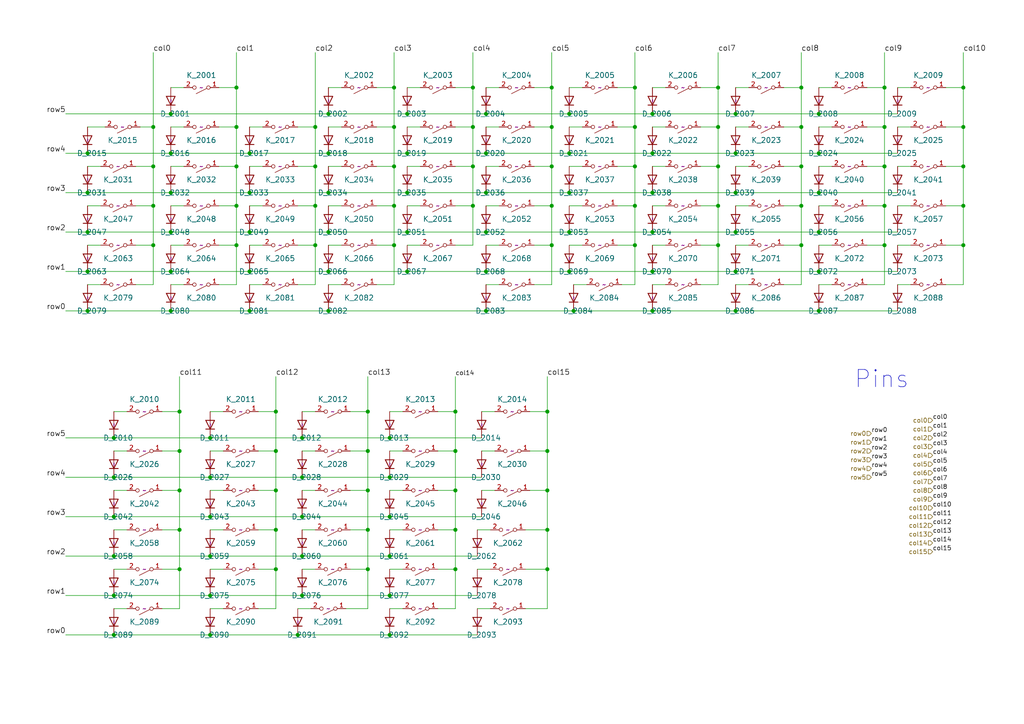
<source format=kicad_sch>
(kicad_sch (version 20230121) (generator eeschema)

  (uuid f1f465bf-a49b-489d-838b-6f5acdd951f8)

  (paper "A4")

  (title_block
    (title "ValKey")
    (date "2022-09-02")
    (rev "0.3")
    (company "Thomas Schwery")
    (comment 1 "ValKey TKL Keyboard")
  )

  

  (junction (at 137.16 25.4) (diameter 1.016) (color 0 0 0 0)
    (uuid 01054a5d-6b6b-45ff-84b6-bea601598ee7)
  )
  (junction (at 25.4 67.31) (diameter 1.016) (color 0 0 0 0)
    (uuid 03ad5522-42b7-4df3-ab2d-596195d2e459)
  )
  (junction (at 184.15 36.83) (diameter 1.016) (color 0 0 0 0)
    (uuid 07700ffa-d79f-41a1-a101-29e30607fb27)
  )
  (junction (at 165.1 33.02) (diameter 1.016) (color 0 0 0 0)
    (uuid 07e5d2dd-0e64-4156-910f-dda5e191b7e6)
  )
  (junction (at 33.02 149.86) (diameter 1.016) (color 0 0 0 0)
    (uuid 07f1a18f-bc1f-4602-9b52-14a577f64775)
  )
  (junction (at 158.75 153.67) (diameter 1.016) (color 0 0 0 0)
    (uuid 08dd7e25-071b-4e31-b99d-6db0bf1cefc7)
  )
  (junction (at 60.96 172.72) (diameter 1.016) (color 0 0 0 0)
    (uuid 08e6a343-a03b-4bed-956c-001201bfa174)
  )
  (junction (at 33.02 127) (diameter 1.016) (color 0 0 0 0)
    (uuid 09561f12-5722-401e-9f7f-95fa8ec39c13)
  )
  (junction (at 208.28 25.4) (diameter 1.016) (color 0 0 0 0)
    (uuid 0b25e4ed-8215-415a-9824-b9b8240301ad)
  )
  (junction (at 25.4 78.74) (diameter 1.016) (color 0 0 0 0)
    (uuid 0f3aa9b5-875a-4747-8916-3c12e19f2870)
  )
  (junction (at 213.36 90.17) (diameter 1.016) (color 0 0 0 0)
    (uuid 0fb31ef8-3b31-4bd6-a1fa-977d7ba984f9)
  )
  (junction (at 132.08 130.81) (diameter 1.016) (color 0 0 0 0)
    (uuid 111be041-67f9-4f82-8644-2f9686b54aff)
  )
  (junction (at 95.25 78.74) (diameter 1.016) (color 0 0 0 0)
    (uuid 150388b8-018f-47bd-a26f-6217d737e399)
  )
  (junction (at 52.07 165.1) (diameter 1.016) (color 0 0 0 0)
    (uuid 1508fa98-9660-4f16-9d61-a781e7aff204)
  )
  (junction (at 279.4 59.69) (diameter 1.016) (color 0 0 0 0)
    (uuid 15aea11e-e9aa-4548-8a56-f701e57158e8)
  )
  (junction (at 140.97 33.02) (diameter 1.016) (color 0 0 0 0)
    (uuid 1825fccf-cdbf-4d77-9cbd-77f928b3cb8b)
  )
  (junction (at 213.36 55.88) (diameter 1.016) (color 0 0 0 0)
    (uuid 1cbd01dd-0986-4460-8a85-bd519eb58b0d)
  )
  (junction (at 95.25 44.45) (diameter 1.016) (color 0 0 0 0)
    (uuid 1e64f543-dedb-41b5-bb45-ee25f1492bcc)
  )
  (junction (at 80.01 153.67) (diameter 1.016) (color 0 0 0 0)
    (uuid 1ff17cba-da42-4844-965a-1cb1ab641833)
  )
  (junction (at 213.36 67.31) (diameter 1.016) (color 0 0 0 0)
    (uuid 2365b1ef-d126-4a6a-80ea-52458466e0cb)
  )
  (junction (at 33.02 184.15) (diameter 1.016) (color 0 0 0 0)
    (uuid 250ea4fb-ef88-4b21-b370-7cecf8517e83)
  )
  (junction (at 189.23 44.45) (diameter 1.016) (color 0 0 0 0)
    (uuid 2686d7af-d801-4cb4-afa3-f59a9019e84d)
  )
  (junction (at 208.28 36.83) (diameter 1.016) (color 0 0 0 0)
    (uuid 26dddd4d-1a01-418a-85b1-791b04d4a6a7)
  )
  (junction (at 256.54 59.69) (diameter 1.016) (color 0 0 0 0)
    (uuid 28c7b1a7-b9d5-4002-a2c0-d8a53014ff52)
  )
  (junction (at 114.3 36.83) (diameter 1.016) (color 0 0 0 0)
    (uuid 29656f95-d56a-40d0-9acd-7dd3a429c6b8)
  )
  (junction (at 140.97 90.17) (diameter 1.016) (color 0 0 0 0)
    (uuid 29a45075-1af1-432a-88cd-cff887f246df)
  )
  (junction (at 87.63 138.43) (diameter 1.016) (color 0 0 0 0)
    (uuid 2dc6fc4e-9ec6-4a13-b09a-837caaea0b21)
  )
  (junction (at 86.36 184.15) (diameter 1.016) (color 0 0 0 0)
    (uuid 2f8dc1ae-4e0f-427e-bb4a-89054c9435eb)
  )
  (junction (at 232.41 36.83) (diameter 1.016) (color 0 0 0 0)
    (uuid 2fb74880-7684-4944-b74a-8966de39f860)
  )
  (junction (at 44.45 36.83) (diameter 1.016) (color 0 0 0 0)
    (uuid 34012f1f-fc4b-402c-add1-27247dc68aad)
  )
  (junction (at 72.39 67.31) (diameter 1.016) (color 0 0 0 0)
    (uuid 34108101-b38c-4e2c-a990-33eab6936e14)
  )
  (junction (at 184.15 71.12) (diameter 1.016) (color 0 0 0 0)
    (uuid 349f8738-b4a0-4792-a415-1c426245577f)
  )
  (junction (at 95.25 55.88) (diameter 1.016) (color 0 0 0 0)
    (uuid 35571c44-bf37-44eb-ad57-0127e5b1f88a)
  )
  (junction (at 87.63 172.72) (diameter 1.016) (color 0 0 0 0)
    (uuid 3626e30e-4a65-44c1-9d9f-f06c2d04f106)
  )
  (junction (at 118.11 67.31) (diameter 1.016) (color 0 0 0 0)
    (uuid 39cb1ba3-f845-4668-a906-f81b529a7357)
  )
  (junction (at 87.63 127) (diameter 1.016) (color 0 0 0 0)
    (uuid 3c939520-fce4-46e4-a6ee-f5955fe689ae)
  )
  (junction (at 232.41 71.12) (diameter 1.016) (color 0 0 0 0)
    (uuid 3d928bb9-a9a9-40ae-9d3d-ccd6b73da75f)
  )
  (junction (at 160.02 48.26) (diameter 1.016) (color 0 0 0 0)
    (uuid 41e278fc-f906-41ab-b9a6-5bd04a12ad7c)
  )
  (junction (at 33.02 172.72) (diameter 1.016) (color 0 0 0 0)
    (uuid 4203d946-3b67-47fb-9805-a48672a53877)
  )
  (junction (at 160.02 71.12) (diameter 1.016) (color 0 0 0 0)
    (uuid 42377515-166f-405f-8786-dd990a1b0a97)
  )
  (junction (at 95.25 33.02) (diameter 1.016) (color 0 0 0 0)
    (uuid 429cc7b0-abde-457b-b5e9-1370c4843ec6)
  )
  (junction (at 33.02 138.43) (diameter 1.016) (color 0 0 0 0)
    (uuid 43375eeb-a9c7-40ed-94a8-b0879338d929)
  )
  (junction (at 68.58 59.69) (diameter 1.016) (color 0 0 0 0)
    (uuid 472a0501-921f-416a-8954-b06a188ce82e)
  )
  (junction (at 237.49 90.17) (diameter 1.016) (color 0 0 0 0)
    (uuid 47c707a6-9079-4b46-82dc-706e196969b4)
  )
  (junction (at 189.23 33.02) (diameter 1.016) (color 0 0 0 0)
    (uuid 4845bcdc-3c56-4da9-bfc8-2d1694368b6c)
  )
  (junction (at 118.11 33.02) (diameter 1.016) (color 0 0 0 0)
    (uuid 4a61fd1e-9a8d-4dc3-9833-0383ea364b55)
  )
  (junction (at 237.49 44.45) (diameter 1.016) (color 0 0 0 0)
    (uuid 4b76ead9-7cab-4d67-bacb-1f3d456699bd)
  )
  (junction (at 137.16 59.69) (diameter 1.016) (color 0 0 0 0)
    (uuid 4ca0bf69-27a9-488d-ada9-95ca915c8cd2)
  )
  (junction (at 184.15 59.69) (diameter 1.016) (color 0 0 0 0)
    (uuid 4cdf1f88-71bb-4d89-9463-a02463ef6a36)
  )
  (junction (at 158.75 165.1) (diameter 1.016) (color 0 0 0 0)
    (uuid 4e008711-f862-4e20-9a4c-4ff6cdc77229)
  )
  (junction (at 213.36 33.02) (diameter 1.016) (color 0 0 0 0)
    (uuid 4e843f54-cbe0-45aa-8f7e-e684bd1757e3)
  )
  (junction (at 68.58 36.83) (diameter 1.016) (color 0 0 0 0)
    (uuid 52a79f77-5ab7-4fbb-b60a-5c0e5fde7ecb)
  )
  (junction (at 256.54 36.83) (diameter 1.016) (color 0 0 0 0)
    (uuid 5694477d-3e85-4fbd-bb4e-ac504e6867fd)
  )
  (junction (at 165.1 55.88) (diameter 1.016) (color 0 0 0 0)
    (uuid 56b0fdb7-5852-4aca-9e24-286da8bc6ba5)
  )
  (junction (at 232.41 48.26) (diameter 1.016) (color 0 0 0 0)
    (uuid 5a6d37ad-8104-42c4-91df-013dfe2d9742)
  )
  (junction (at 160.02 59.69) (diameter 1.016) (color 0 0 0 0)
    (uuid 5b3cd1d6-9d6a-4581-96d3-5dfef676e037)
  )
  (junction (at 189.23 78.74) (diameter 1.016) (color 0 0 0 0)
    (uuid 5bb94c7c-b944-4cac-81d9-cacd3c2c0812)
  )
  (junction (at 87.63 161.29) (diameter 1.016) (color 0 0 0 0)
    (uuid 5db9bff6-01cb-4357-a652-5ca503678c49)
  )
  (junction (at 80.01 130.81) (diameter 1.016) (color 0 0 0 0)
    (uuid 5f3d4d38-b8e5-46fe-b1b9-d1be25e96a37)
  )
  (junction (at 256.54 25.4) (diameter 1.016) (color 0 0 0 0)
    (uuid 61048ccc-220a-449f-bb2c-de53f86d4e7b)
  )
  (junction (at 232.41 59.69) (diameter 1.016) (color 0 0 0 0)
    (uuid 619416d7-7329-4480-9393-3b6fd9652b80)
  )
  (junction (at 91.44 71.12) (diameter 1.016) (color 0 0 0 0)
    (uuid 61ed06a5-42e9-4338-a9d2-41e376fac84d)
  )
  (junction (at 49.53 67.31) (diameter 1.016) (color 0 0 0 0)
    (uuid 6463067b-bc0b-473e-aed2-28bdbb7c111d)
  )
  (junction (at 132.08 153.67) (diameter 1.016) (color 0 0 0 0)
    (uuid 65f0c981-2ae9-414e-9e63-2ac3f07b6a49)
  )
  (junction (at 114.3 71.12) (diameter 1.016) (color 0 0 0 0)
    (uuid 68117e1c-ba4b-4614-b934-70a510654033)
  )
  (junction (at 137.16 36.83) (diameter 1.016) (color 0 0 0 0)
    (uuid 6984a8ce-c169-41be-94ed-e47c231b132c)
  )
  (junction (at 189.23 67.31) (diameter 1.016) (color 0 0 0 0)
    (uuid 6bedc2b0-2ebd-4735-ba4c-7299a7fddf89)
  )
  (junction (at 106.68 165.1) (diameter 1.016) (color 0 0 0 0)
    (uuid 6c8f2b93-67f5-48d3-a048-38a3da083878)
  )
  (junction (at 25.4 44.45) (diameter 1.016) (color 0 0 0 0)
    (uuid 6ca8562c-4bbe-4d33-821a-22b2aa303a6f)
  )
  (junction (at 213.36 78.74) (diameter 1.016) (color 0 0 0 0)
    (uuid 6f52939e-f8ee-470d-bead-31347e93f276)
  )
  (junction (at 68.58 48.26) (diameter 1.016) (color 0 0 0 0)
    (uuid 70ae4f94-15d5-4b55-b46f-f4935eef3465)
  )
  (junction (at 60.96 161.29) (diameter 1.016) (color 0 0 0 0)
    (uuid 7189c275-68a7-4b68-8683-4bfb679e0015)
  )
  (junction (at 106.68 153.67) (diameter 1.016) (color 0 0 0 0)
    (uuid 73c9fe8d-ad2b-43a0-8b04-f06de6d114fc)
  )
  (junction (at 87.63 149.86) (diameter 1.016) (color 0 0 0 0)
    (uuid 75197075-b234-4f12-965a-eb4f632f2248)
  )
  (junction (at 106.68 130.81) (diameter 1.016) (color 0 0 0 0)
    (uuid 756bdf51-c579-49ff-90ee-fde291b112d9)
  )
  (junction (at 60.96 149.86) (diameter 1.016) (color 0 0 0 0)
    (uuid 7603c1c3-2151-4b2f-ace1-968091d34992)
  )
  (junction (at 113.03 184.15) (diameter 1.016) (color 0 0 0 0)
    (uuid 789d17cc-128a-43e9-82da-adee0d0ee6c4)
  )
  (junction (at 52.07 142.24) (diameter 1.016) (color 0 0 0 0)
    (uuid 78bc7396-0310-44cf-9408-3ef5205e1f40)
  )
  (junction (at 49.53 44.45) (diameter 1.016) (color 0 0 0 0)
    (uuid 794f664c-7f6d-41d4-9cdb-6f23fd3046ee)
  )
  (junction (at 95.25 90.17) (diameter 1.016) (color 0 0 0 0)
    (uuid 7adc47f0-2674-438a-a069-ae7577a7d6f2)
  )
  (junction (at 106.68 142.24) (diameter 1.016) (color 0 0 0 0)
    (uuid 7edf8a01-405d-42a8-95bb-4b4bfd295c86)
  )
  (junction (at 49.53 33.02) (diameter 1.016) (color 0 0 0 0)
    (uuid 81694a7a-a966-41ec-b2ea-47fb7aa0bd56)
  )
  (junction (at 52.07 119.38) (diameter 1.016) (color 0 0 0 0)
    (uuid 83396a68-112f-4ee7-a65b-e5e03c6f263d)
  )
  (junction (at 91.44 48.26) (diameter 1.016) (color 0 0 0 0)
    (uuid 83c3eb75-effa-43dc-a5bc-a4edf6dba8f6)
  )
  (junction (at 91.44 36.83) (diameter 1.016) (color 0 0 0 0)
    (uuid 844c5209-7d6b-4a7e-8d29-7f955d8cbc22)
  )
  (junction (at 95.25 67.31) (diameter 1.016) (color 0 0 0 0)
    (uuid 85b9d4d6-4128-430d-bef2-81c92cace9fb)
  )
  (junction (at 237.49 67.31) (diameter 1.016) (color 0 0 0 0)
    (uuid 8a168d6c-56b1-4a62-a2e7-a75918b986d0)
  )
  (junction (at 232.41 25.4) (diameter 1.016) (color 0 0 0 0)
    (uuid 8a6a4d1f-1068-4d4a-8a6a-e33ccc8a4226)
  )
  (junction (at 60.96 184.15) (diameter 1.016) (color 0 0 0 0)
    (uuid 8cdf8467-4d38-4559-9502-ae6a85b0fa0f)
  )
  (junction (at 49.53 55.88) (diameter 1.016) (color 0 0 0 0)
    (uuid 8faaaad7-4774-4e62-9794-941b2fbd27e1)
  )
  (junction (at 25.4 90.17) (diameter 1.016) (color 0 0 0 0)
    (uuid 906dd055-e40a-4a5a-bd68-3bb80b5ef36c)
  )
  (junction (at 237.49 55.88) (diameter 1.016) (color 0 0 0 0)
    (uuid 91a700d5-7870-4abf-982f-2d7b16d3ef7c)
  )
  (junction (at 237.49 33.02) (diameter 1.016) (color 0 0 0 0)
    (uuid 91edc322-6e40-4668-b3b1-b66dd5c4009a)
  )
  (junction (at 80.01 165.1) (diameter 1.016) (color 0 0 0 0)
    (uuid 9273f265-ff52-4789-9056-676086fd56b2)
  )
  (junction (at 208.28 71.12) (diameter 1.016) (color 0 0 0 0)
    (uuid 953af715-c9c1-4c25-8230-8c7fd8e37a2c)
  )
  (junction (at 165.1 67.31) (diameter 1.016) (color 0 0 0 0)
    (uuid 9715640a-bd83-4815-8c4d-09a843ccfcb9)
  )
  (junction (at 113.03 172.72) (diameter 1.016) (color 0 0 0 0)
    (uuid 9807255a-4a78-4d7c-8b27-5a20951ad560)
  )
  (junction (at 72.39 78.74) (diameter 1.016) (color 0 0 0 0)
    (uuid 991161c9-3909-4f48-a9c4-c996fee798d7)
  )
  (junction (at 279.4 36.83) (diameter 1.016) (color 0 0 0 0)
    (uuid 99b4fb08-9204-40a6-9a5b-19c1e977ae5b)
  )
  (junction (at 49.53 90.17) (diameter 1.016) (color 0 0 0 0)
    (uuid 9cdb5148-6abb-4dd2-a800-b25627fef86c)
  )
  (junction (at 44.45 71.12) (diameter 1.016) (color 0 0 0 0)
    (uuid 9e117da1-f330-49cc-8184-121d672da341)
  )
  (junction (at 72.39 55.88) (diameter 1.016) (color 0 0 0 0)
    (uuid a1416ea5-4149-44cc-b7b7-252416af14cb)
  )
  (junction (at 91.44 59.69) (diameter 1.016) (color 0 0 0 0)
    (uuid a6363da6-8183-49d7-88d8-eeb2f65aa939)
  )
  (junction (at 49.53 78.74) (diameter 1.016) (color 0 0 0 0)
    (uuid a649cf8f-9e95-4b86-bcc5-249edacdce95)
  )
  (junction (at 137.16 48.26) (diameter 1.016) (color 0 0 0 0)
    (uuid a70417d9-174c-47f0-a5a5-049ba9208529)
  )
  (junction (at 184.15 48.26) (diameter 1.016) (color 0 0 0 0)
    (uuid a8f7c4e5-f40b-4560-935b-1266e80133f7)
  )
  (junction (at 80.01 119.38) (diameter 1.016) (color 0 0 0 0)
    (uuid aa18e167-11b8-4f68-b6de-088db7f93955)
  )
  (junction (at 114.3 25.4) (diameter 1.016) (color 0 0 0 0)
    (uuid ae62d495-8caa-4958-ae9f-c9d42af5308c)
  )
  (junction (at 60.96 138.43) (diameter 1.016) (color 0 0 0 0)
    (uuid afabc2eb-8d6e-4c0e-8b9a-089d22fd3f83)
  )
  (junction (at 279.4 48.26) (diameter 1.016) (color 0 0 0 0)
    (uuid b20054f7-6e65-4ade-9b0d-3fa69ea9272c)
  )
  (junction (at 72.39 44.45) (diameter 1.016) (color 0 0 0 0)
    (uuid b2d2feec-ebcc-4d87-ae60-b56b8c5490ac)
  )
  (junction (at 132.08 142.24) (diameter 1.016) (color 0 0 0 0)
    (uuid b2e080b7-9fd4-4fdb-b964-2ae3228e45cc)
  )
  (junction (at 72.39 90.17) (diameter 1.016) (color 0 0 0 0)
    (uuid b354454e-1294-47eb-8586-993a357b2c0a)
  )
  (junction (at 44.45 48.26) (diameter 1.016) (color 0 0 0 0)
    (uuid b5805ec8-91a8-4b47-9649-937bf370a08d)
  )
  (junction (at 132.08 165.1) (diameter 1.016) (color 0 0 0 0)
    (uuid b58aac30-4633-4f2a-bfd9-0aa0304ff16a)
  )
  (junction (at 113.03 161.29) (diameter 1.016) (color 0 0 0 0)
    (uuid b5b2c814-b46d-4106-a52b-b8eee0ffb9b5)
  )
  (junction (at 118.11 44.45) (diameter 1.016) (color 0 0 0 0)
    (uuid b64e64be-ffe1-4b99-80f1-e1057228d294)
  )
  (junction (at 256.54 48.26) (diameter 1.016) (color 0 0 0 0)
    (uuid b86d77b7-011e-4ea5-a057-200f7ea4af14)
  )
  (junction (at 60.96 127) (diameter 1.016) (color 0 0 0 0)
    (uuid b8cde151-f2d6-48c3-b3d7-1795b1e55893)
  )
  (junction (at 140.97 55.88) (diameter 1.016) (color 0 0 0 0)
    (uuid b8cea8a5-18cb-41d4-bdd0-31ed761e12fd)
  )
  (junction (at 113.03 138.43) (diameter 1.016) (color 0 0 0 0)
    (uuid b982198f-9e65-46ee-8eb4-deef9c3a80e1)
  )
  (junction (at 113.03 149.86) (diameter 1.016) (color 0 0 0 0)
    (uuid bf3516ab-9684-47a0-a92d-1dc597e920ef)
  )
  (junction (at 44.45 59.69) (diameter 1.016) (color 0 0 0 0)
    (uuid c13d3cb6-775b-4d5d-8ae8-02af1f6f429f)
  )
  (junction (at 158.75 130.81) (diameter 1.016) (color 0 0 0 0)
    (uuid c17fe5ce-c43f-437b-89d7-bb318db954e1)
  )
  (junction (at 140.97 78.74) (diameter 1.016) (color 0 0 0 0)
    (uuid c227e180-f53a-402e-b15f-f6f7dd0acb95)
  )
  (junction (at 279.4 25.4) (diameter 1.016) (color 0 0 0 0)
    (uuid c34fb641-a98b-4e0a-9f03-7365b9c3b46b)
  )
  (junction (at 113.03 127) (diameter 1.016) (color 0 0 0 0)
    (uuid c3a2d95c-712c-4d60-b53e-5baa953aa2d3)
  )
  (junction (at 132.08 119.38) (diameter 1.016) (color 0 0 0 0)
    (uuid c6cae515-51f3-4e0e-ac1f-803a000e6b0b)
  )
  (junction (at 114.3 59.69) (diameter 1.016) (color 0 0 0 0)
    (uuid c74e6107-a611-4841-a7eb-af94ffff46ed)
  )
  (junction (at 237.49 78.74) (diameter 1.016) (color 0 0 0 0)
    (uuid c7a8281a-1d52-4717-8ce1-5f4fcbfb25ed)
  )
  (junction (at 158.75 119.38) (diameter 1.016) (color 0 0 0 0)
    (uuid c7acb08e-9aac-41a0-b886-04d693c57e29)
  )
  (junction (at 208.28 59.69) (diameter 1.016) (color 0 0 0 0)
    (uuid cc509291-4bd2-44ee-af84-2d163206151f)
  )
  (junction (at 52.07 130.81) (diameter 1.016) (color 0 0 0 0)
    (uuid ccb94d15-87b2-421e-ac37-f612a813743f)
  )
  (junction (at 140.97 44.45) (diameter 1.016) (color 0 0 0 0)
    (uuid cd63537a-2a42-4516-ba49-e1695fb1596e)
  )
  (junction (at 184.15 25.4) (diameter 1.016) (color 0 0 0 0)
    (uuid cd79f1c7-041a-4f97-9233-9a971075324b)
  )
  (junction (at 160.02 36.83) (diameter 1.016) (color 0 0 0 0)
    (uuid d0190201-96c9-42dd-bf59-cbe509eac1ce)
  )
  (junction (at 33.02 161.29) (diameter 1.016) (color 0 0 0 0)
    (uuid d45e2529-ee85-4a18-8230-54eb81d1fb3c)
  )
  (junction (at 208.28 48.26) (diameter 1.016) (color 0 0 0 0)
    (uuid d4d065f5-53a7-46e1-98e1-c7c6ae4249f7)
  )
  (junction (at 52.07 153.67) (diameter 1.016) (color 0 0 0 0)
    (uuid d589ca34-23dd-4377-b66e-fa07d41af846)
  )
  (junction (at 213.36 44.45) (diameter 1.016) (color 0 0 0 0)
    (uuid d6507001-ee14-42a5-8ba9-22538974eee6)
  )
  (junction (at 166.37 90.17) (diameter 1.016) (color 0 0 0 0)
    (uuid d73fda1e-c56c-4f08-b246-897c12abe502)
  )
  (junction (at 160.02 25.4) (diameter 1.016) (color 0 0 0 0)
    (uuid d86c4a03-0dd5-48cb-94da-0d5c2c4d5b9f)
  )
  (junction (at 140.97 67.31) (diameter 1.016) (color 0 0 0 0)
    (uuid da5588b6-e153-4a5e-971c-f9560109b6f4)
  )
  (junction (at 189.23 90.17) (diameter 1.016) (color 0 0 0 0)
    (uuid ddb0d6c2-4d79-4006-94dc-90fb0e07bdfe)
  )
  (junction (at 118.11 78.74) (diameter 1.016) (color 0 0 0 0)
    (uuid e2844b83-d500-421e-aed9-6eaea19614d0)
  )
  (junction (at 165.1 44.45) (diameter 1.016) (color 0 0 0 0)
    (uuid e59df334-c7b2-40db-9fed-c4d4e2c9b129)
  )
  (junction (at 118.11 55.88) (diameter 1.016) (color 0 0 0 0)
    (uuid ece6cfbd-56b7-4841-9496-7bf412844a72)
  )
  (junction (at 68.58 25.4) (diameter 1.016) (color 0 0 0 0)
    (uuid ed98a8b9-7d83-4a49-95bd-8a10ec401c84)
  )
  (junction (at 189.23 55.88) (diameter 1.016) (color 0 0 0 0)
    (uuid f0ac38c7-1be8-41ab-8a9c-95be9a91aad2)
  )
  (junction (at 165.1 78.74) (diameter 1.016) (color 0 0 0 0)
    (uuid f27c0851-6a96-4633-8b19-715071f9a9b3)
  )
  (junction (at 68.58 71.12) (diameter 1.016) (color 0 0 0 0)
    (uuid f96b44f7-9478-4a7a-9c02-8ba266852db3)
  )
  (junction (at 158.75 142.24) (diameter 1.016) (color 0 0 0 0)
    (uuid f970c545-5573-436e-8954-5d1956be8c41)
  )
  (junction (at 256.54 71.12) (diameter 1.016) (color 0 0 0 0)
    (uuid fa09edca-0628-4087-8db5-db985449f97f)
  )
  (junction (at 279.4 71.12) (diameter 1.016) (color 0 0 0 0)
    (uuid fbe87dde-8818-476a-b586-756b2de8bafb)
  )
  (junction (at 106.68 119.38) (diameter 1.016) (color 0 0 0 0)
    (uuid fc5a4866-8de9-4dc5-9b4d-0445c8e715b9)
  )
  (junction (at 114.3 48.26) (diameter 1.016) (color 0 0 0 0)
    (uuid fcd04fcc-315d-41b9-a5f2-9fe56a0cd687)
  )
  (junction (at 25.4 55.88) (diameter 1.016) (color 0 0 0 0)
    (uuid ff3ca0e1-5afb-42f1-bef0-e02c35025621)
  )
  (junction (at 80.01 142.24) (diameter 1.016) (color 0 0 0 0)
    (uuid ffd1c9c0-a3ad-44b5-8f8e-4a551097871a)
  )

  (wire (pts (xy 49.53 90.17) (xy 72.39 90.17))
    (stroke (width 0) (type solid))
    (uuid 008a6874-ce3c-4694-8416-9360bec22271)
  )
  (wire (pts (xy 232.41 71.12) (xy 232.41 59.69))
    (stroke (width 0) (type solid))
    (uuid 0092a688-9287-414d-9bae-52690f930c64)
  )
  (wire (pts (xy 87.63 142.24) (xy 91.44 142.24))
    (stroke (width 0) (type solid))
    (uuid 00e679ce-02b8-4076-8c41-a6905617dd8c)
  )
  (wire (pts (xy 74.93 142.24) (xy 80.01 142.24))
    (stroke (width 0) (type solid))
    (uuid 01e3c812-0aa6-418f-952b-59a3a658ad6f)
  )
  (wire (pts (xy 60.96 142.24) (xy 64.77 142.24))
    (stroke (width 0) (type solid))
    (uuid 02e1c603-5e5a-4261-af95-3756ad6a6bb6)
  )
  (wire (pts (xy 49.53 82.55) (xy 53.34 82.55))
    (stroke (width 0) (type solid))
    (uuid 0364f768-3e74-415d-bf0e-660fcffb2281)
  )
  (wire (pts (xy 72.39 44.45) (xy 95.25 44.45))
    (stroke (width 0) (type solid))
    (uuid 0450320d-f286-4ab8-afbf-32ebe0d58e7f)
  )
  (wire (pts (xy 63.5 36.83) (xy 68.58 36.83))
    (stroke (width 0) (type solid))
    (uuid 06593edb-349e-463e-a629-27d7a3596707)
  )
  (wire (pts (xy 184.15 71.12) (xy 184.15 82.55))
    (stroke (width 0) (type solid))
    (uuid 0696edc3-a3e6-4116-a53a-54377f957427)
  )
  (wire (pts (xy 227.33 48.26) (xy 232.41 48.26))
    (stroke (width 0) (type solid))
    (uuid 06a55ecb-9429-4edd-8873-e26149574a02)
  )
  (wire (pts (xy 49.53 36.83) (xy 53.34 36.83))
    (stroke (width 0) (type solid))
    (uuid 0758d7c2-102f-460e-bfa3-7e402f08c113)
  )
  (wire (pts (xy 19.05 33.02) (xy 49.53 33.02))
    (stroke (width 0) (type solid))
    (uuid 07e20ed4-be02-452b-a45c-061f845e3479)
  )
  (wire (pts (xy 52.07 165.1) (xy 52.07 153.67))
    (stroke (width 0) (type solid))
    (uuid 082a40d2-6662-4146-9024-20b9d58d4e91)
  )
  (wire (pts (xy 113.03 127) (xy 139.7 127))
    (stroke (width 0) (type solid))
    (uuid 0831b876-3119-4749-a19f-0fcdef3de7cd)
  )
  (wire (pts (xy 274.32 25.4) (xy 279.4 25.4))
    (stroke (width 0) (type solid))
    (uuid 09ffc2e4-23e8-4510-98aa-601c268709f5)
  )
  (wire (pts (xy 260.35 67.31) (xy 237.49 67.31))
    (stroke (width 0) (type solid))
    (uuid 0b8c24a2-1a54-43c0-9316-ead9b4e7f805)
  )
  (wire (pts (xy 237.49 71.12) (xy 241.3 71.12))
    (stroke (width 0) (type solid))
    (uuid 0c1639d5-c9a4-457e-b278-034f905ef728)
  )
  (wire (pts (xy 68.58 15.24) (xy 68.58 25.4))
    (stroke (width 0) (type solid))
    (uuid 0cc6aabe-523f-4906-90df-3bd3ab822bb6)
  )
  (wire (pts (xy 60.96 130.81) (xy 64.77 130.81))
    (stroke (width 0) (type solid))
    (uuid 0d1e9082-cfb0-4349-92fa-2925bc2359bb)
  )
  (wire (pts (xy 132.08 36.83) (xy 137.16 36.83))
    (stroke (width 0) (type solid))
    (uuid 0d97504e-887f-40a7-874d-6aa26e71c8bd)
  )
  (wire (pts (xy 138.43 176.53) (xy 142.24 176.53))
    (stroke (width 0) (type solid))
    (uuid 0dcce07d-e68a-40ac-89cb-79a19dd6b5ad)
  )
  (wire (pts (xy 184.15 48.26) (xy 184.15 36.83))
    (stroke (width 0) (type solid))
    (uuid 0deb3b0b-c85e-4d35-8495-84d0def83d10)
  )
  (wire (pts (xy 91.44 59.69) (xy 91.44 48.26))
    (stroke (width 0) (type solid))
    (uuid 0e5d5186-8d78-43b2-9a3a-187bc062de18)
  )
  (wire (pts (xy 95.25 48.26) (xy 99.06 48.26))
    (stroke (width 0) (type solid))
    (uuid 1113dd32-e052-4bf3-bb8e-13e2252ec77e)
  )
  (wire (pts (xy 49.53 55.88) (xy 72.39 55.88))
    (stroke (width 0) (type solid))
    (uuid 115153fd-fe35-4ab3-9a47-8cd8fd730d34)
  )
  (wire (pts (xy 208.28 15.24) (xy 208.28 25.4))
    (stroke (width 0) (type solid))
    (uuid 11a05adf-dd17-4810-be6e-96286ff6b7ed)
  )
  (wire (pts (xy 91.44 71.12) (xy 91.44 82.55))
    (stroke (width 0) (type solid))
    (uuid 11b4e2c7-1e96-426f-a3ce-78de734545de)
  )
  (wire (pts (xy 114.3 36.83) (xy 114.3 25.4))
    (stroke (width 0) (type solid))
    (uuid 122b2935-af29-4e2a-959a-033d2c50cda0)
  )
  (wire (pts (xy 72.39 71.12) (xy 76.2 71.12))
    (stroke (width 0) (type solid))
    (uuid 12af604a-1198-426f-9b19-654c9ef14835)
  )
  (wire (pts (xy 49.53 78.74) (xy 72.39 78.74))
    (stroke (width 0) (type solid))
    (uuid 12e0b6ed-2a2f-482b-a90e-24222ffafcc2)
  )
  (wire (pts (xy 33.02 149.86) (xy 60.96 149.86))
    (stroke (width 0) (type solid))
    (uuid 13c9f8ee-1114-4d6c-8e42-efc9cf66af41)
  )
  (wire (pts (xy 189.23 59.69) (xy 193.04 59.69))
    (stroke (width 0) (type solid))
    (uuid 149f8e5e-f675-4add-ac61-38c69d259db4)
  )
  (wire (pts (xy 256.54 71.12) (xy 256.54 82.55))
    (stroke (width 0) (type solid))
    (uuid 16d62f4d-be5a-4b95-ae07-ecf5c7218c2f)
  )
  (wire (pts (xy 52.07 109.22) (xy 52.07 119.38))
    (stroke (width 0) (type solid))
    (uuid 174643b6-b11a-4011-859e-c5335dd7c7a1)
  )
  (wire (pts (xy 189.23 82.55) (xy 193.04 82.55))
    (stroke (width 0) (type solid))
    (uuid 175ef85c-c6c3-45bf-be44-515b808305f1)
  )
  (wire (pts (xy 113.03 119.38) (xy 116.84 119.38))
    (stroke (width 0) (type solid))
    (uuid 17709604-6ba0-4543-92cc-413e0c8a714a)
  )
  (wire (pts (xy 87.63 138.43) (xy 113.03 138.43))
    (stroke (width 0) (type solid))
    (uuid 178c9cb9-1a72-4d84-aa1b-ec5ecd17aa5b)
  )
  (wire (pts (xy 113.03 172.72) (xy 138.43 172.72))
    (stroke (width 0) (type solid))
    (uuid 1829bfe3-b2ec-4204-94af-71615c372485)
  )
  (wire (pts (xy 232.41 71.12) (xy 232.41 82.55))
    (stroke (width 0) (type solid))
    (uuid 1a49eeb9-b102-424d-91f8-81a2e0add926)
  )
  (wire (pts (xy 63.5 59.69) (xy 68.58 59.69))
    (stroke (width 0) (type solid))
    (uuid 1c2cafff-0585-4f88-8887-dbab11881f45)
  )
  (wire (pts (xy 72.39 55.88) (xy 95.25 55.88))
    (stroke (width 0) (type solid))
    (uuid 1db6b30d-fb5c-49bf-955a-3770a124ed02)
  )
  (wire (pts (xy 132.08 130.81) (xy 132.08 119.38))
    (stroke (width 0) (type solid))
    (uuid 1e17c8ca-c470-45f7-a31c-db962c9c61c6)
  )
  (wire (pts (xy 180.34 82.55) (xy 184.15 82.55))
    (stroke (width 0) (type solid))
    (uuid 1f980a56-5759-4fd7-a78f-9f9a10c46346)
  )
  (wire (pts (xy 127 130.81) (xy 132.08 130.81))
    (stroke (width 0) (type solid))
    (uuid 228d69c0-1321-43d5-a385-a16ba6df6bce)
  )
  (wire (pts (xy 106.68 109.22) (xy 106.68 119.38))
    (stroke (width 0) (type solid))
    (uuid 22cf9d06-b7e2-4131-896e-aae6cfacef29)
  )
  (wire (pts (xy 179.07 25.4) (xy 184.15 25.4))
    (stroke (width 0) (type solid))
    (uuid 253c5e7f-c6d6-4e22-8300-cd7ab04b7762)
  )
  (wire (pts (xy 52.07 142.24) (xy 52.07 130.81))
    (stroke (width 0) (type solid))
    (uuid 256d7f31-c221-4302-b174-b5ad8c54ba69)
  )
  (wire (pts (xy 25.4 82.55) (xy 29.21 82.55))
    (stroke (width 0) (type solid))
    (uuid 25944e1b-8c86-49a4-a33c-4bf1942622a5)
  )
  (wire (pts (xy 227.33 25.4) (xy 232.41 25.4))
    (stroke (width 0) (type solid))
    (uuid 25961b02-dbb1-4d60-b32e-3d9a136b7cd2)
  )
  (wire (pts (xy 118.11 44.45) (xy 140.97 44.45))
    (stroke (width 0) (type solid))
    (uuid 27df0b9e-29fe-4757-abce-dc91f14f784d)
  )
  (wire (pts (xy 91.44 71.12) (xy 91.44 59.69))
    (stroke (width 0) (type solid))
    (uuid 27e85809-9b47-41a1-9531-dc982980a001)
  )
  (wire (pts (xy 158.75 142.24) (xy 158.75 153.67))
    (stroke (width 0) (type solid))
    (uuid 28affa07-3418-4cb1-a12d-86ff963edc56)
  )
  (wire (pts (xy 213.36 48.26) (xy 217.17 48.26))
    (stroke (width 0) (type solid))
    (uuid 28c0e339-42a5-4978-aea4-f29a49d8146c)
  )
  (wire (pts (xy 137.16 36.83) (xy 137.16 25.4))
    (stroke (width 0) (type solid))
    (uuid 29fba4f5-33fd-461e-b341-c49b8d945832)
  )
  (wire (pts (xy 118.11 67.31) (xy 140.97 67.31))
    (stroke (width 0) (type solid))
    (uuid 2c0a3819-bfb3-4aa2-9f41-bc1c843e9584)
  )
  (wire (pts (xy 49.53 44.45) (xy 72.39 44.45))
    (stroke (width 0) (type solid))
    (uuid 2c382cf7-d5c4-4889-a8c4-9841eaf7ac5d)
  )
  (wire (pts (xy 60.96 165.1) (xy 64.77 165.1))
    (stroke (width 0) (type solid))
    (uuid 2cf5fb62-97ac-4f94-b7dd-dc7e12ca4e77)
  )
  (wire (pts (xy 25.4 71.12) (xy 29.21 71.12))
    (stroke (width 0) (type solid))
    (uuid 2cfd18be-6d21-40c3-a819-b88b09466d37)
  )
  (wire (pts (xy 106.68 142.24) (xy 106.68 130.81))
    (stroke (width 0) (type solid))
    (uuid 2d2aa710-d60b-42e6-a4c7-4ff395fa2bcb)
  )
  (wire (pts (xy 132.08 130.81) (xy 132.08 142.24))
    (stroke (width 0) (type solid))
    (uuid 2d8d31ed-8799-4586-9be9-157ab80a02c9)
  )
  (wire (pts (xy 72.39 48.26) (xy 76.2 48.26))
    (stroke (width 0) (type solid))
    (uuid 2f0fcf1b-bb1c-4a7d-a62c-822f7e93d95d)
  )
  (wire (pts (xy 106.68 165.1) (xy 106.68 176.53))
    (stroke (width 0) (type solid))
    (uuid 2f44f1c1-8140-401c-abb1-7f071337e080)
  )
  (wire (pts (xy 87.63 165.1) (xy 91.44 165.1))
    (stroke (width 0) (type solid))
    (uuid 3048c2c4-ad16-4caf-84ff-5b092da7f2ba)
  )
  (wire (pts (xy 237.49 55.88) (xy 260.35 55.88))
    (stroke (width 0) (type solid))
    (uuid 30a646ec-3ddc-4ee9-9b07-b2e55227031c)
  )
  (wire (pts (xy 114.3 48.26) (xy 114.3 36.83))
    (stroke (width 0) (type solid))
    (uuid 30b3075f-e626-4013-9059-c568bbf9d33d)
  )
  (wire (pts (xy 160.02 71.12) (xy 160.02 59.69))
    (stroke (width 0) (type solid))
    (uuid 30d3db24-026a-41d4-8a9b-14b610c10c24)
  )
  (wire (pts (xy 237.49 48.26) (xy 241.3 48.26))
    (stroke (width 0) (type solid))
    (uuid 31013221-4ea9-4d1a-b2d8-a938316777ea)
  )
  (wire (pts (xy 160.02 15.24) (xy 160.02 25.4))
    (stroke (width 0) (type solid))
    (uuid 316d86b8-6d65-473a-a867-7dfb001654a0)
  )
  (wire (pts (xy 153.67 130.81) (xy 158.75 130.81))
    (stroke (width 0) (type solid))
    (uuid 33a1fecd-5712-4282-aa9c-9e98fc369a73)
  )
  (wire (pts (xy 72.39 82.55) (xy 76.2 82.55))
    (stroke (width 0) (type solid))
    (uuid 342a54d1-de45-48f5-9e00-40b10e004ca9)
  )
  (wire (pts (xy 213.36 82.55) (xy 217.17 82.55))
    (stroke (width 0) (type solid))
    (uuid 3484fe14-5687-4477-9d90-c4b09507b80f)
  )
  (wire (pts (xy 237.49 33.02) (xy 260.35 33.02))
    (stroke (width 0) (type solid))
    (uuid 356ab487-661c-49b4-b9ca-b68738c411ad)
  )
  (wire (pts (xy 25.4 55.88) (xy 49.53 55.88))
    (stroke (width 0) (type solid))
    (uuid 35db05e8-95c4-4a94-9fd6-52627aa241ba)
  )
  (wire (pts (xy 109.22 25.4) (xy 114.3 25.4))
    (stroke (width 0) (type solid))
    (uuid 3636f248-4f14-4288-ba8f-d0587fb6a674)
  )
  (wire (pts (xy 154.94 59.69) (xy 160.02 59.69))
    (stroke (width 0) (type solid))
    (uuid 36417dd2-bef4-4df5-acfb-4011bfadae06)
  )
  (wire (pts (xy 256.54 48.26) (xy 256.54 36.83))
    (stroke (width 0) (type solid))
    (uuid 36740bce-b1f4-4e26-84f5-9dcc41d8a355)
  )
  (wire (pts (xy 95.25 78.74) (xy 118.11 78.74))
    (stroke (width 0) (type solid))
    (uuid 36c038a6-1b68-4739-8e04-9d3e997abec7)
  )
  (wire (pts (xy 256.54 71.12) (xy 256.54 59.69))
    (stroke (width 0) (type solid))
    (uuid 37bd83af-4b3b-4671-823b-041eb395f1e6)
  )
  (wire (pts (xy 49.53 71.12) (xy 53.34 71.12))
    (stroke (width 0) (type solid))
    (uuid 384f1eef-44c8-4dc4-917f-63f983b69fb7)
  )
  (wire (pts (xy 19.05 55.88) (xy 25.4 55.88))
    (stroke (width 0) (type solid))
    (uuid 392cb9c4-03c5-4482-bbbf-15f2bef46e48)
  )
  (wire (pts (xy 232.41 36.83) (xy 232.41 25.4))
    (stroke (width 0) (type solid))
    (uuid 3b8f15f3-cf4e-4924-9cde-a98f92a0bbcb)
  )
  (wire (pts (xy 113.03 153.67) (xy 116.84 153.67))
    (stroke (width 0) (type solid))
    (uuid 3bb707d4-ae3e-46ad-914d-79ba64ad8996)
  )
  (wire (pts (xy 256.54 15.24) (xy 256.54 25.4))
    (stroke (width 0) (type solid))
    (uuid 3c08ae76-45f1-4eb6-8999-1d8dd20b507c)
  )
  (wire (pts (xy 279.4 59.69) (xy 279.4 48.26))
    (stroke (width 0) (type solid))
    (uuid 3c23b1e4-39b4-460e-9cef-fb84a5f516f5)
  )
  (wire (pts (xy 165.1 44.45) (xy 140.97 44.45))
    (stroke (width 0) (type solid))
    (uuid 3cb28666-6201-4a4a-8b96-7af4fbf970d4)
  )
  (wire (pts (xy 154.94 25.4) (xy 160.02 25.4))
    (stroke (width 0) (type solid))
    (uuid 3d1981c6-0c0f-4027-a94d-b286707a4fbc)
  )
  (wire (pts (xy 203.2 48.26) (xy 208.28 48.26))
    (stroke (width 0) (type solid))
    (uuid 3d3472b0-9a38-4144-9d05-988db047046f)
  )
  (wire (pts (xy 166.37 82.55) (xy 170.18 82.55))
    (stroke (width 0) (type solid))
    (uuid 3d6cd6a1-f60c-45c4-aec5-52997bf6909f)
  )
  (wire (pts (xy 25.4 48.26) (xy 29.21 48.26))
    (stroke (width 0) (type solid))
    (uuid 3e88b7a4-7359-4263-b647-7aad72077720)
  )
  (wire (pts (xy 165.1 25.4) (xy 168.91 25.4))
    (stroke (width 0) (type solid))
    (uuid 3fb6c2ef-8dec-4e4f-8395-10eac0468d91)
  )
  (wire (pts (xy 152.4 176.53) (xy 158.75 176.53))
    (stroke (width 0) (type solid))
    (uuid 40281497-991b-4087-9c0c-1eb0219694b2)
  )
  (wire (pts (xy 251.46 25.4) (xy 256.54 25.4))
    (stroke (width 0) (type solid))
    (uuid 404e7c35-a883-42a1-9c3d-d3371f91c731)
  )
  (wire (pts (xy 137.16 48.26) (xy 137.16 36.83))
    (stroke (width 0) (type solid))
    (uuid 406e2ec7-fb29-48cb-8f7a-59d81789740f)
  )
  (wire (pts (xy 80.01 165.1) (xy 80.01 153.67))
    (stroke (width 0) (type solid))
    (uuid 410da43b-f5cb-4bb2-870e-3927a76cba70)
  )
  (wire (pts (xy 213.36 44.45) (xy 189.23 44.45))
    (stroke (width 0) (type solid))
    (uuid 411cbcf8-3816-4974-8549-c5f693748e7e)
  )
  (wire (pts (xy 109.22 82.55) (xy 114.3 82.55))
    (stroke (width 0) (type solid))
    (uuid 41f731e6-21db-4ffd-aa60-28025760415e)
  )
  (wire (pts (xy 184.15 15.24) (xy 184.15 25.4))
    (stroke (width 0) (type solid))
    (uuid 42bfbae0-f4ae-400d-ab21-34d5a7c181de)
  )
  (wire (pts (xy 49.53 48.26) (xy 53.34 48.26))
    (stroke (width 0) (type solid))
    (uuid 42e4ec5c-4514-47fe-bda3-919422cd6d13)
  )
  (wire (pts (xy 140.97 48.26) (xy 144.78 48.26))
    (stroke (width 0) (type solid))
    (uuid 42e9c15f-e32e-46c9-9404-3a956af77199)
  )
  (wire (pts (xy 100.33 176.53) (xy 106.68 176.53))
    (stroke (width 0) (type solid))
    (uuid 44d9450e-95de-486c-847c-72ef3aaeed44)
  )
  (wire (pts (xy 274.32 48.26) (xy 279.4 48.26))
    (stroke (width 0) (type solid))
    (uuid 458794e8-f190-4e40-bede-63451834a0d5)
  )
  (wire (pts (xy 189.23 55.88) (xy 213.36 55.88))
    (stroke (width 0) (type solid))
    (uuid 463482cb-55b1-44e3-b908-9d7d09c121ed)
  )
  (wire (pts (xy 87.63 172.72) (xy 113.03 172.72))
    (stroke (width 0) (type solid))
    (uuid 465a2b3e-5d3c-4ee0-8d52-25f6245c7ff2)
  )
  (wire (pts (xy 251.46 48.26) (xy 256.54 48.26))
    (stroke (width 0) (type solid))
    (uuid 484e4486-dd0f-49f4-89d4-f10eb4508904)
  )
  (wire (pts (xy 140.97 36.83) (xy 144.78 36.83))
    (stroke (width 0) (type solid))
    (uuid 48b27566-6df6-4bbe-9a06-420f4344f69b)
  )
  (wire (pts (xy 274.32 36.83) (xy 279.4 36.83))
    (stroke (width 0) (type solid))
    (uuid 48fc3c22-bfe0-4daa-9800-6b6b2d706f61)
  )
  (wire (pts (xy 25.4 36.83) (xy 30.48 36.83))
    (stroke (width 0) (type solid))
    (uuid 492b6420-3223-4629-99f3-6e1fa84e5bd0)
  )
  (wire (pts (xy 87.63 153.67) (xy 91.44 153.67))
    (stroke (width 0) (type solid))
    (uuid 4a2fbf63-1074-426c-a0b4-acf6a6183f74)
  )
  (wire (pts (xy 113.03 149.86) (xy 139.7 149.86))
    (stroke (width 0) (type solid))
    (uuid 4aee4881-687c-4d66-8225-15eee1fdfe57)
  )
  (wire (pts (xy 39.37 71.12) (xy 44.45 71.12))
    (stroke (width 0) (type solid))
    (uuid 4bd4df62-fc4b-4d46-a360-cdc2ff339012)
  )
  (wire (pts (xy 189.23 78.74) (xy 213.36 78.74))
    (stroke (width 0) (type solid))
    (uuid 4c2e98ba-534f-41c8-a019-1e58b86937a3)
  )
  (wire (pts (xy 60.96 119.38) (xy 64.77 119.38))
    (stroke (width 0) (type solid))
    (uuid 4cdb31e5-364d-42ee-95ee-206cf0665cc2)
  )
  (wire (pts (xy 237.49 44.45) (xy 213.36 44.45))
    (stroke (width 0) (type solid))
    (uuid 4ced68f6-b98a-4ad9-b69a-f024fd6b4655)
  )
  (wire (pts (xy 227.33 36.83) (xy 232.41 36.83))
    (stroke (width 0) (type solid))
    (uuid 4d14440a-0045-4fe3-a9af-a122d9336a7a)
  )
  (wire (pts (xy 179.07 59.69) (xy 184.15 59.69))
    (stroke (width 0) (type solid))
    (uuid 4f67edd5-9d65-4290-8e2d-86eae0128d51)
  )
  (wire (pts (xy 106.68 153.67) (xy 106.68 142.24))
    (stroke (width 0) (type solid))
    (uuid 503890b2-7e17-4333-aa74-2ec5d701d9df)
  )
  (wire (pts (xy 274.32 59.69) (xy 279.4 59.69))
    (stroke (width 0) (type solid))
    (uuid 52f6103a-6798-4f99-99f9-b31aeeae43d1)
  )
  (wire (pts (xy 118.11 71.12) (xy 121.92 71.12))
    (stroke (width 0) (type solid))
    (uuid 5307e7f6-bc09-4efa-98e9-f98f88daf844)
  )
  (wire (pts (xy 60.96 138.43) (xy 87.63 138.43))
    (stroke (width 0) (type solid))
    (uuid 53144942-aba7-4d22-bdb5-c493a4649e33)
  )
  (wire (pts (xy 189.23 36.83) (xy 193.04 36.83))
    (stroke (width 0) (type solid))
    (uuid 535d2d0c-cdd1-4d83-8faa-219b7a68669c)
  )
  (wire (pts (xy 132.08 109.22) (xy 132.08 119.38))
    (stroke (width 0) (type solid))
    (uuid 54317421-20ac-4d45-801c-e676abf46fb5)
  )
  (wire (pts (xy 160.02 59.69) (xy 160.02 48.26))
    (stroke (width 0) (type solid))
    (uuid 57253d4e-4440-4337-9844-5bad167c8488)
  )
  (wire (pts (xy 63.5 25.4) (xy 68.58 25.4))
    (stroke (width 0) (type solid))
    (uuid 579848d7-4bc8-49cb-a093-08845e5ddce5)
  )
  (wire (pts (xy 44.45 15.24) (xy 44.45 36.83))
    (stroke (width 0) (type solid))
    (uuid 57a05f28-23fe-4706-b49a-384fb105ae24)
  )
  (wire (pts (xy 60.96 153.67) (xy 64.77 153.67))
    (stroke (width 0) (type solid))
    (uuid 5969cabb-46e7-4d4d-bc10-ab7b1f6f1fed)
  )
  (wire (pts (xy 52.07 165.1) (xy 52.07 176.53))
    (stroke (width 0) (type solid))
    (uuid 5a7949a3-5538-48a1-84b1-fa7f98c259bd)
  )
  (wire (pts (xy 132.08 153.67) (xy 132.08 165.1))
    (stroke (width 0) (type solid))
    (uuid 5af1a4ac-1668-45cc-93d8-7774254eb3b1)
  )
  (wire (pts (xy 86.36 36.83) (xy 91.44 36.83))
    (stroke (width 0) (type solid))
    (uuid 5b427703-7351-4fca-8c0b-e35592066f80)
  )
  (wire (pts (xy 33.02 142.24) (xy 36.83 142.24))
    (stroke (width 0) (type solid))
    (uuid 5b89d6fb-cf0e-4819-8df1-fa057625adc1)
  )
  (wire (pts (xy 208.28 71.12) (xy 208.28 59.69))
    (stroke (width 0) (type solid))
    (uuid 5d2983c0-7290-4fb9-893f-45e8bb444346)
  )
  (wire (pts (xy 114.3 71.12) (xy 114.3 82.55))
    (stroke (width 0) (type solid))
    (uuid 5d9d170f-7df2-43ad-9bfd-692cbd8aeedf)
  )
  (wire (pts (xy 95.25 36.83) (xy 99.06 36.83))
    (stroke (width 0) (type solid))
    (uuid 5e2aadd1-590c-4c8d-9723-6fbef304fa85)
  )
  (wire (pts (xy 203.2 71.12) (xy 208.28 71.12))
    (stroke (width 0) (type solid))
    (uuid 5e9a5a3b-146b-4914-bee9-bc32ba6314a0)
  )
  (wire (pts (xy 113.03 165.1) (xy 116.84 165.1))
    (stroke (width 0) (type solid))
    (uuid 5eb9de8b-5712-4356-9291-d8bf6b5ac6d3)
  )
  (wire (pts (xy 251.46 36.83) (xy 256.54 36.83))
    (stroke (width 0) (type solid))
    (uuid 6070e734-7e55-44c6-8dd1-7c2e93eff8c0)
  )
  (wire (pts (xy 44.45 59.69) (xy 44.45 48.26))
    (stroke (width 0) (type solid))
    (uuid 6108d698-969f-4f37-bbbf-69df2d9050c7)
  )
  (wire (pts (xy 44.45 71.12) (xy 44.45 59.69))
    (stroke (width 0) (type solid))
    (uuid 619e87ec-1699-466c-9858-d7c69778b7cc)
  )
  (wire (pts (xy 19.05 138.43) (xy 33.02 138.43))
    (stroke (width 0) (type solid))
    (uuid 65c78a6e-8b22-4966-b3e5-b81231f12f9a)
  )
  (wire (pts (xy 232.41 48.26) (xy 232.41 36.83))
    (stroke (width 0) (type solid))
    (uuid 67471742-b8f9-4aed-b9f7-1ec02c477b23)
  )
  (wire (pts (xy 251.46 71.12) (xy 256.54 71.12))
    (stroke (width 0) (type solid))
    (uuid 6762480b-9f67-4af9-bb20-9b51fbf09131)
  )
  (wire (pts (xy 256.54 59.69) (xy 256.54 48.26))
    (stroke (width 0) (type solid))
    (uuid 6880a8b6-5382-4fbd-8a66-2d6d9e080f6e)
  )
  (wire (pts (xy 39.37 82.55) (xy 44.45 82.55))
    (stroke (width 0) (type solid))
    (uuid 688fa004-d9d6-4fa4-9c8a-fb0f834819f7)
  )
  (wire (pts (xy 232.41 59.69) (xy 232.41 48.26))
    (stroke (width 0) (type solid))
    (uuid 693361aa-9ff5-4768-b869-67f820a981ed)
  )
  (wire (pts (xy 46.99 142.24) (xy 52.07 142.24))
    (stroke (width 0) (type solid))
    (uuid 6ab0851f-44c8-43dd-9bb1-e6cd320e9688)
  )
  (wire (pts (xy 86.36 59.69) (xy 91.44 59.69))
    (stroke (width 0) (type solid))
    (uuid 6b27ee83-f42a-4852-9592-110583fbea44)
  )
  (wire (pts (xy 80.01 153.67) (xy 80.01 142.24))
    (stroke (width 0) (type solid))
    (uuid 6c97f08d-6d8d-4039-87ef-71d25b0b3afd)
  )
  (wire (pts (xy 33.02 119.38) (xy 36.83 119.38))
    (stroke (width 0) (type solid))
    (uuid 6cc11587-b73f-4c23-a36c-74cfc981c40a)
  )
  (wire (pts (xy 139.7 130.81) (xy 143.51 130.81))
    (stroke (width 0) (type solid))
    (uuid 6d84e227-8c7f-456d-ba4d-ac9e721190a7)
  )
  (wire (pts (xy 127 176.53) (xy 132.08 176.53))
    (stroke (width 0) (type solid))
    (uuid 6ed421cf-0fa7-48a7-ba9b-1d2938e65911)
  )
  (wire (pts (xy 132.08 142.24) (xy 132.08 153.67))
    (stroke (width 0) (type solid))
    (uuid 6ff086b1-6c11-47dd-9e89-c57894f24dd0)
  )
  (wire (pts (xy 189.23 33.02) (xy 165.1 33.02))
    (stroke (width 0) (type solid))
    (uuid 700449a0-4e8e-422c-8513-649ac1fad762)
  )
  (wire (pts (xy 109.22 36.83) (xy 114.3 36.83))
    (stroke (width 0) (type solid))
    (uuid 70a5e928-8858-4f99-9056-d5c325ba8938)
  )
  (wire (pts (xy 189.23 67.31) (xy 165.1 67.31))
    (stroke (width 0) (type solid))
    (uuid 714586b0-b4cc-4db5-8489-05058e14084e)
  )
  (wire (pts (xy 68.58 59.69) (xy 68.58 48.26))
    (stroke (width 0) (type solid))
    (uuid 71993735-7414-4436-ba4c-f63fb904b058)
  )
  (wire (pts (xy 179.07 71.12) (xy 184.15 71.12))
    (stroke (width 0) (type solid))
    (uuid 72a4c1a7-b15f-40b5-87e5-0dfa708ee58b)
  )
  (wire (pts (xy 260.35 71.12) (xy 264.16 71.12))
    (stroke (width 0) (type solid))
    (uuid 72c0ce00-547c-4aee-a373-e58b059a5745)
  )
  (wire (pts (xy 237.49 25.4) (xy 241.3 25.4))
    (stroke (width 0) (type solid))
    (uuid 72da0031-9f47-4095-ab44-4b133cf5b25f)
  )
  (wire (pts (xy 19.05 127) (xy 33.02 127))
    (stroke (width 0) (type solid))
    (uuid 735acfb3-4f84-4051-b3e9-16bdd3373ced)
  )
  (wire (pts (xy 279.4 71.12) (xy 279.4 82.55))
    (stroke (width 0) (type solid))
    (uuid 749f14c2-8ecb-4c1e-9398-f6d39bedb18a)
  )
  (wire (pts (xy 74.93 130.81) (xy 80.01 130.81))
    (stroke (width 0) (type solid))
    (uuid 75446ebe-8cfb-4c71-bfb4-ca434fd10d0f)
  )
  (wire (pts (xy 25.4 59.69) (xy 29.21 59.69))
    (stroke (width 0) (type solid))
    (uuid 756163bf-ff7f-4e48-8ef1-eb752a54ad4b)
  )
  (wire (pts (xy 46.99 176.53) (xy 52.07 176.53))
    (stroke (width 0) (type solid))
    (uuid 75ace8ef-83d8-4f0c-9e00-76be2b391ff5)
  )
  (wire (pts (xy 165.1 36.83) (xy 168.91 36.83))
    (stroke (width 0) (type solid))
    (uuid 76009e2d-26e6-4572-9af4-e4bd49a7447f)
  )
  (wire (pts (xy 213.36 90.17) (xy 237.49 90.17))
    (stroke (width 0) (type solid))
    (uuid 761f3c44-da1f-4618-967a-92fff4ea2312)
  )
  (wire (pts (xy 127 119.38) (xy 132.08 119.38))
    (stroke (width 0) (type solid))
    (uuid 764bed56-d567-4d49-96e2-30668374c4a9)
  )
  (wire (pts (xy 165.1 59.69) (xy 168.91 59.69))
    (stroke (width 0) (type solid))
    (uuid 7776e48f-2731-4d1d-abed-563eb96659da)
  )
  (wire (pts (xy 179.07 36.83) (xy 184.15 36.83))
    (stroke (width 0) (type solid))
    (uuid 77cba577-4728-46ec-985a-1a0e7a09cf13)
  )
  (wire (pts (xy 138.43 153.67) (xy 142.24 153.67))
    (stroke (width 0) (type solid))
    (uuid 78088abe-812b-4ff5-b5cf-170cb66df3e3)
  )
  (wire (pts (xy 208.28 59.69) (xy 208.28 48.26))
    (stroke (width 0) (type solid))
    (uuid 78d651d8-44a6-4dee-a3b9-1857ce345d71)
  )
  (wire (pts (xy 72.39 59.69) (xy 76.2 59.69))
    (stroke (width 0) (type solid))
    (uuid 79bc8825-b619-48ae-a218-928ca6d50060)
  )
  (wire (pts (xy 33.02 161.29) (xy 60.96 161.29))
    (stroke (width 0) (type solid))
    (uuid 7a22f342-aef8-40d2-ba5a-64d76a84cb45)
  )
  (wire (pts (xy 109.22 59.69) (xy 114.3 59.69))
    (stroke (width 0) (type solid))
    (uuid 7a4f0bfb-8f3d-4fbb-84c7-d1f338ef48fa)
  )
  (wire (pts (xy 44.45 48.26) (xy 44.45 36.83))
    (stroke (width 0) (type solid))
    (uuid 7a581c75-2876-41a6-802c-6abffad19d97)
  )
  (wire (pts (xy 113.03 176.53) (xy 116.84 176.53))
    (stroke (width 0) (type solid))
    (uuid 7aa7cdb1-638d-4aa3-8746-db60c77c41f1)
  )
  (wire (pts (xy 237.49 59.69) (xy 241.3 59.69))
    (stroke (width 0) (type solid))
    (uuid 7afc91f3-3d54-4ca9-bffc-40ffa7a5f9ec)
  )
  (wire (pts (xy 140.97 67.31) (xy 165.1 67.31))
    (stroke (width 0) (type solid))
    (uuid 7b9b492e-8865-47ed-b8d2-8dd4759a68eb)
  )
  (wire (pts (xy 140.97 90.17) (xy 166.37 90.17))
    (stroke (width 0) (type solid))
    (uuid 7ba9b57d-db5e-466c-8afd-70723e80eed1)
  )
  (wire (pts (xy 189.23 78.74) (xy 165.1 78.74))
    (stroke (width 0) (type solid))
    (uuid 7bf5870f-76b4-4afb-abac-1cf6ded40422)
  )
  (wire (pts (xy 68.58 48.26) (xy 68.58 36.83))
    (stroke (width 0) (type solid))
    (uuid 7c982384-5ca8-42b5-9f1d-fe3960f38d08)
  )
  (wire (pts (xy 113.03 161.29) (xy 138.43 161.29))
    (stroke (width 0) (type solid))
    (uuid 7db50f0e-36fd-4bac-86c4-fffd76a3167a)
  )
  (wire (pts (xy 165.1 71.12) (xy 168.91 71.12))
    (stroke (width 0) (type solid))
    (uuid 7e2d19c8-e681-4cb8-b181-26bb6be97284)
  )
  (wire (pts (xy 87.63 149.86) (xy 113.03 149.86))
    (stroke (width 0) (type solid))
    (uuid 7ee4bfea-6614-4c0b-84aa-9d7d3d5771a8)
  )
  (wire (pts (xy 101.6 142.24) (xy 106.68 142.24))
    (stroke (width 0) (type solid))
    (uuid 7f6c7080-e688-486a-935a-b777bc1a48b1)
  )
  (wire (pts (xy 80.01 165.1) (xy 80.01 176.53))
    (stroke (width 0) (type solid))
    (uuid 7fbc94d8-1a08-4c22-839d-7dd024d3ef1f)
  )
  (wire (pts (xy 46.99 119.38) (xy 52.07 119.38))
    (stroke (width 0) (type solid))
    (uuid 80cce78d-379a-441d-a062-687656aa3b8d)
  )
  (wire (pts (xy 160.02 71.12) (xy 160.02 82.55))
    (stroke (width 0) (type solid))
    (uuid 80d0c307-3562-478d-8506-85d4fdb05597)
  )
  (wire (pts (xy 52.07 153.67) (xy 52.07 142.24))
    (stroke (width 0) (type solid))
    (uuid 817a234c-0a0b-4b2e-b97b-07d60ad87ce5)
  )
  (wire (pts (xy 237.49 67.31) (xy 213.36 67.31))
    (stroke (width 0) (type solid))
    (uuid 821d40b8-dc5d-4904-8dfc-61ccc6dee6d0)
  )
  (wire (pts (xy 86.36 184.15) (xy 113.03 184.15))
    (stroke (width 0) (type solid))
    (uuid 823f4ee7-d252-4c94-b6f6-fc0e5f70ab87)
  )
  (wire (pts (xy 274.32 71.12) (xy 279.4 71.12))
    (stroke (width 0) (type solid))
    (uuid 83523904-4f74-4bc8-b635-99a5e82b7b45)
  )
  (wire (pts (xy 152.4 153.67) (xy 158.75 153.67))
    (stroke (width 0) (type solid))
    (uuid 8359f410-833a-4ca2-b493-2a05c84d2ed1)
  )
  (wire (pts (xy 158.75 130.81) (xy 158.75 119.38))
    (stroke (width 0) (type solid))
    (uuid 83ac0a90-d682-4e99-946e-f747361db960)
  )
  (wire (pts (xy 39.37 59.69) (xy 44.45 59.69))
    (stroke (width 0) (type solid))
    (uuid 83b23c73-502b-45b5-bdce-04351502cb76)
  )
  (wire (pts (xy 80.01 142.24) (xy 80.01 130.81))
    (stroke (width 0) (type solid))
    (uuid 841a8ff2-bca6-4360-8816-fe8c427cd6c6)
  )
  (wire (pts (xy 237.49 36.83) (xy 241.3 36.83))
    (stroke (width 0) (type solid))
    (uuid 84bf0bde-4229-43cb-9e6c-f67c38bc4752)
  )
  (wire (pts (xy 165.1 78.74) (xy 140.97 78.74))
    (stroke (width 0) (type solid))
    (uuid 8522cd28-5f49-411d-9e08-fbf389bc9933)
  )
  (wire (pts (xy 19.05 78.74) (xy 25.4 78.74))
    (stroke (width 0) (type solid))
    (uuid 8542e5bf-d46c-4000-8125-64f4cb145417)
  )
  (wire (pts (xy 208.28 48.26) (xy 208.28 36.83))
    (stroke (width 0) (type solid))
    (uuid 85a6f44c-79fb-46f5-abfe-18c8453b120f)
  )
  (wire (pts (xy 237.49 78.74) (xy 213.36 78.74))
    (stroke (width 0) (type solid))
    (uuid 86e605df-e403-4b67-9a17-7a76772a80a7)
  )
  (wire (pts (xy 189.23 33.02) (xy 213.36 33.02))
    (stroke (width 0) (type solid))
    (uuid 87dcd92c-5e11-40f1-a5d6-d13b67235607)
  )
  (wire (pts (xy 40.64 36.83) (xy 44.45 36.83))
    (stroke (width 0) (type solid))
    (uuid 88b27b18-8f21-4dd8-b386-7bf6eb965c8b)
  )
  (wire (pts (xy 63.5 71.12) (xy 68.58 71.12))
    (stroke (width 0) (type solid))
    (uuid 8bcd1413-9d82-45bb-afde-5efd6f439a37)
  )
  (wire (pts (xy 25.4 67.31) (xy 49.53 67.31))
    (stroke (width 0) (type solid))
    (uuid 8cb40e37-c8b6-4410-b5a6-7e7515116f4a)
  )
  (wire (pts (xy 154.94 82.55) (xy 160.02 82.55))
    (stroke (width 0) (type solid))
    (uuid 8dd6bb54-2d4b-42b2-b29c-14120fa538d4)
  )
  (wire (pts (xy 60.96 161.29) (xy 87.63 161.29))
    (stroke (width 0) (type solid))
    (uuid 8e1328c5-05d8-4e97-9f15-e176a9c121a8)
  )
  (wire (pts (xy 33.02 184.15) (xy 60.96 184.15))
    (stroke (width 0) (type solid))
    (uuid 8e8c4d73-414a-4f8e-a78d-aa58fd583c3c)
  )
  (wire (pts (xy 132.08 165.1) (xy 132.08 176.53))
    (stroke (width 0) (type solid))
    (uuid 8e9da35f-3ed9-434a-a88a-ff1ca2061990)
  )
  (wire (pts (xy 127 153.67) (xy 132.08 153.67))
    (stroke (width 0) (type solid))
    (uuid 8ef2c675-fe36-4ee9-8a85-6ab110fe844b)
  )
  (wire (pts (xy 95.25 71.12) (xy 99.06 71.12))
    (stroke (width 0) (type solid))
    (uuid 8f5e7e4c-4122-46c1-87ed-7186441b76af)
  )
  (wire (pts (xy 184.15 71.12) (xy 184.15 59.69))
    (stroke (width 0) (type solid))
    (uuid 90d606ce-8ddc-44ce-b9e2-6186c4453f50)
  )
  (wire (pts (xy 114.3 59.69) (xy 114.3 48.26))
    (stroke (width 0) (type solid))
    (uuid 92604a77-4c36-495d-9f11-46fa56b933c0)
  )
  (wire (pts (xy 189.23 67.31) (xy 213.36 67.31))
    (stroke (width 0) (type solid))
    (uuid 92895e0b-25a3-4c22-94a1-8aeda94ccb5d)
  )
  (wire (pts (xy 213.36 55.88) (xy 237.49 55.88))
    (stroke (width 0) (type solid))
    (uuid 92c5bfba-e8a2-4b66-ac6d-9eac1ecc1c5a)
  )
  (wire (pts (xy 279.4 15.24) (xy 279.4 25.4))
    (stroke (width 0) (type solid))
    (uuid 93dd1969-e225-4401-ad6a-67b4ac074aff)
  )
  (wire (pts (xy 114.3 71.12) (xy 114.3 59.69))
    (stroke (width 0) (type solid))
    (uuid 94c18132-0210-4765-818c-db71886a21c8)
  )
  (wire (pts (xy 189.23 48.26) (xy 193.04 48.26))
    (stroke (width 0) (type solid))
    (uuid 94ced929-f114-4e52-813d-8135817d6014)
  )
  (wire (pts (xy 184.15 59.69) (xy 184.15 48.26))
    (stroke (width 0) (type solid))
    (uuid 959f4a1f-7a42-4f1f-a638-b4f622510cc9)
  )
  (wire (pts (xy 251.46 82.55) (xy 256.54 82.55))
    (stroke (width 0) (type solid))
    (uuid 95d4481e-3493-4751-9544-bd5d9c2fc6d9)
  )
  (wire (pts (xy 49.53 67.31) (xy 72.39 67.31))
    (stroke (width 0) (type solid))
    (uuid 9616efa5-76d1-4331-8dea-389b885c8fe1)
  )
  (wire (pts (xy 19.05 44.45) (xy 25.4 44.45))
    (stroke (width 0) (type solid))
    (uuid 96458790-b651-4a8e-bb6e-501c776f2b80)
  )
  (wire (pts (xy 165.1 44.45) (xy 189.23 44.45))
    (stroke (width 0) (type solid))
    (uuid 97507ff8-7e09-4cbe-b9e2-8ccaf1d08104)
  )
  (wire (pts (xy 237.49 78.74) (xy 260.35 78.74))
    (stroke (width 0) (type solid))
    (uuid 9793b97a-d44a-47b3-82fd-54d5221afc82)
  )
  (wire (pts (xy 127 165.1) (xy 132.08 165.1))
    (stroke (width 0) (type solid))
    (uuid 987574ad-ebda-4b57-94e6-f401092a3b9f)
  )
  (wire (pts (xy 60.96 149.86) (xy 87.63 149.86))
    (stroke (width 0) (type solid))
    (uuid 98b0daf3-c685-4a90-9cee-4d8ff5592bcf)
  )
  (wire (pts (xy 106.68 130.81) (xy 106.68 119.38))
    (stroke (width 0) (type solid))
    (uuid 98ee6d0f-acae-4dcf-b0a1-18dca608bba6)
  )
  (wire (pts (xy 279.4 48.26) (xy 279.4 36.83))
    (stroke (width 0) (type solid))
    (uuid 9933917f-ce57-4213-9da2-f75d708ae470)
  )
  (wire (pts (xy 260.35 25.4) (xy 264.16 25.4))
    (stroke (width 0) (type solid))
    (uuid 99e9a870-78a3-4d85-860d-db774634ffa6)
  )
  (wire (pts (xy 33.02 127) (xy 60.96 127))
    (stroke (width 0) (type solid))
    (uuid 9a730b6e-bace-400b-8bde-042d0f233b05)
  )
  (wire (pts (xy 60.96 184.15) (xy 86.36 184.15))
    (stroke (width 0) (type solid))
    (uuid 9aa0dd1b-8b16-4ca6-9efa-10722527fb1f)
  )
  (wire (pts (xy 140.97 33.02) (xy 165.1 33.02))
    (stroke (width 0) (type solid))
    (uuid 9b23726e-a9f9-4b44-b787-cd09573d7303)
  )
  (wire (pts (xy 189.23 25.4) (xy 193.04 25.4))
    (stroke (width 0) (type solid))
    (uuid 9c779349-5589-442d-a7f7-053373b19b85)
  )
  (wire (pts (xy 132.08 25.4) (xy 137.16 25.4))
    (stroke (width 0) (type solid))
    (uuid 9d1b0727-2900-4a88-bd62-c71f751e8a98)
  )
  (wire (pts (xy 72.39 67.31) (xy 95.25 67.31))
    (stroke (width 0) (type solid))
    (uuid 9da63306-cbc9-4594-9fae-d8de39463415)
  )
  (wire (pts (xy 91.44 48.26) (xy 91.44 36.83))
    (stroke (width 0) (type solid))
    (uuid 9e1dd412-5480-4769-8e84-6c9e09ab1fad)
  )
  (wire (pts (xy 118.11 25.4) (xy 121.92 25.4))
    (stroke (width 0) (type solid))
    (uuid 9e298ab9-20e9-4130-8d0b-f74200d2b113)
  )
  (wire (pts (xy 260.35 36.83) (xy 264.16 36.83))
    (stroke (width 0) (type solid))
    (uuid 9e35c9dc-1a3b-4176-b0f3-f8e8aee3b23a)
  )
  (wire (pts (xy 87.63 130.81) (xy 91.44 130.81))
    (stroke (width 0) (type solid))
    (uuid 9f2284e3-49f0-428d-a031-173a6afd55a9)
  )
  (wire (pts (xy 101.6 153.67) (xy 106.68 153.67))
    (stroke (width 0) (type solid))
    (uuid 9f24fc55-7308-4007-af2a-f2675d5efc81)
  )
  (wire (pts (xy 72.39 78.74) (xy 95.25 78.74))
    (stroke (width 0) (type solid))
    (uuid 9f95d87a-00af-47aa-9011-414145977a64)
  )
  (wire (pts (xy 153.67 142.24) (xy 158.75 142.24))
    (stroke (width 0) (type solid))
    (uuid a056c513-9756-47c5-96da-084e4e485461)
  )
  (wire (pts (xy 74.93 176.53) (xy 80.01 176.53))
    (stroke (width 0) (type solid))
    (uuid a19e5ffc-e4ce-4a60-bf2f-352b2da7c9a6)
  )
  (wire (pts (xy 95.25 90.17) (xy 140.97 90.17))
    (stroke (width 0) (type solid))
    (uuid a2e2e03a-dcd5-41e9-9ad7-522e6a4ade43)
  )
  (wire (pts (xy 260.35 48.26) (xy 264.16 48.26))
    (stroke (width 0) (type solid))
    (uuid a3fff8ae-d67f-4daa-9c91-45424295a076)
  )
  (wire (pts (xy 68.58 71.12) (xy 68.58 59.69))
    (stroke (width 0) (type solid))
    (uuid a48bf271-d5fa-479f-8e5b-70187cb90476)
  )
  (wire (pts (xy 140.97 55.88) (xy 118.11 55.88))
    (stroke (width 0) (type solid))
    (uuid a5b16914-40f6-4afa-9158-ad0ada7ceadc)
  )
  (wire (pts (xy 165.1 48.26) (xy 168.91 48.26))
    (stroke (width 0) (type solid))
    (uuid a665fc25-67d2-4d66-9dba-558f035e7a8a)
  )
  (wire (pts (xy 138.43 165.1) (xy 142.24 165.1))
    (stroke (width 0) (type solid))
    (uuid a756d7c7-ff67-4178-8d75-1b6a184c4314)
  )
  (wire (pts (xy 153.67 119.38) (xy 158.75 119.38))
    (stroke (width 0) (type solid))
    (uuid a8d6150a-fdc3-445f-bf88-55cfa8dd9e2c)
  )
  (wire (pts (xy 101.6 165.1) (xy 106.68 165.1))
    (stroke (width 0) (type solid))
    (uuid a9375b17-a704-4baf-93a0-c1e008393b7b)
  )
  (wire (pts (xy 109.22 71.12) (xy 114.3 71.12))
    (stroke (width 0) (type solid))
    (uuid aa766ca6-b12b-480e-8385-7712f27b305e)
  )
  (wire (pts (xy 158.75 142.24) (xy 158.75 130.81))
    (stroke (width 0) (type solid))
    (uuid ab1b4c8b-c863-4264-90c2-73d16c9c0dec)
  )
  (wire (pts (xy 33.02 138.43) (xy 60.96 138.43))
    (stroke (width 0) (type solid))
    (uuid abe01898-82c6-40b4-a6f1-acc0a647ab23)
  )
  (wire (pts (xy 86.36 82.55) (xy 91.44 82.55))
    (stroke (width 0) (type solid))
    (uuid adcc9938-63a0-4180-9be4-50e85b166596)
  )
  (wire (pts (xy 279.4 71.12) (xy 279.4 59.69))
    (stroke (width 0) (type solid))
    (uuid adf0acaf-ec34-4b11-84d3-ef23c3427240)
  )
  (wire (pts (xy 208.28 71.12) (xy 208.28 82.55))
    (stroke (width 0) (type solid))
    (uuid ae25801c-5af9-4498-839e-0092e4f946c9)
  )
  (wire (pts (xy 95.25 44.45) (xy 118.11 44.45))
    (stroke (width 0) (type solid))
    (uuid ae5eb11c-73cd-4447-858c-7d6abd4598dc)
  )
  (wire (pts (xy 33.02 130.81) (xy 36.83 130.81))
    (stroke (width 0) (type solid))
    (uuid af638d0e-275c-4d6b-b6d8-eab394f7c9ef)
  )
  (wire (pts (xy 33.02 176.53) (xy 36.83 176.53))
    (stroke (width 0) (type solid))
    (uuid b0806245-d359-4b00-bcaf-0a30115100c3)
  )
  (wire (pts (xy 237.49 90.17) (xy 260.35 90.17))
    (stroke (width 0) (type solid))
    (uuid b14a22af-87cb-4652-9019-f6ea47b66792)
  )
  (wire (pts (xy 139.7 142.24) (xy 143.51 142.24))
    (stroke (width 0) (type solid))
    (uuid b272da0c-6baf-4410-801c-0a25a69a6dae)
  )
  (wire (pts (xy 227.33 59.69) (xy 232.41 59.69))
    (stroke (width 0) (type solid))
    (uuid b29d3f86-bf17-4e2c-b864-26170312390d)
  )
  (wire (pts (xy 132.08 59.69) (xy 137.16 59.69))
    (stroke (width 0) (type solid))
    (uuid b34fc61c-dbd9-4e5a-857a-1a3ff7adf27d)
  )
  (wire (pts (xy 95.25 82.55) (xy 99.06 82.55))
    (stroke (width 0) (type solid))
    (uuid b3a8ce7b-84b8-4ecb-b98f-cdf154df6fae)
  )
  (wire (pts (xy 39.37 48.26) (xy 44.45 48.26))
    (stroke (width 0) (type solid))
    (uuid b3dce6fa-e00b-47fa-91d0-a31db8aff61f)
  )
  (wire (pts (xy 166.37 90.17) (xy 189.23 90.17))
    (stroke (width 0) (type solid))
    (uuid b4ea6305-436a-4ea8-bf58-16e721ccd505)
  )
  (wire (pts (xy 118.11 48.26) (xy 121.92 48.26))
    (stroke (width 0) (type solid))
    (uuid b533f9cd-e854-4efa-8339-815f0be4766c)
  )
  (wire (pts (xy 87.63 161.29) (xy 113.03 161.29))
    (stroke (width 0) (type solid))
    (uuid b6622077-0db1-4ba4-912b-ba6ba0b3b627)
  )
  (wire (pts (xy 80.01 130.81) (xy 80.01 119.38))
    (stroke (width 0) (type solid))
    (uuid b6b17350-1ba1-41ef-97ca-eff3af7b24f4)
  )
  (wire (pts (xy 86.36 176.53) (xy 90.17 176.53))
    (stroke (width 0) (type solid))
    (uuid b7d4108c-c5fc-4b42-a845-777ddd02b541)
  )
  (wire (pts (xy 227.33 82.55) (xy 232.41 82.55))
    (stroke (width 0) (type solid))
    (uuid b84e7c71-13a4-44dc-8ff4-7990992fb3ab)
  )
  (wire (pts (xy 140.97 82.55) (xy 144.78 82.55))
    (stroke (width 0) (type solid))
    (uuid b8ef5de3-865d-453d-83f6-7ea8faef4654)
  )
  (wire (pts (xy 33.02 165.1) (xy 36.83 165.1))
    (stroke (width 0) (type solid))
    (uuid b9362fc0-db74-4c41-85e5-76fe33e346a8)
  )
  (wire (pts (xy 46.99 153.67) (xy 52.07 153.67))
    (stroke (width 0) (type solid))
    (uuid b95628be-19d4-4fcd-8013-763b7a6ff68d)
  )
  (wire (pts (xy 179.07 48.26) (xy 184.15 48.26))
    (stroke (width 0) (type solid))
    (uuid b986ca5e-3d91-4985-a066-7068f6f1a638)
  )
  (wire (pts (xy 260.35 44.45) (xy 237.49 44.45))
    (stroke (width 0) (type solid))
    (uuid ba28e909-c463-4e02-a583-e738a1a9d2ef)
  )
  (wire (pts (xy 232.41 15.24) (xy 232.41 25.4))
    (stroke (width 0) (type solid))
    (uuid ba647277-f600-4468-930c-1304e590b10a)
  )
  (wire (pts (xy 118.11 78.74) (xy 140.97 78.74))
    (stroke (width 0) (type solid))
    (uuid bb364d7f-9025-4671-a48d-d6a787edfaed)
  )
  (wire (pts (xy 95.25 55.88) (xy 118.11 55.88))
    (stroke (width 0) (type solid))
    (uuid bc957871-9bce-43f9-8b42-9ec837be3f5c)
  )
  (wire (pts (xy 19.05 184.15) (xy 33.02 184.15))
    (stroke (width 0) (type solid))
    (uuid bcb1aa99-5536-43dd-9c8a-96f532b2097f)
  )
  (wire (pts (xy 140.97 71.12) (xy 144.78 71.12))
    (stroke (width 0) (type solid))
    (uuid bde318b5-3e2a-44a8-b0e0-a804882ccf2b)
  )
  (wire (pts (xy 260.35 59.69) (xy 264.16 59.69))
    (stroke (width 0) (type solid))
    (uuid be8d02e0-bf42-4e39-8443-9222843dd29d)
  )
  (wire (pts (xy 158.75 153.67) (xy 158.75 165.1))
    (stroke (width 0) (type solid))
    (uuid c0397591-31e1-453d-b330-c546857cf9d2)
  )
  (wire (pts (xy 184.15 36.83) (xy 184.15 25.4))
    (stroke (width 0) (type solid))
    (uuid c09de84d-d167-4e42-9131-140d781970d7)
  )
  (wire (pts (xy 118.11 33.02) (xy 140.97 33.02))
    (stroke (width 0) (type solid))
    (uuid c11bae80-73d8-4055-8ce8-f0c59ba00795)
  )
  (wire (pts (xy 140.97 25.4) (xy 144.78 25.4))
    (stroke (width 0) (type solid))
    (uuid c23f956f-3e5e-480f-b9b9-0dd296289705)
  )
  (wire (pts (xy 213.36 71.12) (xy 217.17 71.12))
    (stroke (width 0) (type solid))
    (uuid c25cfe06-1e6c-493c-b388-d8e24552ea33)
  )
  (wire (pts (xy 140.97 55.88) (xy 165.1 55.88))
    (stroke (width 0) (type solid))
    (uuid c2790b6a-a9f2-44ac-9f9b-6faca7ad6965)
  )
  (wire (pts (xy 19.05 67.31) (xy 25.4 67.31))
    (stroke (width 0) (type solid))
    (uuid c319389c-6bab-4bf6-92bd-1bc4a77a2379)
  )
  (wire (pts (xy 60.96 127) (xy 87.63 127))
    (stroke (width 0) (type solid))
    (uuid c363a1e7-641d-4c90-9bdd-62671dd5ba91)
  )
  (wire (pts (xy 140.97 59.69) (xy 144.78 59.69))
    (stroke (width 0) (type solid))
    (uuid c3a155a2-46c8-48b3-884c-c8a61787df3f)
  )
  (wire (pts (xy 46.99 130.81) (xy 52.07 130.81))
    (stroke (width 0) (type solid))
    (uuid c3dca49b-a963-4545-a72b-a0bbe488bcd4)
  )
  (wire (pts (xy 114.3 15.24) (xy 114.3 25.4))
    (stroke (width 0) (type solid))
    (uuid c3f8a680-0b40-447e-9b17-2cb048d1733a)
  )
  (wire (pts (xy 132.08 71.12) (xy 137.16 71.12))
    (stroke (width 0) (type solid))
    (uuid c4549d12-87be-4e5a-87ae-739448f06eea)
  )
  (wire (pts (xy 72.39 36.83) (xy 76.2 36.83))
    (stroke (width 0) (type solid))
    (uuid c4ebb208-a2aa-4c2b-9d60-a8c9b7a9f853)
  )
  (wire (pts (xy 274.32 82.55) (xy 279.4 82.55))
    (stroke (width 0) (type solid))
    (uuid c539571f-705e-4c70-98e2-337079b3c403)
  )
  (wire (pts (xy 113.03 184.15) (xy 138.43 184.15))
    (stroke (width 0) (type solid))
    (uuid c6dee0ca-f953-4dba-b791-547a614213ca)
  )
  (wire (pts (xy 33.02 172.72) (xy 60.96 172.72))
    (stroke (width 0) (type solid))
    (uuid c70fc755-b85e-4c98-8791-6becb607be6a)
  )
  (wire (pts (xy 60.96 176.53) (xy 64.77 176.53))
    (stroke (width 0) (type solid))
    (uuid c720d028-0a2d-40a3-b624-c08c6e2a3324)
  )
  (wire (pts (xy 95.25 67.31) (xy 118.11 67.31))
    (stroke (width 0) (type solid))
    (uuid c81784a7-b1b2-44c6-9910-bc603deae888)
  )
  (wire (pts (xy 49.53 25.4) (xy 53.34 25.4))
    (stroke (width 0) (type solid))
    (uuid c9585c63-ab93-40f9-ada0-fa03cff0f0fe)
  )
  (wire (pts (xy 113.03 138.43) (xy 139.7 138.43))
    (stroke (width 0) (type solid))
    (uuid c9df920e-cf0a-42f2-b0b2-7fc2327275de)
  )
  (wire (pts (xy 95.25 33.02) (xy 118.11 33.02))
    (stroke (width 0) (type solid))
    (uuid c9f54816-e750-47c1-9d48-ee4b2f1ee086)
  )
  (wire (pts (xy 154.94 36.83) (xy 160.02 36.83))
    (stroke (width 0) (type solid))
    (uuid ca0badfb-0a4a-4fc8-beb6-2a521eb3f717)
  )
  (wire (pts (xy 203.2 59.69) (xy 208.28 59.69))
    (stroke (width 0) (type solid))
    (uuid ca8cde9b-5986-4681-9001-33b2fcf915b0)
  )
  (wire (pts (xy 279.4 36.83) (xy 279.4 25.4))
    (stroke (width 0) (type solid))
    (uuid cae8149e-c679-410f-a6c9-8b467821e188)
  )
  (wire (pts (xy 137.16 71.12) (xy 137.16 59.69))
    (stroke (width 0) (type solid))
    (uuid cb31a433-fa43-422f-b5d2-aa29dda035b7)
  )
  (wire (pts (xy 25.4 78.74) (xy 49.53 78.74))
    (stroke (width 0) (type solid))
    (uuid cbc73314-f031-4039-9628-7978c6c9c909)
  )
  (wire (pts (xy 87.63 119.38) (xy 91.44 119.38))
    (stroke (width 0) (type solid))
    (uuid cc5fdd09-b794-4846-bf53-3c4e5cc3950e)
  )
  (wire (pts (xy 101.6 119.38) (xy 106.68 119.38))
    (stroke (width 0) (type solid))
    (uuid cd076657-fa17-4c7a-ad3b-c363c5b48d5b)
  )
  (wire (pts (xy 118.11 59.69) (xy 121.92 59.69))
    (stroke (width 0) (type solid))
    (uuid cd7ffd2c-c258-4df1-8efb-ffff5084e1c9)
  )
  (wire (pts (xy 213.36 90.17) (xy 189.23 90.17))
    (stroke (width 0) (type solid))
    (uuid cdbf6aa8-6d3f-478b-8987-8c5af23bbb1e)
  )
  (wire (pts (xy 60.96 172.72) (xy 87.63 172.72))
    (stroke (width 0) (type solid))
    (uuid cf1fcf57-25ad-4cee-9a50-60bd59ee7f23)
  )
  (wire (pts (xy 139.7 119.38) (xy 143.51 119.38))
    (stroke (width 0) (type solid))
    (uuid cfb99ba0-0801-460c-b717-673dd8ac8b32)
  )
  (wire (pts (xy 44.45 71.12) (xy 44.45 82.55))
    (stroke (width 0) (type solid))
    (uuid d077c103-45ee-4aea-a4e9-550abd6b5056)
  )
  (wire (pts (xy 152.4 165.1) (xy 158.75 165.1))
    (stroke (width 0) (type solid))
    (uuid d1736dd6-7618-4010-a850-0a0f0a68910f)
  )
  (wire (pts (xy 109.22 48.26) (xy 114.3 48.26))
    (stroke (width 0) (type solid))
    (uuid d1a6eb2a-c210-4041-bd8a-1510d49a9d63)
  )
  (wire (pts (xy 213.36 25.4) (xy 217.17 25.4))
    (stroke (width 0) (type solid))
    (uuid d1afcd53-0a90-4df0-b233-1b24cccc30a4)
  )
  (wire (pts (xy 87.63 127) (xy 113.03 127))
    (stroke (width 0) (type solid))
    (uuid d1b3978a-c9c6-4ba6-b13b-eda6b1ee9a81)
  )
  (wire (pts (xy 25.4 44.45) (xy 49.53 44.45))
    (stroke (width 0) (type solid))
    (uuid d2ed50ef-7a2c-45b4-8073-6fcccc0f1958)
  )
  (wire (pts (xy 213.36 59.69) (xy 217.17 59.69))
    (stroke (width 0) (type solid))
    (uuid d3b8a3a8-1b81-41c4-8d79-a74e60819953)
  )
  (wire (pts (xy 154.94 48.26) (xy 160.02 48.26))
    (stroke (width 0) (type solid))
    (uuid d4796044-0072-4f31-a499-4726cae801bc)
  )
  (wire (pts (xy 63.5 48.26) (xy 68.58 48.26))
    (stroke (width 0) (type solid))
    (uuid d81e59f0-eeff-45d6-b8b7-0794959155d1)
  )
  (wire (pts (xy 203.2 36.83) (xy 208.28 36.83))
    (stroke (width 0) (type solid))
    (uuid d89ed1c7-3165-4ec0-89f5-064d57739b5c)
  )
  (wire (pts (xy 91.44 15.24) (xy 91.44 36.83))
    (stroke (width 0) (type solid))
    (uuid d9585bd1-a694-4077-9513-dd8a66189f2e)
  )
  (wire (pts (xy 118.11 36.83) (xy 121.92 36.83))
    (stroke (width 0) (type solid))
    (uuid db4adfa9-4896-42bf-abb9-febf08eba719)
  )
  (wire (pts (xy 19.05 149.86) (xy 33.02 149.86))
    (stroke (width 0) (type solid))
    (uuid dbde21c0-58fe-417f-905c-aa46cc70a320)
  )
  (wire (pts (xy 74.93 165.1) (xy 80.01 165.1))
    (stroke (width 0) (type solid))
    (uuid dd4a14e1-10f3-44af-a48e-b267011502b6)
  )
  (wire (pts (xy 160.02 48.26) (xy 160.02 36.83))
    (stroke (width 0) (type solid))
    (uuid dd73f141-16ce-4854-9970-c2c9e49f86c2)
  )
  (wire (pts (xy 137.16 59.69) (xy 137.16 48.26))
    (stroke (width 0) (type solid))
    (uuid de9249db-34cd-45f6-9a51-1c1a7414f62d)
  )
  (wire (pts (xy 227.33 71.12) (xy 232.41 71.12))
    (stroke (width 0) (type solid))
    (uuid ded93291-0b69-4600-afde-fc34a33df29b)
  )
  (wire (pts (xy 49.53 59.69) (xy 53.34 59.69))
    (stroke (width 0) (type solid))
    (uuid dfe1a98a-0c38-4543-98a9-5f70d69d0754)
  )
  (wire (pts (xy 127 142.24) (xy 132.08 142.24))
    (stroke (width 0) (type solid))
    (uuid e15ce860-ecde-4a71-9e53-534f9c75355b)
  )
  (wire (pts (xy 86.36 71.12) (xy 91.44 71.12))
    (stroke (width 0) (type solid))
    (uuid e27e84ff-8f4e-4b0b-98c6-150d56e45772)
  )
  (wire (pts (xy 95.25 59.69) (xy 99.06 59.69))
    (stroke (width 0) (type solid))
    (uuid e31e1e4f-5cc7-44f4-8e0c-34fec24d7b49)
  )
  (wire (pts (xy 68.58 36.83) (xy 68.58 25.4))
    (stroke (width 0) (type solid))
    (uuid e330624e-7b43-4579-923c-8e4cb12ca4fb)
  )
  (wire (pts (xy 19.05 161.29) (xy 33.02 161.29))
    (stroke (width 0) (type solid))
    (uuid e409fae5-70e0-4963-b6cb-18a9e9bc70b1)
  )
  (wire (pts (xy 68.58 71.12) (xy 68.58 82.55))
    (stroke (width 0) (type solid))
    (uuid e430e7a2-a073-4986-90b2-fe7f5fd094eb)
  )
  (wire (pts (xy 106.68 165.1) (xy 106.68 153.67))
    (stroke (width 0) (type solid))
    (uuid e5628c5a-ef03-44f6-9095-5b0724a5a1df)
  )
  (wire (pts (xy 203.2 25.4) (xy 208.28 25.4))
    (stroke (width 0) (type solid))
    (uuid e56f97da-851b-4cb6-bdbb-cee79d5acaa5)
  )
  (wire (pts (xy 260.35 82.55) (xy 264.16 82.55))
    (stroke (width 0) (type solid))
    (uuid e66a906f-50e7-4b42-b1bd-02c0a8596e3a)
  )
  (wire (pts (xy 46.99 165.1) (xy 52.07 165.1))
    (stroke (width 0) (type solid))
    (uuid e72c650d-2280-43e4-b8cb-55d339a0b38f)
  )
  (wire (pts (xy 19.05 90.17) (xy 25.4 90.17))
    (stroke (width 0) (type solid))
    (uuid e7d7764e-2a46-4704-80b4-1c399049142b)
  )
  (wire (pts (xy 52.07 130.81) (xy 52.07 119.38))
    (stroke (width 0) (type solid))
    (uuid e7eb1db6-c615-4a2d-81b2-9bba00a770f8)
  )
  (wire (pts (xy 160.02 36.83) (xy 160.02 25.4))
    (stroke (width 0) (type solid))
    (uuid e918c5b3-bb46-4481-b76e-fd76a8650e5b)
  )
  (wire (pts (xy 203.2 82.55) (xy 208.28 82.55))
    (stroke (width 0) (type solid))
    (uuid e9779874-5778-479f-b724-94d412fd973b)
  )
  (wire (pts (xy 113.03 130.81) (xy 116.84 130.81))
    (stroke (width 0) (type solid))
    (uuid e9b4350e-66c0-44b2-8002-91cf99b29625)
  )
  (wire (pts (xy 33.02 153.67) (xy 36.83 153.67))
    (stroke (width 0) (type solid))
    (uuid ea9e020f-2344-4ad6-8bcb-2d17caf248c9)
  )
  (wire (pts (xy 132.08 48.26) (xy 137.16 48.26))
    (stroke (width 0) (type solid))
    (uuid eabcb298-fd63-4df5-961a-f2f276ecb7d9)
  )
  (wire (pts (xy 113.03 142.24) (xy 116.84 142.24))
    (stroke (width 0) (type solid))
    (uuid ec3dd787-17f8-4ad9-a6b7-750a6a0ec9d0)
  )
  (wire (pts (xy 208.28 36.83) (xy 208.28 25.4))
    (stroke (width 0) (type solid))
    (uuid ee55e11d-b01d-4f0d-9f4a-e06a709be528)
  )
  (wire (pts (xy 101.6 130.81) (xy 106.68 130.81))
    (stroke (width 0) (type solid))
    (uuid ee955edc-bf07-41b5-8d8b-f313dc820d4e)
  )
  (wire (pts (xy 95.25 25.4) (xy 99.06 25.4))
    (stroke (width 0) (type solid))
    (uuid ef0a8da7-03ae-4b62-b756-6028532dc563)
  )
  (wire (pts (xy 256.54 36.83) (xy 256.54 25.4))
    (stroke (width 0) (type solid))
    (uuid ef5a6f05-d534-4801-b5cc-a215a453f9fc)
  )
  (wire (pts (xy 49.53 33.02) (xy 95.25 33.02))
    (stroke (width 0) (type solid))
    (uuid eff59a56-0078-4d8f-badf-b434021d830c)
  )
  (wire (pts (xy 63.5 82.55) (xy 68.58 82.55))
    (stroke (width 0) (type solid))
    (uuid f12d8257-a904-4023-b1ca-d7fe46fbc33c)
  )
  (wire (pts (xy 33.02 172.72) (xy 19.05 172.72))
    (stroke (width 0) (type solid))
    (uuid f25c9f1c-8d6d-4a7e-bb2b-fecef51fe7ff)
  )
  (wire (pts (xy 25.4 90.17) (xy 49.53 90.17))
    (stroke (width 0) (type solid))
    (uuid f2d8f0f3-c09d-47f1-b53a-1c24316944d5)
  )
  (wire (pts (xy 213.36 36.83) (xy 217.17 36.83))
    (stroke (width 0) (type solid))
    (uuid f2f4a663-f4bd-4d22-8cfd-409e177b91a7)
  )
  (wire (pts (xy 137.16 15.24) (xy 137.16 25.4))
    (stroke (width 0) (type solid))
    (uuid f30639a8-8d95-4a32-a5f4-7690a99a0c71)
  )
  (wire (pts (xy 80.01 109.22) (xy 80.01 119.38))
    (stroke (width 0) (type solid))
    (uuid f3556c02-e373-4908-b99f-0fe9b064dd57)
  )
  (wire (pts (xy 158.75 165.1) (xy 158.75 176.53))
    (stroke (width 0) (type solid))
    (uuid f379a219-3d57-4ad4-bd23-898df0328f0b)
  )
  (wire (pts (xy 74.93 153.67) (xy 80.01 153.67))
    (stroke (width 0) (type solid))
    (uuid f434e463-474a-4ece-9829-4c772ed45d1e)
  )
  (wire (pts (xy 251.46 59.69) (xy 256.54 59.69))
    (stroke (width 0) (type solid))
    (uuid f5043555-87fd-457b-87de-c46c98f42f1a)
  )
  (wire (pts (xy 86.36 48.26) (xy 91.44 48.26))
    (stroke (width 0) (type solid))
    (uuid f624ca16-5f11-47c2-baba-1faef752962a)
  )
  (wire (pts (xy 74.93 119.38) (xy 80.01 119.38))
    (stroke (width 0) (type solid))
    (uuid f78c1fb9-240f-403b-b9d9-778c05dfac31)
  )
  (wire (pts (xy 72.39 90.17) (xy 95.25 90.17))
    (stroke (width 0) (type solid))
    (uuid f843020d-10eb-4996-9e1d-db6191eed21a)
  )
  (wire (pts (xy 158.75 109.22) (xy 158.75 119.38))
    (stroke (width 0) (type solid))
    (uuid fa62022f-e6d3-4557-b9d9-56d45922bfdd)
  )
  (wire (pts (xy 189.23 71.12) (xy 193.04 71.12))
    (stroke (width 0) (type solid))
    (uuid fa974516-c38e-44d7-9d9c-1e2347692dae)
  )
  (wire (pts (xy 237.49 82.55) (xy 241.3 82.55))
    (stroke (width 0) (type solid))
    (uuid fb2b80e0-d84c-4921-bcfe-c4cecdc6b5f3)
  )
  (wire (pts (xy 154.94 71.12) (xy 160.02 71.12))
    (stroke (width 0) (type solid))
    (uuid fd4f6624-af34-434c-8dd1-7c2764fa255e)
  )
  (wire (pts (xy 165.1 55.88) (xy 189.23 55.88))
    (stroke (width 0) (type solid))
    (uuid fe0de4a1-0819-4022-8a5a-304d4aa8a662)
  )
  (wire (pts (xy 213.36 33.02) (xy 237.49 33.02))
    (stroke (width 0) (type solid))
    (uuid fed330d7-a900-46b8-8aa0-0504e0904370)
  )

  (text "Pins" (at 247.65 113.03 0)
    (effects (font (size 5.0038 5.0038)) (justify left bottom))
    (uuid 1ff4113c-47d2-4e35-af8f-a26a5fdd7153)
  )

  (label "col14" (at 132.08 109.22 0) (fields_autoplaced)
    (effects (font (size 1.27 1.27)) (justify left bottom))
    (uuid 07a03cd1-89bc-4eea-b154-7dad9c0dc44b)
  )
  (label "col14" (at 270.51 157.48 0) (fields_autoplaced)
    (effects (font (size 1.27 1.27)) (justify left bottom))
    (uuid 08aff25d-8dd5-4bdd-9620-39ad6e9e188c)
  )
  (label "row0" (at 19.05 90.17 180) (fields_autoplaced)
    (effects (font (size 1.524 1.524)) (justify right bottom))
    (uuid 0ccb2e8e-caa1-46a1-a57a-ac2776fda99c)
  )
  (label "col1" (at 68.58 15.24 0) (fields_autoplaced)
    (effects (font (size 1.524 1.524)) (justify left bottom))
    (uuid 102257d1-c633-4476-a6ff-8a4843f7ff33)
  )
  (label "row5" (at 19.05 33.02 180) (fields_autoplaced)
    (effects (font (size 1.524 1.524)) (justify right bottom))
    (uuid 1624454a-b111-46c0-b69e-cd8b71a5bc44)
  )
  (label "row4" (at 19.05 44.45 180) (fields_autoplaced)
    (effects (font (size 1.524 1.524)) (justify right bottom))
    (uuid 18a9eafc-7f9b-4c5a-8060-4550ccc99a23)
  )
  (label "col11" (at 52.07 109.22 0) (fields_autoplaced)
    (effects (font (size 1.524 1.524)) (justify left bottom))
    (uuid 1dd17bd4-7301-4ed8-bfe7-7c7a0720211b)
  )
  (label "col5" (at 160.02 15.24 0) (fields_autoplaced)
    (effects (font (size 1.524 1.524)) (justify left bottom))
    (uuid 25ca7325-8396-476b-963b-d0c2f8959df8)
  )
  (label "row0" (at 19.05 184.15 180) (fields_autoplaced)
    (effects (font (size 1.524 1.524)) (justify right bottom))
    (uuid 2cc3b6c6-6ec1-45e3-8bb1-da3aee44cb5c)
  )
  (label "col9" (at 256.54 15.24 0) (fields_autoplaced)
    (effects (font (size 1.524 1.524)) (justify left bottom))
    (uuid 3078f767-bc40-4bd8-bbea-7e62566fe41e)
  )
  (label "row3" (at 252.73 133.35 0) (fields_autoplaced)
    (effects (font (size 1.27 1.27)) (justify left bottom))
    (uuid 319732e7-5172-4e4e-998d-e83e0b31b027)
  )
  (label "col5" (at 270.51 134.62 0) (fields_autoplaced)
    (effects (font (size 1.27 1.27)) (justify left bottom))
    (uuid 326b2d30-f1fe-4ad0-b891-4ebab00cf2f4)
  )
  (label "col7" (at 208.28 15.24 0) (fields_autoplaced)
    (effects (font (size 1.524 1.524)) (justify left bottom))
    (uuid 33d37a4c-0895-4ee2-9679-88401fc48a79)
  )
  (label "row1" (at 19.05 172.72 180) (fields_autoplaced)
    (effects (font (size 1.524 1.524)) (justify right bottom))
    (uuid 4091a7e0-3ad9-4b31-8293-effe2d7cb435)
  )
  (label "row2" (at 252.73 130.81 0) (fields_autoplaced)
    (effects (font (size 1.27 1.27)) (justify left bottom))
    (uuid 441a1245-b143-4164-9dc7-e73fa1039614)
  )
  (label "row0" (at 252.73 125.73 0) (fields_autoplaced)
    (effects (font (size 1.27 1.27)) (justify left bottom))
    (uuid 4634ab3e-ccc4-48ae-9df5-a374dea5a9a2)
  )
  (label "row4" (at 252.73 135.89 0) (fields_autoplaced)
    (effects (font (size 1.27 1.27)) (justify left bottom))
    (uuid 4eaeab63-fba7-4f26-8185-c19155b18119)
  )
  (label "col13" (at 270.51 154.94 0) (fields_autoplaced)
    (effects (font (size 1.27 1.27)) (justify left bottom))
    (uuid 514866bc-99f8-492e-9f22-b0c77e5c6ebd)
  )
  (label "col0" (at 44.45 15.24 0) (fields_autoplaced)
    (effects (font (size 1.524 1.524)) (justify left bottom))
    (uuid 532698d1-c09f-4f63-a31d-3ed2b01baf81)
  )
  (label "col15" (at 270.51 160.02 0) (fields_autoplaced)
    (effects (font (size 1.27 1.27)) (justify left bottom))
    (uuid 64c7f7b1-a826-4e1e-aadc-60f25b3a4eec)
  )
  (label "col10" (at 279.4 15.24 0) (fields_autoplaced)
    (effects (font (size 1.524 1.524)) (justify left bottom))
    (uuid 691012b2-6415-442c-9dcd-be8a60ecbf64)
  )
  (label "col2" (at 91.44 15.24 0) (fields_autoplaced)
    (effects (font (size 1.524 1.524)) (justify left bottom))
    (uuid 75899653-4322-4f8c-aad3-fa809fbf70ea)
  )
  (label "col7" (at 270.51 139.7 0) (fields_autoplaced)
    (effects (font (size 1.27 1.27)) (justify left bottom))
    (uuid 7cad5415-54ed-42cc-be6a-e575ce9e0646)
  )
  (label "col12" (at 80.01 109.22 0) (fields_autoplaced)
    (effects (font (size 1.524 1.524)) (justify left bottom))
    (uuid 7d8f8c26-bff0-48b9-a520-4c756249770c)
  )
  (label "col11" (at 270.51 149.86 0) (fields_autoplaced)
    (effects (font (size 1.27 1.27)) (justify left bottom))
    (uuid 819e5460-7a1e-469e-a934-c7e8821a4f46)
  )
  (label "row1" (at 19.05 78.74 180) (fields_autoplaced)
    (effects (font (size 1.524 1.524)) (justify right bottom))
    (uuid 8ee8be06-f307-43bc-8507-f56748f9fa3e)
  )
  (label "row2" (at 19.05 67.31 180) (fields_autoplaced)
    (effects (font (size 1.524 1.524)) (justify right bottom))
    (uuid 915cdf9d-7baa-4738-8b27-c800cebc2429)
  )
  (label "col12" (at 270.51 152.4 0) (fields_autoplaced)
    (effects (font (size 1.27 1.27)) (justify left bottom))
    (uuid 92665694-08ce-4f40-b53c-9a01d9f260e6)
  )
  (label "col1" (at 270.51 124.46 0) (fields_autoplaced)
    (effects (font (size 1.27 1.27)) (justify left bottom))
    (uuid 98e6803c-9f4f-4ed9-b6cc-3aa0a98b9eb2)
  )
  (label "row5" (at 252.73 138.43 0) (fields_autoplaced)
    (effects (font (size 1.27 1.27)) (justify left bottom))
    (uuid 9d3d46f4-2df3-4776-947b-c92940dac981)
  )
  (label "row2" (at 19.05 161.29 180) (fields_autoplaced)
    (effects (font (size 1.524 1.524)) (justify right bottom))
    (uuid ac2c421a-ee5c-47ba-8d83-471b693d328d)
  )
  (label "col0" (at 270.51 121.92 0) (fields_autoplaced)
    (effects (font (size 1.27 1.27)) (justify left bottom))
    (uuid af04a4f6-9488-4de2-bbcd-ae9f86369936)
  )
  (label "col13" (at 106.68 109.22 0) (fields_autoplaced)
    (effects (font (size 1.524 1.524)) (justify left bottom))
    (uuid afae917a-ac3f-4dae-b605-d998d89f3d50)
  )
  (label "row5" (at 19.05 127 180) (fields_autoplaced)
    (effects (font (size 1.524 1.524)) (justify right bottom))
    (uuid b393194b-64e8-4d63-8039-caf6bff58ac8)
  )
  (label "col8" (at 232.41 15.24 0) (fields_autoplaced)
    (effects (font (size 1.524 1.524)) (justify left bottom))
    (uuid b67012fc-8c6d-4aee-b979-868a5bbab39e)
  )
  (label "row4" (at 19.05 138.43 180) (fields_autoplaced)
    (effects (font (size 1.524 1.524)) (justify right bottom))
    (uuid c6ec3a8c-9f70-4d27-aefd-dc47b0047718)
  )
  (label "col6" (at 270.51 137.16 0) (fields_autoplaced)
    (effects (font (size 1.27 1.27)) (justify left bottom))
    (uuid c73e59ea-a0cc-4487-8e01-eb899ab6ad91)
  )
  (label "row1" (at 252.73 128.27 0) (fields_autoplaced)
    (effects (font (size 1.27 1.27)) (justify left bottom))
    (uuid caad5598-d436-47ad-84cd-062862533beb)
  )
  (label "row3" (at 19.05 55.88 180) (fields_autoplaced)
    (effects (font (size 1.524 1.524)) (justify right bottom))
    (uuid cc4e73ab-80a4-4d9a-ab21-3338bda448db)
  )
  (label "col9" (at 270.51 144.78 0) (fields_autoplaced)
    (effects (font (size 1.27 1.27)) (justify left bottom))
    (uuid cd9fb4dd-e205-470b-81ac-7d0534fc9f4f)
  )
  (label "col2" (at 270.51 127 0) (fields_autoplaced)
    (effects (font (size 1.27 1.27)) (justify left bottom))
    (uuid ced19254-8958-46ff-9f5e-a393ed893e51)
  )
  (label "col15" (at 158.75 109.22 0) (fields_autoplaced)
    (effects (font (size 1.524 1.524)) (justify left bottom))
    (uuid cf6128e8-9b38-4242-b078-8c4ad499d55b)
  )
  (label "col4" (at 270.51 132.08 0) (fields_autoplaced)
    (effects (font (size 1.27 1.27)) (justify left bottom))
    (uuid d1779484-87a0-4da3-ab8f-6cbab99faa10)
  )
  (label "col3" (at 114.3 15.24 0) (fields_autoplaced)
    (effects (font (size 1.524 1.524)) (justify left bottom))
    (uuid d5a95b71-2130-494e-b40d-0ee247d4cee9)
  )
  (label "col10" (at 270.51 147.32 0) (fields_autoplaced)
    (effects (font (size 1.27 1.27)) (justify left bottom))
    (uuid d6ba67d4-cf58-47c4-8944-460be3849a8b)
  )
  (label "row3" (at 19.05 149.86 180) (fields_autoplaced)
    (effects (font (size 1.524 1.524)) (justify right bottom))
    (uuid d7f1de7a-dc2c-49d5-a5a5-c2c732fcbaf5)
  )
  (label "col6" (at 184.15 15.24 0) (fields_autoplaced)
    (effects (font (size 1.524 1.524)) (justify left bottom))
    (uuid da6fd6a4-f387-4afa-86a7-7dd331080f0d)
  )
  (label "col3" (at 270.51 129.54 0) (fields_autoplaced)
    (effects (font (size 1.27 1.27)) (justify left bottom))
    (uuid e2e733a4-8a48-427b-9c3e-f77f3d0e79a7)
  )
  (label "col8" (at 270.51 142.24 0) (fields_autoplaced)
    (effects (font (size 1.27 1.27)) (justify left bottom))
    (uuid f39f3673-ae76-4c1c-8a63-8b7257287002)
  )
  (label "col4" (at 137.16 15.24 0) (fields_autoplaced)
    (effects (font (size 1.524 1.524)) (justify left bottom))
    (uuid f9e602b2-cedf-4f2c-b52c-0de88fafbc8d)
  )

  (hierarchical_label "col15" (shape input) (at 270.51 160.02 180) (fields_autoplaced)
    (effects (font (size 1.27 1.27)) (justify right))
    (uuid 082f9172-453b-45f8-810d-0d5b697ae2f6)
  )
  (hierarchical_label "row1" (shape input) (at 252.73 128.27 180) (fields_autoplaced)
    (effects (font (size 1.27 1.27)) (justify right))
    (uuid 0d5dfa8c-a880-4cc3-b9f4-f6b4670a3803)
  )
  (hierarchical_label "col0" (shape input) (at 270.51 121.92 180) (fields_autoplaced)
    (effects (font (size 1.27 1.27)) (justify right))
    (uuid 2441cba4-4803-4e14-9298-f53319029b60)
  )
  (hierarchical_label "col5" (shape input) (at 270.51 134.62 180) (fields_autoplaced)
    (effects (font (size 1.27 1.27)) (justify right))
    (uuid 26ccf2f0-1b02-4702-909f-1057ee05bc5c)
  )
  (hierarchical_label "col7" (shape input) (at 270.51 139.7 180) (fields_autoplaced)
    (effects (font (size 1.27 1.27)) (justify right))
    (uuid 2972cecb-31ae-4f04-86e1-153d54db53df)
  )
  (hierarchical_label "col4" (shape input) (at 270.51 132.08 180) (fields_autoplaced)
    (effects (font (size 1.27 1.27)) (justify right))
    (uuid 339db7e8-22e5-4bcd-93d1-95887efe7dce)
  )
  (hierarchical_label "col8" (shape input) (at 270.51 142.24 180) (fields_autoplaced)
    (effects (font (size 1.27 1.27)) (justify right))
    (uuid 388b973c-7485-463c-8f0f-64cdba3d431b)
  )
  (hierarchical_label "col11" (shape input) (at 270.51 149.86 180) (fields_autoplaced)
    (effects (font (size 1.27 1.27)) (justify right))
    (uuid 5091733a-4bde-4bf2-beae-91ff280e2541)
  )
  (hierarchical_label "col6" (shape input) (at 270.51 137.16 180) (fields_autoplaced)
    (effects (font (size 1.27 1.27)) (justify right))
    (uuid 5ac9cbe0-268d-4ea5-aa96-73ec7cb63dfe)
  )
  (hierarchical_label "col13" (shape input) (at 270.51 154.94 180) (fields_autoplaced)
    (effects (font (size 1.27 1.27)) (justify right))
    (uuid 5e7bc01e-0a04-4620-9dff-0972bcade49e)
  )
  (hierarchical_label "col14" (shape input) (at 270.51 157.48 180) (fields_autoplaced)
    (effects (font (size 1.27 1.27)) (justify right))
    (uuid 65705552-fab9-4030-b6cc-c8621507d58a)
  )
  (hierarchical_label "col3" (shape input) (at 270.51 129.54 180) (fields_autoplaced)
    (effects (font (size 1.27 1.27)) (justify right))
    (uuid 6bcfed35-855b-4966-978d-952cb86debea)
  )
  (hierarchical_label "row0" (shape input) (at 252.73 125.73 180) (fields_autoplaced)
    (effects (font (size 1.27 1.27)) (justify right))
    (uuid 71ac0780-e718-40b1-850d-65c603f1222b)
  )
  (hierarchical_label "row3" (shape input) (at 252.73 133.35 180) (fields_autoplaced)
    (effects (font (size 1.27 1.27)) (justify right))
    (uuid 76e047b9-8e96-4c86-bb1e-e68628943991)
  )
  (hierarchical_label "col9" (shape input) (at 270.51 144.78 180) (fields_autoplaced)
    (effects (font (size 1.27 1.27)) (justify right))
    (uuid 7702c1ff-ae43-4b3b-b281-25748d228dc5)
  )
  (hierarchical_label "row2" (shape input) (at 252.73 130.81 180) (fields_autoplaced)
    (effects (font (size 1.27 1.27)) (justify right))
    (uuid 8859069a-7ed9-4dc6-b19a-fd2ccdd79c87)
  )
  (hierarchical_label "row4" (shape input) (at 252.73 135.89 180) (fields_autoplaced)
    (effects (font (size 1.27 1.27)) (justify right))
    (uuid 8b141a66-5870-417f-958b-a7b426a263bd)
  )
  (hierarchical_label "col2" (shape input) (at 270.51 127 180) (fields_autoplaced)
    (effects (font (size 1.27 1.27)) (justify right))
    (uuid a17ca6ce-052f-49f5-a2a3-291a0a843f85)
  )
  (hierarchical_label "col12" (shape input) (at 270.51 152.4 180) (fields_autoplaced)
    (effects (font (size 1.27 1.27)) (justify right))
    (uuid a73c2713-5825-4efe-b59f-fdc6e2fbcccc)
  )
  (hierarchical_label "col1" (shape input) (at 270.51 124.46 180) (fields_autoplaced)
    (effects (font (size 1.27 1.27)) (justify right))
    (uuid bb71c19c-c8ed-4818-a6b2-7ed797b6a589)
  )
  (hierarchical_label "col10" (shape input) (at 270.51 147.32 180) (fields_autoplaced)
    (effects (font (size 1.27 1.27)) (justify right))
    (uuid c1af664f-9a72-4a2f-8e0e-5fd46bfb7dc4)
  )
  (hierarchical_label "row5" (shape input) (at 252.73 138.43 180) (fields_autoplaced)
    (effects (font (size 1.27 1.27)) (justify right))
    (uuid f531fcea-64a6-41bb-bf6e-900415898bdc)
  )

  (symbol (lib_id "Switch:SW_SPST") (at 34.29 48.26 180) (unit 1)
    (in_bom yes) (on_board yes) (dnp no)
    (uuid 00000000-0000-0000-0000-00005aa595b5)
    (property "Reference" "K_2031" (at 34.29 52.0954 0)
      (effects (font (size 1.524 1.524)))
    )
    (property "Value" "KEYSW" (at 34.29 45.72 0)
      (effects (font (size 1.524 1.524)) hide)
    )
    (property "Footprint" "Project:SW_Hotswap_Kailh_1.00u" (at 34.29 48.26 0)
      (effects (font (size 1.524 1.524)) hide)
    )
    (property "Datasheet" "~" (at 34.29 48.26 0)
      (effects (font (size 1.524 1.524)))
    )
    (pin "1" (uuid 3a0ed9fc-a062-495f-b0bf-7ea677127134))
    (pin "2" (uuid db8c2f47-62df-4830-b468-5a5435ce13e8))
    (instances
      (project "keyboard_pcb"
        (path "/6c802097-b92b-4c6e-8bcf-0c06967c9b98/00000000-0000-0000-0000-00005ceec320"
          (reference "K_2031") (unit 1)
        )
      )
    )
  )

  (symbol (lib_id "Device:D") (at 25.4 52.07 90) (unit 1)
    (in_bom yes) (on_board yes) (dnp no)
    (uuid 00000000-0000-0000-0000-00005aa595bc)
    (property "Reference" "D_2031" (at 26.67 55.88 90)
      (effects (font (size 1.524 1.524)))
    )
    (property "Value" "D" (at 26.67 48.26 90)
      (effects (font (size 1.524 1.524)) hide)
    )
    (property "Footprint" "Diode_SMD:D_0805_2012Metric_Pad1.15x1.40mm_HandSolder" (at 25.4 52.07 0)
      (effects (font (size 1.524 1.524)) hide)
    )
    (property "Datasheet" "~" (at 25.4 52.07 0)
      (effects (font (size 1.524 1.524)))
    )
    (property "Sim.Device" "D" (at 25.4 52.07 0)
      (effects (font (size 1.27 1.27)) hide)
    )
    (property "Sim.Pins" "1=K 2=A" (at 25.4 52.07 0)
      (effects (font (size 1.27 1.27)) hide)
    )
    (pin "1" (uuid f1500870-ae61-4f3a-8d80-3140267ca982))
    (pin "2" (uuid 4fd608a7-5e53-45a3-9cc1-3dd5961aff25))
    (instances
      (project "keyboard_pcb"
        (path "/6c802097-b92b-4c6e-8bcf-0c06967c9b98/00000000-0000-0000-0000-00005ceec320"
          (reference "D_2031") (unit 1)
        )
      )
    )
  )

  (symbol (lib_id "Switch:SW_SPST") (at 34.29 59.69 180) (unit 1)
    (in_bom yes) (on_board yes) (dnp no)
    (uuid 00000000-0000-0000-0000-00005aa596d2)
    (property "Reference" "K_2047" (at 34.29 63.5254 0)
      (effects (font (size 1.524 1.524)))
    )
    (property "Value" "KEYSW" (at 34.29 57.15 0)
      (effects (font (size 1.524 1.524)) hide)
    )
    (property "Footprint" "Project:SW_Hotswap_Kailh_1.00u" (at 34.29 59.69 0)
      (effects (font (size 1.524 1.524)) hide)
    )
    (property "Datasheet" "~" (at 34.29 59.69 0)
      (effects (font (size 1.524 1.524)))
    )
    (pin "1" (uuid 034d03cd-ca18-4713-b1d3-2e488d9e7090))
    (pin "2" (uuid d35d56a3-0cac-4922-ae09-0771882f1f66))
    (instances
      (project "keyboard_pcb"
        (path "/6c802097-b92b-4c6e-8bcf-0c06967c9b98/00000000-0000-0000-0000-00005ceec320"
          (reference "K_2047") (unit 1)
        )
      )
    )
  )

  (symbol (lib_id "Device:D") (at 25.4 63.5 90) (unit 1)
    (in_bom yes) (on_board yes) (dnp no)
    (uuid 00000000-0000-0000-0000-00005aa596d9)
    (property "Reference" "D_2047" (at 26.67 67.31 90)
      (effects (font (size 1.524 1.524)))
    )
    (property "Value" "D" (at 26.67 59.69 90)
      (effects (font (size 1.524 1.524)) hide)
    )
    (property "Footprint" "Diode_SMD:D_0805_2012Metric_Pad1.15x1.40mm_HandSolder" (at 25.4 63.5 0)
      (effects (font (size 1.524 1.524)) hide)
    )
    (property "Datasheet" "~" (at 25.4 63.5 0)
      (effects (font (size 1.524 1.524)))
    )
    (property "Sim.Device" "D" (at 25.4 63.5 0)
      (effects (font (size 1.27 1.27)) hide)
    )
    (property "Sim.Pins" "1=K 2=A" (at 25.4 63.5 0)
      (effects (font (size 1.27 1.27)) hide)
    )
    (pin "1" (uuid d21921fb-42d7-4c97-9df8-c3e29fcce3e0))
    (pin "2" (uuid dd08a0fa-9ce3-4a53-8985-b831c08d8637))
    (instances
      (project "keyboard_pcb"
        (path "/6c802097-b92b-4c6e-8bcf-0c06967c9b98/00000000-0000-0000-0000-00005ceec320"
          (reference "D_2047") (unit 1)
        )
      )
    )
  )

  (symbol (lib_id "Switch:SW_SPST") (at 34.29 71.12 180) (unit 1)
    (in_bom yes) (on_board yes) (dnp no)
    (uuid 00000000-0000-0000-0000-00005aa598b3)
    (property "Reference" "K_2063" (at 34.29 74.9554 0)
      (effects (font (size 1.524 1.524)))
    )
    (property "Value" "KEYSW" (at 34.29 68.58 0)
      (effects (font (size 1.524 1.524)) hide)
    )
    (property "Footprint" "Project:SW_Hotswap_Kailh_1.00u" (at 34.29 71.12 0)
      (effects (font (size 1.524 1.524)) hide)
    )
    (property "Datasheet" "~" (at 34.29 71.12 0)
      (effects (font (size 1.524 1.524)))
    )
    (pin "1" (uuid 1eb4e5c6-486b-49e6-9e2d-87ae2f9265f5))
    (pin "2" (uuid 19d56d33-9beb-4c10-a1ff-a3a0bc24e151))
    (instances
      (project "keyboard_pcb"
        (path "/6c802097-b92b-4c6e-8bcf-0c06967c9b98/00000000-0000-0000-0000-00005ceec320"
          (reference "K_2063") (unit 1)
        )
      )
    )
  )

  (symbol (lib_id "Device:D") (at 25.4 74.93 90) (unit 1)
    (in_bom yes) (on_board yes) (dnp no)
    (uuid 00000000-0000-0000-0000-00005aa598ba)
    (property "Reference" "D_2063" (at 26.67 78.74 90)
      (effects (font (size 1.524 1.524)))
    )
    (property "Value" "D" (at 26.67 71.12 90)
      (effects (font (size 1.524 1.524)) hide)
    )
    (property "Footprint" "Diode_SMD:D_0805_2012Metric_Pad1.15x1.40mm_HandSolder" (at 25.4 74.93 0)
      (effects (font (size 1.524 1.524)) hide)
    )
    (property "Datasheet" "~" (at 25.4 74.93 0)
      (effects (font (size 1.524 1.524)))
    )
    (property "Sim.Device" "D" (at 25.4 74.93 0)
      (effects (font (size 1.27 1.27)) hide)
    )
    (property "Sim.Pins" "1=K 2=A" (at 25.4 74.93 0)
      (effects (font (size 1.27 1.27)) hide)
    )
    (pin "1" (uuid f27d6866-764e-4e1f-8ff9-f8b6c4fcb742))
    (pin "2" (uuid 2424fd92-7c0c-448f-a7c3-d3d9b066e2ea))
    (instances
      (project "keyboard_pcb"
        (path "/6c802097-b92b-4c6e-8bcf-0c06967c9b98/00000000-0000-0000-0000-00005ceec320"
          (reference "D_2063") (unit 1)
        )
      )
    )
  )

  (symbol (lib_id "Switch:SW_SPST") (at 34.29 82.55 180) (unit 1)
    (in_bom yes) (on_board yes) (dnp no)
    (uuid 00000000-0000-0000-0000-00005aa59b0b)
    (property "Reference" "K_2079" (at 34.29 86.3854 0)
      (effects (font (size 1.524 1.524)))
    )
    (property "Value" "KEYSW" (at 34.29 80.01 0)
      (effects (font (size 1.524 1.524)) hide)
    )
    (property "Footprint" "Project:SW_Hotswap_Kailh_1.00u" (at 34.29 82.55 0)
      (effects (font (size 1.524 1.524)) hide)
    )
    (property "Datasheet" "~" (at 34.29 82.55 0)
      (effects (font (size 1.524 1.524)))
    )
    (pin "1" (uuid 758711f9-b86b-4373-9e02-cffc25b6cc30))
    (pin "2" (uuid 194b6137-7d0a-4211-8392-578ca8f6ec3b))
    (instances
      (project "keyboard_pcb"
        (path "/6c802097-b92b-4c6e-8bcf-0c06967c9b98/00000000-0000-0000-0000-00005ceec320"
          (reference "K_2079") (unit 1)
        )
      )
    )
  )

  (symbol (lib_id "Device:D") (at 25.4 86.36 90) (unit 1)
    (in_bom yes) (on_board yes) (dnp no)
    (uuid 00000000-0000-0000-0000-00005aa59b12)
    (property "Reference" "D_2079" (at 26.67 90.17 90)
      (effects (font (size 1.524 1.524)))
    )
    (property "Value" "D" (at 26.67 82.55 90)
      (effects (font (size 1.524 1.524)) hide)
    )
    (property "Footprint" "Diode_SMD:D_0805_2012Metric_Pad1.15x1.40mm_HandSolder" (at 25.4 86.36 0)
      (effects (font (size 1.524 1.524)) hide)
    )
    (property "Datasheet" "~" (at 25.4 86.36 0)
      (effects (font (size 1.524 1.524)))
    )
    (property "Sim.Device" "D" (at 25.4 86.36 0)
      (effects (font (size 1.27 1.27)) hide)
    )
    (property "Sim.Pins" "1=K 2=A" (at 25.4 86.36 0)
      (effects (font (size 1.27 1.27)) hide)
    )
    (pin "1" (uuid 0c7a010d-a85b-4c60-ace1-e508ce058e80))
    (pin "2" (uuid 3d565b52-bc7a-49d4-a0f6-25549519041c))
    (instances
      (project "keyboard_pcb"
        (path "/6c802097-b92b-4c6e-8bcf-0c06967c9b98/00000000-0000-0000-0000-00005ceec320"
          (reference "D_2079") (unit 1)
        )
      )
    )
  )

  (symbol (lib_id "Switch:SW_SPST") (at 58.42 25.4 180) (unit 1)
    (in_bom yes) (on_board yes) (dnp no)
    (uuid 00000000-0000-0000-0000-00005aa5dac7)
    (property "Reference" "K_2001" (at 58.42 21.8186 0)
      (effects (font (size 1.524 1.524)))
    )
    (property "Value" "KEYSW" (at 58.42 22.86 0)
      (effects (font (size 1.524 1.524)) hide)
    )
    (property "Footprint" "Project:SW_Hotswap_Kailh_1.00u" (at 58.42 25.4 0)
      (effects (font (size 1.524 1.524)) hide)
    )
    (property "Datasheet" "~" (at 58.42 25.4 0)
      (effects (font (size 1.524 1.524)))
    )
    (pin "1" (uuid 5234668c-5240-42d6-99f3-a18f4b822431))
    (pin "2" (uuid 9483156d-3e7a-4963-be89-7465f8ecefa6))
    (instances
      (project "keyboard_pcb"
        (path "/6c802097-b92b-4c6e-8bcf-0c06967c9b98/00000000-0000-0000-0000-00005ceec320"
          (reference "K_2001") (unit 1)
        )
      )
    )
  )

  (symbol (lib_id "Device:D") (at 49.53 29.21 90) (unit 1)
    (in_bom yes) (on_board yes) (dnp no)
    (uuid 00000000-0000-0000-0000-00005aa5dace)
    (property "Reference" "D_2001" (at 50.8 33.02 90)
      (effects (font (size 1.524 1.524)))
    )
    (property "Value" "D" (at 50.8 25.4 90)
      (effects (font (size 1.524 1.524)) hide)
    )
    (property "Footprint" "Diode_SMD:D_0805_2012Metric_Pad1.15x1.40mm_HandSolder" (at 49.53 29.21 0)
      (effects (font (size 1.524 1.524)) hide)
    )
    (property "Datasheet" "~" (at 49.53 29.21 0)
      (effects (font (size 1.524 1.524)))
    )
    (property "Sim.Device" "D" (at 49.53 29.21 0)
      (effects (font (size 1.27 1.27)) hide)
    )
    (property "Sim.Pins" "1=K 2=A" (at 49.53 29.21 0)
      (effects (font (size 1.27 1.27)) hide)
    )
    (pin "1" (uuid 15f843d2-d723-4a8c-8d0b-6b5759f95977))
    (pin "2" (uuid 372ce052-6b81-4ee3-880f-e2c3e82fc631))
    (instances
      (project "keyboard_pcb"
        (path "/6c802097-b92b-4c6e-8bcf-0c06967c9b98/00000000-0000-0000-0000-00005ceec320"
          (reference "D_2001") (unit 1)
        )
      )
    )
  )

  (symbol (lib_id "Switch:SW_SPST") (at 58.42 36.83 180) (unit 1)
    (in_bom yes) (on_board yes) (dnp no)
    (uuid 00000000-0000-0000-0000-00005aa5dada)
    (property "Reference" "K_2016" (at 58.42 40.6654 0)
      (effects (font (size 1.524 1.524)))
    )
    (property "Value" "KEYSW" (at 58.42 34.29 0)
      (effects (font (size 1.524 1.524)) hide)
    )
    (property "Footprint" "Project:SW_Hotswap_Kailh_1.00u" (at 58.42 36.83 0)
      (effects (font (size 1.524 1.524)) hide)
    )
    (property "Datasheet" "~" (at 58.42 36.83 0)
      (effects (font (size 1.524 1.524)))
    )
    (pin "1" (uuid ab6da42f-3523-4765-9621-ccb87fc05605))
    (pin "2" (uuid 0a7f07d1-5004-4878-8ec6-570fbc1ae424))
    (instances
      (project "keyboard_pcb"
        (path "/6c802097-b92b-4c6e-8bcf-0c06967c9b98/00000000-0000-0000-0000-00005ceec320"
          (reference "K_2016") (unit 1)
        )
      )
    )
  )

  (symbol (lib_id "Device:D") (at 49.53 40.64 90) (unit 1)
    (in_bom yes) (on_board yes) (dnp no)
    (uuid 00000000-0000-0000-0000-00005aa5dae1)
    (property "Reference" "D_2016" (at 50.8 44.45 90)
      (effects (font (size 1.524 1.524)))
    )
    (property "Value" "D" (at 50.8 36.83 90)
      (effects (font (size 1.524 1.524)) hide)
    )
    (property "Footprint" "Diode_SMD:D_0805_2012Metric_Pad1.15x1.40mm_HandSolder" (at 49.53 40.64 0)
      (effects (font (size 1.524 1.524)) hide)
    )
    (property "Datasheet" "~" (at 49.53 40.64 0)
      (effects (font (size 1.524 1.524)))
    )
    (property "Sim.Device" "D" (at 49.53 40.64 0)
      (effects (font (size 1.27 1.27)) hide)
    )
    (property "Sim.Pins" "1=K 2=A" (at 49.53 40.64 0)
      (effects (font (size 1.27 1.27)) hide)
    )
    (pin "1" (uuid 32c4aea7-0b01-4752-98bc-d40ceadc257c))
    (pin "2" (uuid ad376c1e-76f0-461b-ad7a-afe6a5b630a9))
    (instances
      (project "keyboard_pcb"
        (path "/6c802097-b92b-4c6e-8bcf-0c06967c9b98/00000000-0000-0000-0000-00005ceec320"
          (reference "D_2016") (unit 1)
        )
      )
    )
  )

  (symbol (lib_id "Switch:SW_SPST") (at 58.42 48.26 180) (unit 1)
    (in_bom yes) (on_board yes) (dnp no)
    (uuid 00000000-0000-0000-0000-00005aa5daeb)
    (property "Reference" "K_2032" (at 58.42 52.0954 0)
      (effects (font (size 1.524 1.524)))
    )
    (property "Value" "KEYSW" (at 58.42 45.72 0)
      (effects (font (size 1.524 1.524)) hide)
    )
    (property "Footprint" "Project:SW_Hotswap_Kailh_1.50u" (at 58.42 48.26 0)
      (effects (font (size 1.524 1.524)) hide)
    )
    (property "Datasheet" "~" (at 58.42 48.26 0)
      (effects (font (size 1.524 1.524)))
    )
    (pin "1" (uuid ca249bc4-2c8d-4b06-8272-54aeb4eecb2f))
    (pin "2" (uuid dc4d57d6-eb47-4c06-835e-59871fc78bd2))
    (instances
      (project "keyboard_pcb"
        (path "/6c802097-b92b-4c6e-8bcf-0c06967c9b98/00000000-0000-0000-0000-00005ceec320"
          (reference "K_2032") (unit 1)
        )
      )
    )
  )

  (symbol (lib_id "Device:D") (at 49.53 52.07 90) (unit 1)
    (in_bom yes) (on_board yes) (dnp no)
    (uuid 00000000-0000-0000-0000-00005aa5daf2)
    (property "Reference" "D_2032" (at 50.8 55.88 90)
      (effects (font (size 1.524 1.524)))
    )
    (property "Value" "D" (at 50.8 48.26 90)
      (effects (font (size 1.524 1.524)) hide)
    )
    (property "Footprint" "Diode_SMD:D_0805_2012Metric_Pad1.15x1.40mm_HandSolder" (at 49.53 52.07 0)
      (effects (font (size 1.524 1.524)) hide)
    )
    (property "Datasheet" "~" (at 49.53 52.07 0)
      (effects (font (size 1.524 1.524)))
    )
    (property "Sim.Device" "D" (at 49.53 52.07 0)
      (effects (font (size 1.27 1.27)) hide)
    )
    (property "Sim.Pins" "1=K 2=A" (at 49.53 52.07 0)
      (effects (font (size 1.27 1.27)) hide)
    )
    (pin "1" (uuid 76be578d-c119-4229-ba0c-1888cc246f6b))
    (pin "2" (uuid b7c04794-50f9-4997-814a-ca4c73a330d4))
    (instances
      (project "keyboard_pcb"
        (path "/6c802097-b92b-4c6e-8bcf-0c06967c9b98/00000000-0000-0000-0000-00005ceec320"
          (reference "D_2032") (unit 1)
        )
      )
    )
  )

  (symbol (lib_id "Switch:SW_SPST") (at 58.42 59.69 180) (unit 1)
    (in_bom yes) (on_board yes) (dnp no)
    (uuid 00000000-0000-0000-0000-00005aa5dafc)
    (property "Reference" "K_2048" (at 58.42 63.5254 0)
      (effects (font (size 1.524 1.524)))
    )
    (property "Value" "KEYSW" (at 58.42 57.15 0)
      (effects (font (size 1.524 1.524)) hide)
    )
    (property "Footprint" "Project:SW_Hotswap_Kailh_1.75u" (at 58.42 59.69 0)
      (effects (font (size 1.524 1.524)) hide)
    )
    (property "Datasheet" "~" (at 58.42 59.69 0)
      (effects (font (size 1.524 1.524)))
    )
    (pin "1" (uuid 3562a972-490d-4b3d-b996-26da3788eb4c))
    (pin "2" (uuid ff66218f-7d66-41e2-ab81-f8595e617ef5))
    (instances
      (project "keyboard_pcb"
        (path "/6c802097-b92b-4c6e-8bcf-0c06967c9b98/00000000-0000-0000-0000-00005ceec320"
          (reference "K_2048") (unit 1)
        )
      )
    )
  )

  (symbol (lib_id "Device:D") (at 49.53 63.5 90) (unit 1)
    (in_bom yes) (on_board yes) (dnp no)
    (uuid 00000000-0000-0000-0000-00005aa5db03)
    (property "Reference" "D_2048" (at 50.8 67.31 90)
      (effects (font (size 1.524 1.524)))
    )
    (property "Value" "D" (at 50.8 59.69 90)
      (effects (font (size 1.524 1.524)) hide)
    )
    (property "Footprint" "Diode_SMD:D_0805_2012Metric_Pad1.15x1.40mm_HandSolder" (at 49.53 63.5 0)
      (effects (font (size 1.524 1.524)) hide)
    )
    (property "Datasheet" "~" (at 49.53 63.5 0)
      (effects (font (size 1.524 1.524)))
    )
    (property "Sim.Device" "D" (at 49.53 63.5 0)
      (effects (font (size 1.27 1.27)) hide)
    )
    (property "Sim.Pins" "1=K 2=A" (at 49.53 63.5 0)
      (effects (font (size 1.27 1.27)) hide)
    )
    (pin "1" (uuid 9ff62da3-5f04-4ff1-b932-bce7f0144342))
    (pin "2" (uuid 68af5cd6-8388-483d-a345-dc38daa40780))
    (instances
      (project "keyboard_pcb"
        (path "/6c802097-b92b-4c6e-8bcf-0c06967c9b98/00000000-0000-0000-0000-00005ceec320"
          (reference "D_2048") (unit 1)
        )
      )
    )
  )

  (symbol (lib_id "Switch:SW_SPST") (at 58.42 71.12 180) (unit 1)
    (in_bom yes) (on_board yes) (dnp no)
    (uuid 00000000-0000-0000-0000-00005aa5db0d)
    (property "Reference" "K_2064" (at 58.42 74.9554 0)
      (effects (font (size 1.524 1.524)))
    )
    (property "Value" "KEYSW" (at 58.42 68.58 0)
      (effects (font (size 1.524 1.524)) hide)
    )
    (property "Footprint" "Project:SW_Hotswap_Kailh_1.25u" (at 58.42 71.12 0)
      (effects (font (size 1.524 1.524)) hide)
    )
    (property "Datasheet" "~" (at 58.42 71.12 0)
      (effects (font (size 1.524 1.524)))
    )
    (pin "1" (uuid 44bc0a7b-9e27-4564-85c6-ca0a07b2efad))
    (pin "2" (uuid 2e3a6e03-a1e9-46e0-9bae-94547cb46d90))
    (instances
      (project "keyboard_pcb"
        (path "/6c802097-b92b-4c6e-8bcf-0c06967c9b98/00000000-0000-0000-0000-00005ceec320"
          (reference "K_2064") (unit 1)
        )
      )
    )
  )

  (symbol (lib_id "Device:D") (at 49.53 74.93 90) (unit 1)
    (in_bom yes) (on_board yes) (dnp no)
    (uuid 00000000-0000-0000-0000-00005aa5db14)
    (property "Reference" "D_2064" (at 50.8 78.74 90)
      (effects (font (size 1.524 1.524)))
    )
    (property "Value" "D" (at 50.8 71.12 90)
      (effects (font (size 1.524 1.524)) hide)
    )
    (property "Footprint" "Diode_SMD:D_0805_2012Metric_Pad1.15x1.40mm_HandSolder" (at 49.53 74.93 0)
      (effects (font (size 1.524 1.524)) hide)
    )
    (property "Datasheet" "~" (at 49.53 74.93 0)
      (effects (font (size 1.524 1.524)))
    )
    (property "Sim.Device" "D" (at 49.53 74.93 0)
      (effects (font (size 1.27 1.27)) hide)
    )
    (property "Sim.Pins" "1=K 2=A" (at 49.53 74.93 0)
      (effects (font (size 1.27 1.27)) hide)
    )
    (pin "1" (uuid d19ef423-20f7-4de4-9716-fb4ef88d403c))
    (pin "2" (uuid a418fbfa-c40d-4fa1-b59c-f4c98654ad92))
    (instances
      (project "keyboard_pcb"
        (path "/6c802097-b92b-4c6e-8bcf-0c06967c9b98/00000000-0000-0000-0000-00005ceec320"
          (reference "D_2064") (unit 1)
        )
      )
    )
  )

  (symbol (lib_id "Switch:SW_SPST") (at 58.42 82.55 180) (unit 1)
    (in_bom yes) (on_board yes) (dnp no)
    (uuid 00000000-0000-0000-0000-00005aa5db1e)
    (property "Reference" "K_2080" (at 58.42 86.3854 0)
      (effects (font (size 1.524 1.524)))
    )
    (property "Value" "KEYSW" (at 58.42 80.01 0)
      (effects (font (size 1.524 1.524)) hide)
    )
    (property "Footprint" "Project:SW_Hotswap_Kailh_1.25u" (at 58.42 82.55 0)
      (effects (font (size 1.524 1.524)) hide)
    )
    (property "Datasheet" "~" (at 58.42 82.55 0)
      (effects (font (size 1.524 1.524)))
    )
    (pin "1" (uuid ba5abd5c-4a88-4296-bc36-5b629453ce6a))
    (pin "2" (uuid 7473bca7-e17b-44bc-a6f8-32a7e9cda876))
    (instances
      (project "keyboard_pcb"
        (path "/6c802097-b92b-4c6e-8bcf-0c06967c9b98/00000000-0000-0000-0000-00005ceec320"
          (reference "K_2080") (unit 1)
        )
      )
    )
  )

  (symbol (lib_id "Device:D") (at 49.53 86.36 90) (unit 1)
    (in_bom yes) (on_board yes) (dnp no)
    (uuid 00000000-0000-0000-0000-00005aa5db25)
    (property "Reference" "D_2080" (at 50.8 90.17 90)
      (effects (font (size 1.524 1.524)))
    )
    (property "Value" "D" (at 50.8 82.55 90)
      (effects (font (size 1.524 1.524)) hide)
    )
    (property "Footprint" "Diode_SMD:D_0805_2012Metric_Pad1.15x1.40mm_HandSolder" (at 49.53 86.36 0)
      (effects (font (size 1.524 1.524)) hide)
    )
    (property "Datasheet" "~" (at 49.53 86.36 0)
      (effects (font (size 1.524 1.524)))
    )
    (property "Sim.Device" "D" (at 49.53 86.36 0)
      (effects (font (size 1.27 1.27)) hide)
    )
    (property "Sim.Pins" "1=K 2=A" (at 49.53 86.36 0)
      (effects (font (size 1.27 1.27)) hide)
    )
    (pin "1" (uuid c305130d-dbd2-44c1-a727-e53c8cb97210))
    (pin "2" (uuid d25905a6-bb65-4ef1-8e8e-70d65235e4db))
    (instances
      (project "keyboard_pcb"
        (path "/6c802097-b92b-4c6e-8bcf-0c06967c9b98/00000000-0000-0000-0000-00005ceec320"
          (reference "D_2080") (unit 1)
        )
      )
    )
  )

  (symbol (lib_id "Switch:SW_SPST") (at 81.28 36.83 180) (unit 1)
    (in_bom yes) (on_board yes) (dnp no)
    (uuid 00000000-0000-0000-0000-00005aa5e78e)
    (property "Reference" "K_2017" (at 81.28 40.6654 0)
      (effects (font (size 1.524 1.524)))
    )
    (property "Value" "KEYSW" (at 81.28 34.29 0)
      (effects (font (size 1.524 1.524)) hide)
    )
    (property "Footprint" "Project:SW_Hotswap_Kailh_1.00u" (at 81.28 36.83 0)
      (effects (font (size 1.524 1.524)) hide)
    )
    (property "Datasheet" "~" (at 81.28 36.83 0)
      (effects (font (size 1.524 1.524)))
    )
    (pin "1" (uuid dfd10649-34ac-44f3-8168-48117ece0ae9))
    (pin "2" (uuid 913e354f-cf96-4a8a-872a-0a487962aab0))
    (instances
      (project "keyboard_pcb"
        (path "/6c802097-b92b-4c6e-8bcf-0c06967c9b98/00000000-0000-0000-0000-00005ceec320"
          (reference "K_2017") (unit 1)
        )
      )
    )
  )

  (symbol (lib_id "Device:D") (at 72.39 40.64 90) (unit 1)
    (in_bom yes) (on_board yes) (dnp no)
    (uuid 00000000-0000-0000-0000-00005aa5e795)
    (property "Reference" "D_2017" (at 73.66 44.45 90)
      (effects (font (size 1.524 1.524)))
    )
    (property "Value" "D" (at 73.66 36.83 90)
      (effects (font (size 1.524 1.524)) hide)
    )
    (property "Footprint" "Diode_SMD:D_0805_2012Metric_Pad1.15x1.40mm_HandSolder" (at 72.39 40.64 0)
      (effects (font (size 1.524 1.524)) hide)
    )
    (property "Datasheet" "~" (at 72.39 40.64 0)
      (effects (font (size 1.524 1.524)))
    )
    (property "Sim.Device" "D" (at 72.39 40.64 0)
      (effects (font (size 1.27 1.27)) hide)
    )
    (property "Sim.Pins" "1=K 2=A" (at 72.39 40.64 0)
      (effects (font (size 1.27 1.27)) hide)
    )
    (pin "1" (uuid 48df0fc6-af28-485f-831a-4858ef8843f4))
    (pin "2" (uuid a00976a3-6b70-481f-82d2-ea0f750147c1))
    (instances
      (project "keyboard_pcb"
        (path "/6c802097-b92b-4c6e-8bcf-0c06967c9b98/00000000-0000-0000-0000-00005ceec320"
          (reference "D_2017") (unit 1)
        )
      )
    )
  )

  (symbol (lib_id "Switch:SW_SPST") (at 81.28 48.26 180) (unit 1)
    (in_bom yes) (on_board yes) (dnp no)
    (uuid 00000000-0000-0000-0000-00005aa5e79f)
    (property "Reference" "K_2033" (at 81.28 52.0954 0)
      (effects (font (size 1.524 1.524)))
    )
    (property "Value" "KEYSW" (at 81.28 45.72 0)
      (effects (font (size 1.524 1.524)) hide)
    )
    (property "Footprint" "Project:SW_Hotswap_Kailh_1.00u" (at 81.28 48.26 0)
      (effects (font (size 1.524 1.524)) hide)
    )
    (property "Datasheet" "~" (at 81.28 48.26 0)
      (effects (font (size 1.524 1.524)))
    )
    (pin "1" (uuid af8523fa-ec05-4e50-91ac-64def41b33e1))
    (pin "2" (uuid 7a2c0d21-178d-4c76-9f07-31deb89a8b09))
    (instances
      (project "keyboard_pcb"
        (path "/6c802097-b92b-4c6e-8bcf-0c06967c9b98/00000000-0000-0000-0000-00005ceec320"
          (reference "K_2033") (unit 1)
        )
      )
    )
  )

  (symbol (lib_id "Device:D") (at 72.39 52.07 90) (unit 1)
    (in_bom yes) (on_board yes) (dnp no)
    (uuid 00000000-0000-0000-0000-00005aa5e7a6)
    (property "Reference" "D_2033" (at 73.66 55.88 90)
      (effects (font (size 1.524 1.524)))
    )
    (property "Value" "D" (at 73.66 48.26 90)
      (effects (font (size 1.524 1.524)) hide)
    )
    (property "Footprint" "Diode_SMD:D_0805_2012Metric_Pad1.15x1.40mm_HandSolder" (at 72.39 52.07 0)
      (effects (font (size 1.524 1.524)) hide)
    )
    (property "Datasheet" "~" (at 72.39 52.07 0)
      (effects (font (size 1.524 1.524)))
    )
    (property "Sim.Device" "D" (at 72.39 52.07 0)
      (effects (font (size 1.27 1.27)) hide)
    )
    (property "Sim.Pins" "1=K 2=A" (at 72.39 52.07 0)
      (effects (font (size 1.27 1.27)) hide)
    )
    (pin "1" (uuid 0dfdd8a5-e322-41ae-a53a-5bb29d5250f8))
    (pin "2" (uuid 4608fa6b-92ef-46a1-835e-149c0433ede8))
    (instances
      (project "keyboard_pcb"
        (path "/6c802097-b92b-4c6e-8bcf-0c06967c9b98/00000000-0000-0000-0000-00005ceec320"
          (reference "D_2033") (unit 1)
        )
      )
    )
  )

  (symbol (lib_id "Switch:SW_SPST") (at 81.28 59.69 180) (unit 1)
    (in_bom yes) (on_board yes) (dnp no)
    (uuid 00000000-0000-0000-0000-00005aa5e7b0)
    (property "Reference" "K_2049" (at 81.28 63.5254 0)
      (effects (font (size 1.524 1.524)))
    )
    (property "Value" "KEYSW" (at 81.28 57.15 0)
      (effects (font (size 1.524 1.524)) hide)
    )
    (property "Footprint" "Project:SW_Hotswap_Kailh_1.00u" (at 81.28 59.69 0)
      (effects (font (size 1.524 1.524)) hide)
    )
    (property "Datasheet" "~" (at 81.28 59.69 0)
      (effects (font (size 1.524 1.524)))
    )
    (pin "1" (uuid 20bda9c7-1e59-4705-bd0e-c38b3f21eb8f))
    (pin "2" (uuid ceb70fa4-3db1-45b2-8865-fc22d3709ae8))
    (instances
      (project "keyboard_pcb"
        (path "/6c802097-b92b-4c6e-8bcf-0c06967c9b98/00000000-0000-0000-0000-00005ceec320"
          (reference "K_2049") (unit 1)
        )
      )
    )
  )

  (symbol (lib_id "Device:D") (at 72.39 63.5 90) (unit 1)
    (in_bom yes) (on_board yes) (dnp no)
    (uuid 00000000-0000-0000-0000-00005aa5e7b7)
    (property "Reference" "D_2049" (at 73.66 67.31 90)
      (effects (font (size 1.524 1.524)))
    )
    (property "Value" "D" (at 73.66 59.69 90)
      (effects (font (size 1.524 1.524)) hide)
    )
    (property "Footprint" "Diode_SMD:D_0805_2012Metric_Pad1.15x1.40mm_HandSolder" (at 72.39 63.5 0)
      (effects (font (size 1.524 1.524)) hide)
    )
    (property "Datasheet" "~" (at 72.39 63.5 0)
      (effects (font (size 1.524 1.524)))
    )
    (property "Sim.Device" "D" (at 72.39 63.5 0)
      (effects (font (size 1.27 1.27)) hide)
    )
    (property "Sim.Pins" "1=K 2=A" (at 72.39 63.5 0)
      (effects (font (size 1.27 1.27)) hide)
    )
    (pin "1" (uuid 6443af6b-99bd-4738-acd9-edae54032732))
    (pin "2" (uuid 27d04b64-907d-4686-aba4-4b3933baf45d))
    (instances
      (project "keyboard_pcb"
        (path "/6c802097-b92b-4c6e-8bcf-0c06967c9b98/00000000-0000-0000-0000-00005ceec320"
          (reference "D_2049") (unit 1)
        )
      )
    )
  )

  (symbol (lib_id "Switch:SW_SPST") (at 81.28 71.12 180) (unit 1)
    (in_bom yes) (on_board yes) (dnp no)
    (uuid 00000000-0000-0000-0000-00005aa5e7c1)
    (property "Reference" "K_2065" (at 81.28 74.9554 0)
      (effects (font (size 1.524 1.524)))
    )
    (property "Value" "KEYSW" (at 81.28 68.58 0)
      (effects (font (size 1.524 1.524)) hide)
    )
    (property "Footprint" "Project:SW_Hotswap_Kailh_1.00u" (at 81.28 71.12 0)
      (effects (font (size 1.524 1.524)) hide)
    )
    (property "Datasheet" "~" (at 81.28 71.12 0)
      (effects (font (size 1.524 1.524)))
    )
    (pin "1" (uuid ae5a4ea6-15f8-4f95-9b97-f7f417997f9b))
    (pin "2" (uuid 37aa8d55-ce62-42db-b12b-3a4d216452d2))
    (instances
      (project "keyboard_pcb"
        (path "/6c802097-b92b-4c6e-8bcf-0c06967c9b98/00000000-0000-0000-0000-00005ceec320"
          (reference "K_2065") (unit 1)
        )
      )
    )
  )

  (symbol (lib_id "Device:D") (at 72.39 74.93 90) (unit 1)
    (in_bom yes) (on_board yes) (dnp no)
    (uuid 00000000-0000-0000-0000-00005aa5e7c8)
    (property "Reference" "D_2065" (at 73.66 78.74 90)
      (effects (font (size 1.524 1.524)))
    )
    (property "Value" "D" (at 73.66 71.12 90)
      (effects (font (size 1.524 1.524)) hide)
    )
    (property "Footprint" "Diode_SMD:D_0805_2012Metric_Pad1.15x1.40mm_HandSolder" (at 72.39 74.93 0)
      (effects (font (size 1.524 1.524)) hide)
    )
    (property "Datasheet" "~" (at 72.39 74.93 0)
      (effects (font (size 1.524 1.524)))
    )
    (property "Sim.Device" "D" (at 72.39 74.93 0)
      (effects (font (size 1.27 1.27)) hide)
    )
    (property "Sim.Pins" "1=K 2=A" (at 72.39 74.93 0)
      (effects (font (size 1.27 1.27)) hide)
    )
    (pin "1" (uuid a4e965b4-8c75-4619-aca8-36fb7eab66df))
    (pin "2" (uuid 44b1f8ce-c6c2-4bcc-8a4a-5a5d11de4706))
    (instances
      (project "keyboard_pcb"
        (path "/6c802097-b92b-4c6e-8bcf-0c06967c9b98/00000000-0000-0000-0000-00005ceec320"
          (reference "D_2065") (unit 1)
        )
      )
    )
  )

  (symbol (lib_id "Switch:SW_SPST") (at 81.28 82.55 180) (unit 1)
    (in_bom yes) (on_board yes) (dnp no)
    (uuid 00000000-0000-0000-0000-00005aa5e7d2)
    (property "Reference" "K_2081" (at 81.28 86.3854 0)
      (effects (font (size 1.524 1.524)))
    )
    (property "Value" "KEYSW" (at 81.28 80.01 0)
      (effects (font (size 1.524 1.524)) hide)
    )
    (property "Footprint" "Project:SW_Hotswap_Kailh_1.25u" (at 81.28 82.55 0)
      (effects (font (size 1.524 1.524)) hide)
    )
    (property "Datasheet" "~" (at 81.28 82.55 0)
      (effects (font (size 1.524 1.524)))
    )
    (pin "1" (uuid a1b0f2da-475d-4a10-bbe1-03fe7927e4eb))
    (pin "2" (uuid 52080c39-2455-41cc-8286-82fc9102815f))
    (instances
      (project "keyboard_pcb"
        (path "/6c802097-b92b-4c6e-8bcf-0c06967c9b98/00000000-0000-0000-0000-00005ceec320"
          (reference "K_2081") (unit 1)
        )
      )
    )
  )

  (symbol (lib_id "Device:D") (at 72.39 86.36 90) (unit 1)
    (in_bom yes) (on_board yes) (dnp no)
    (uuid 00000000-0000-0000-0000-00005aa5e7d9)
    (property "Reference" "D_2081" (at 73.66 90.17 90)
      (effects (font (size 1.524 1.524)))
    )
    (property "Value" "D" (at 73.66 82.55 90)
      (effects (font (size 1.524 1.524)) hide)
    )
    (property "Footprint" "Diode_SMD:D_0805_2012Metric_Pad1.15x1.40mm_HandSolder" (at 72.39 86.36 0)
      (effects (font (size 1.524 1.524)) hide)
    )
    (property "Datasheet" "~" (at 72.39 86.36 0)
      (effects (font (size 1.524 1.524)))
    )
    (property "Sim.Device" "D" (at 72.39 86.36 0)
      (effects (font (size 1.27 1.27)) hide)
    )
    (property "Sim.Pins" "1=K 2=A" (at 72.39 86.36 0)
      (effects (font (size 1.27 1.27)) hide)
    )
    (pin "1" (uuid 879b4141-eb91-490d-b8dc-a5a3e47c3596))
    (pin "2" (uuid 31251ebf-f692-44f8-9c99-feb9a56766d2))
    (instances
      (project "keyboard_pcb"
        (path "/6c802097-b92b-4c6e-8bcf-0c06967c9b98/00000000-0000-0000-0000-00005ceec320"
          (reference "D_2081") (unit 1)
        )
      )
    )
  )

  (symbol (lib_id "Switch:SW_SPST") (at 104.14 25.4 180) (unit 1)
    (in_bom yes) (on_board yes) (dnp no)
    (uuid 00000000-0000-0000-0000-00005aa72da3)
    (property "Reference" "K_2002" (at 104.14 21.8186 0)
      (effects (font (size 1.524 1.524)))
    )
    (property "Value" "KEYSW" (at 104.14 22.86 0)
      (effects (font (size 1.524 1.524)) hide)
    )
    (property "Footprint" "Project:SW_Hotswap_Kailh_1.00u" (at 104.14 25.4 0)
      (effects (font (size 1.524 1.524)) hide)
    )
    (property "Datasheet" "~" (at 104.14 25.4 0)
      (effects (font (size 1.524 1.524)))
    )
    (pin "1" (uuid 5798d4c2-9d95-4223-bf0d-a4630772a5c8))
    (pin "2" (uuid 959480fb-b803-4640-9cc6-951861d2aa62))
    (instances
      (project "keyboard_pcb"
        (path "/6c802097-b92b-4c6e-8bcf-0c06967c9b98/00000000-0000-0000-0000-00005ceec320"
          (reference "K_2002") (unit 1)
        )
      )
    )
  )

  (symbol (lib_id "Device:D") (at 95.25 29.21 90) (unit 1)
    (in_bom yes) (on_board yes) (dnp no)
    (uuid 00000000-0000-0000-0000-00005aa72daa)
    (property "Reference" "D_2002" (at 96.52 33.02 90)
      (effects (font (size 1.524 1.524)))
    )
    (property "Value" "D" (at 96.52 25.4 90)
      (effects (font (size 1.524 1.524)) hide)
    )
    (property "Footprint" "Diode_SMD:D_0805_2012Metric_Pad1.15x1.40mm_HandSolder" (at 95.25 29.21 0)
      (effects (font (size 1.524 1.524)) hide)
    )
    (property "Datasheet" "~" (at 95.25 29.21 0)
      (effects (font (size 1.524 1.524)))
    )
    (property "Sim.Device" "D" (at 95.25 29.21 0)
      (effects (font (size 1.27 1.27)) hide)
    )
    (property "Sim.Pins" "1=K 2=A" (at 95.25 29.21 0)
      (effects (font (size 1.27 1.27)) hide)
    )
    (pin "1" (uuid 22b246e4-3bc7-466b-939d-2e674b679ef9))
    (pin "2" (uuid d1df8a33-bb95-4487-ae26-4c90fbdfbb99))
    (instances
      (project "keyboard_pcb"
        (path "/6c802097-b92b-4c6e-8bcf-0c06967c9b98/00000000-0000-0000-0000-00005ceec320"
          (reference "D_2002") (unit 1)
        )
      )
    )
  )

  (symbol (lib_id "Switch:SW_SPST") (at 104.14 36.83 180) (unit 1)
    (in_bom yes) (on_board yes) (dnp no)
    (uuid 00000000-0000-0000-0000-00005aa72db6)
    (property "Reference" "K_2018" (at 104.14 40.6654 0)
      (effects (font (size 1.524 1.524)))
    )
    (property "Value" "KEYSW" (at 104.14 34.29 0)
      (effects (font (size 1.524 1.524)) hide)
    )
    (property "Footprint" "Project:SW_Hotswap_Kailh_1.00u" (at 104.14 36.83 0)
      (effects (font (size 1.524 1.524)) hide)
    )
    (property "Datasheet" "~" (at 104.14 36.83 0)
      (effects (font (size 1.524 1.524)))
    )
    (pin "1" (uuid bab72be0-3c6b-43ae-bd90-50bd6455c482))
    (pin "2" (uuid 2e3c2cbc-33b4-4c8f-8018-bde2afaf8766))
    (instances
      (project "keyboard_pcb"
        (path "/6c802097-b92b-4c6e-8bcf-0c06967c9b98/00000000-0000-0000-0000-00005ceec320"
          (reference "K_2018") (unit 1)
        )
      )
    )
  )

  (symbol (lib_id "Device:D") (at 95.25 40.64 90) (unit 1)
    (in_bom yes) (on_board yes) (dnp no)
    (uuid 00000000-0000-0000-0000-00005aa72dbd)
    (property "Reference" "D_2018" (at 96.52 44.45 90)
      (effects (font (size 1.524 1.524)))
    )
    (property "Value" "D" (at 96.52 36.83 90)
      (effects (font (size 1.524 1.524)) hide)
    )
    (property "Footprint" "Diode_SMD:D_0805_2012Metric_Pad1.15x1.40mm_HandSolder" (at 95.25 40.64 0)
      (effects (font (size 1.524 1.524)) hide)
    )
    (property "Datasheet" "~" (at 95.25 40.64 0)
      (effects (font (size 1.524 1.524)))
    )
    (property "Sim.Device" "D" (at 95.25 40.64 0)
      (effects (font (size 1.27 1.27)) hide)
    )
    (property "Sim.Pins" "1=K 2=A" (at 95.25 40.64 0)
      (effects (font (size 1.27 1.27)) hide)
    )
    (pin "1" (uuid fd6cd28e-17e9-4ff6-b877-f17adf48584f))
    (pin "2" (uuid 720ecc9f-0bbc-4583-8472-68addb8affe0))
    (instances
      (project "keyboard_pcb"
        (path "/6c802097-b92b-4c6e-8bcf-0c06967c9b98/00000000-0000-0000-0000-00005ceec320"
          (reference "D_2018") (unit 1)
        )
      )
    )
  )

  (symbol (lib_id "Switch:SW_SPST") (at 104.14 48.26 180) (unit 1)
    (in_bom yes) (on_board yes) (dnp no)
    (uuid 00000000-0000-0000-0000-00005aa72dc7)
    (property "Reference" "K_2034" (at 104.14 52.0954 0)
      (effects (font (size 1.524 1.524)))
    )
    (property "Value" "KEYSW" (at 104.14 45.72 0)
      (effects (font (size 1.524 1.524)) hide)
    )
    (property "Footprint" "Project:SW_Hotswap_Kailh_1.00u" (at 104.14 48.26 0)
      (effects (font (size 1.524 1.524)) hide)
    )
    (property "Datasheet" "~" (at 104.14 48.26 0)
      (effects (font (size 1.524 1.524)))
    )
    (pin "1" (uuid 571b50fe-32cf-425d-afd9-ca528e1d048c))
    (pin "2" (uuid 6295dc7e-8c4e-4990-8e21-5aae1093d0c0))
    (instances
      (project "keyboard_pcb"
        (path "/6c802097-b92b-4c6e-8bcf-0c06967c9b98/00000000-0000-0000-0000-00005ceec320"
          (reference "K_2034") (unit 1)
        )
      )
    )
  )

  (symbol (lib_id "Device:D") (at 95.25 52.07 90) (unit 1)
    (in_bom yes) (on_board yes) (dnp no)
    (uuid 00000000-0000-0000-0000-00005aa72dce)
    (property "Reference" "D_2034" (at 96.52 55.88 90)
      (effects (font (size 1.524 1.524)))
    )
    (property "Value" "D" (at 96.52 48.26 90)
      (effects (font (size 1.524 1.524)) hide)
    )
    (property "Footprint" "Diode_SMD:D_0805_2012Metric_Pad1.15x1.40mm_HandSolder" (at 95.25 52.07 0)
      (effects (font (size 1.524 1.524)) hide)
    )
    (property "Datasheet" "~" (at 95.25 52.07 0)
      (effects (font (size 1.524 1.524)))
    )
    (property "Sim.Device" "D" (at 95.25 52.07 0)
      (effects (font (size 1.27 1.27)) hide)
    )
    (property "Sim.Pins" "1=K 2=A" (at 95.25 52.07 0)
      (effects (font (size 1.27 1.27)) hide)
    )
    (pin "1" (uuid 21eaaf5d-151d-468d-9fe5-6cf440f7d4ba))
    (pin "2" (uuid b20d19fb-6963-4221-aee9-5ce03f3227ab))
    (instances
      (project "keyboard_pcb"
        (path "/6c802097-b92b-4c6e-8bcf-0c06967c9b98/00000000-0000-0000-0000-00005ceec320"
          (reference "D_2034") (unit 1)
        )
      )
    )
  )

  (symbol (lib_id "Switch:SW_SPST") (at 104.14 59.69 180) (unit 1)
    (in_bom yes) (on_board yes) (dnp no)
    (uuid 00000000-0000-0000-0000-00005aa72dd8)
    (property "Reference" "K_2050" (at 104.14 63.5254 0)
      (effects (font (size 1.524 1.524)))
    )
    (property "Value" "KEYSW" (at 104.14 57.15 0)
      (effects (font (size 1.524 1.524)) hide)
    )
    (property "Footprint" "Project:SW_Hotswap_Kailh_1.00u" (at 104.14 59.69 0)
      (effects (font (size 1.524 1.524)) hide)
    )
    (property "Datasheet" "~" (at 104.14 59.69 0)
      (effects (font (size 1.524 1.524)))
    )
    (pin "1" (uuid 954584ef-65ea-4108-884b-7e12582b4d70))
    (pin "2" (uuid 77c42232-b434-420a-a9fb-75462bdc7ba6))
    (instances
      (project "keyboard_pcb"
        (path "/6c802097-b92b-4c6e-8bcf-0c06967c9b98/00000000-0000-0000-0000-00005ceec320"
          (reference "K_2050") (unit 1)
        )
      )
    )
  )

  (symbol (lib_id "Device:D") (at 95.25 63.5 90) (unit 1)
    (in_bom yes) (on_board yes) (dnp no)
    (uuid 00000000-0000-0000-0000-00005aa72ddf)
    (property "Reference" "D_2050" (at 96.52 67.31 90)
      (effects (font (size 1.524 1.524)))
    )
    (property "Value" "D" (at 96.52 59.69 90)
      (effects (font (size 1.524 1.524)) hide)
    )
    (property "Footprint" "Diode_SMD:D_0805_2012Metric_Pad1.15x1.40mm_HandSolder" (at 95.25 63.5 0)
      (effects (font (size 1.524 1.524)) hide)
    )
    (property "Datasheet" "~" (at 95.25 63.5 0)
      (effects (font (size 1.524 1.524)))
    )
    (property "Sim.Device" "D" (at 95.25 63.5 0)
      (effects (font (size 1.27 1.27)) hide)
    )
    (property "Sim.Pins" "1=K 2=A" (at 95.25 63.5 0)
      (effects (font (size 1.27 1.27)) hide)
    )
    (pin "1" (uuid ac9d68c8-09ca-4c4a-bd18-3f59df96e701))
    (pin "2" (uuid d17b6185-7eea-42dd-af3e-3c4d76486b34))
    (instances
      (project "keyboard_pcb"
        (path "/6c802097-b92b-4c6e-8bcf-0c06967c9b98/00000000-0000-0000-0000-00005ceec320"
          (reference "D_2050") (unit 1)
        )
      )
    )
  )

  (symbol (lib_id "Switch:SW_SPST") (at 104.14 71.12 180) (unit 1)
    (in_bom yes) (on_board yes) (dnp no)
    (uuid 00000000-0000-0000-0000-00005aa72de9)
    (property "Reference" "K_2066" (at 104.14 74.9554 0)
      (effects (font (size 1.524 1.524)))
    )
    (property "Value" "KEYSW" (at 104.14 68.58 0)
      (effects (font (size 1.524 1.524)) hide)
    )
    (property "Footprint" "Project:SW_Hotswap_Kailh_1.00u" (at 104.14 71.12 0)
      (effects (font (size 1.524 1.524)) hide)
    )
    (property "Datasheet" "~" (at 104.14 71.12 0)
      (effects (font (size 1.524 1.524)))
    )
    (pin "1" (uuid fe9e2217-04f9-458b-aa6f-7518053cf36a))
    (pin "2" (uuid b0a3fccf-8133-4ddf-89f9-f01b0649a5c5))
    (instances
      (project "keyboard_pcb"
        (path "/6c802097-b92b-4c6e-8bcf-0c06967c9b98/00000000-0000-0000-0000-00005ceec320"
          (reference "K_2066") (unit 1)
        )
      )
    )
  )

  (symbol (lib_id "Device:D") (at 95.25 74.93 90) (unit 1)
    (in_bom yes) (on_board yes) (dnp no)
    (uuid 00000000-0000-0000-0000-00005aa72df0)
    (property "Reference" "D_2066" (at 96.52 78.74 90)
      (effects (font (size 1.524 1.524)))
    )
    (property "Value" "D" (at 96.52 71.12 90)
      (effects (font (size 1.524 1.524)) hide)
    )
    (property "Footprint" "Diode_SMD:D_0805_2012Metric_Pad1.15x1.40mm_HandSolder" (at 95.25 74.93 0)
      (effects (font (size 1.524 1.524)) hide)
    )
    (property "Datasheet" "~" (at 95.25 74.93 0)
      (effects (font (size 1.524 1.524)))
    )
    (property "Sim.Device" "D" (at 95.25 74.93 0)
      (effects (font (size 1.27 1.27)) hide)
    )
    (property "Sim.Pins" "1=K 2=A" (at 95.25 74.93 0)
      (effects (font (size 1.27 1.27)) hide)
    )
    (pin "1" (uuid 5845ab6f-4220-43ee-bbe0-ae7ff5d241c8))
    (pin "2" (uuid 73da5eb7-a33b-41ee-b1d1-efaa308d8fa6))
    (instances
      (project "keyboard_pcb"
        (path "/6c802097-b92b-4c6e-8bcf-0c06967c9b98/00000000-0000-0000-0000-00005ceec320"
          (reference "D_2066") (unit 1)
        )
      )
    )
  )

  (symbol (lib_id "Switch:SW_SPST") (at 104.14 82.55 180) (unit 1)
    (in_bom yes) (on_board yes) (dnp no)
    (uuid 00000000-0000-0000-0000-00005aa72dfa)
    (property "Reference" "K_2082" (at 104.14 86.3854 0)
      (effects (font (size 1.524 1.524)))
    )
    (property "Value" "KEYSW" (at 104.14 80.01 0)
      (effects (font (size 1.524 1.524)) hide)
    )
    (property "Footprint" "Project:SW_Hotswap_Kailh_1.25u" (at 104.14 82.55 0)
      (effects (font (size 1.524 1.524)) hide)
    )
    (property "Datasheet" "~" (at 104.14 82.55 0)
      (effects (font (size 1.524 1.524)))
    )
    (pin "1" (uuid fd436fc0-bf46-4936-ba46-0c07418cc74c))
    (pin "2" (uuid 6cbe7e2c-5aa9-49c5-a551-ee3313e3ecf8))
    (instances
      (project "keyboard_pcb"
        (path "/6c802097-b92b-4c6e-8bcf-0c06967c9b98/00000000-0000-0000-0000-00005ceec320"
          (reference "K_2082") (unit 1)
        )
      )
    )
  )

  (symbol (lib_id "Device:D") (at 95.25 86.36 90) (unit 1)
    (in_bom yes) (on_board yes) (dnp no)
    (uuid 00000000-0000-0000-0000-00005aa72e01)
    (property "Reference" "D_2082" (at 96.52 90.17 90)
      (effects (font (size 1.524 1.524)))
    )
    (property "Value" "D" (at 96.52 82.55 90)
      (effects (font (size 1.524 1.524)) hide)
    )
    (property "Footprint" "Diode_SMD:D_0805_2012Metric_Pad1.15x1.40mm_HandSolder" (at 95.25 86.36 0)
      (effects (font (size 1.524 1.524)) hide)
    )
    (property "Datasheet" "~" (at 95.25 86.36 0)
      (effects (font (size 1.524 1.524)))
    )
    (property "Sim.Device" "D" (at 95.25 86.36 0)
      (effects (font (size 1.27 1.27)) hide)
    )
    (property "Sim.Pins" "1=K 2=A" (at 95.25 86.36 0)
      (effects (font (size 1.27 1.27)) hide)
    )
    (pin "1" (uuid dec1ffcf-d972-42bc-8fd8-9ca1479d54df))
    (pin "2" (uuid 169b12b9-a3d8-45a6-8964-ea461f8c4328))
    (instances
      (project "keyboard_pcb"
        (path "/6c802097-b92b-4c6e-8bcf-0c06967c9b98/00000000-0000-0000-0000-00005ceec320"
          (reference "D_2082") (unit 1)
        )
      )
    )
  )

  (symbol (lib_id "Switch:SW_SPST") (at 127 25.4 180) (unit 1)
    (in_bom yes) (on_board yes) (dnp no)
    (uuid 00000000-0000-0000-0000-00005aa72e15)
    (property "Reference" "K_2003" (at 127 21.8186 0)
      (effects (font (size 1.524 1.524)))
    )
    (property "Value" "KEYSW" (at 127 22.86 0)
      (effects (font (size 1.524 1.524)) hide)
    )
    (property "Footprint" "Project:SW_Hotswap_Kailh_1.00u" (at 127 25.4 0)
      (effects (font (size 1.524 1.524)) hide)
    )
    (property "Datasheet" "~" (at 127 25.4 0)
      (effects (font (size 1.524 1.524)))
    )
    (pin "1" (uuid a38fb7f8-665d-4446-885c-ad838d067f10))
    (pin "2" (uuid 2e8cc769-a7ec-4b00-b531-a0f7699635c2))
    (instances
      (project "keyboard_pcb"
        (path "/6c802097-b92b-4c6e-8bcf-0c06967c9b98/00000000-0000-0000-0000-00005ceec320"
          (reference "K_2003") (unit 1)
        )
      )
    )
  )

  (symbol (lib_id "Device:D") (at 118.11 29.21 90) (unit 1)
    (in_bom yes) (on_board yes) (dnp no)
    (uuid 00000000-0000-0000-0000-00005aa72e1c)
    (property "Reference" "D_2003" (at 119.38 33.02 90)
      (effects (font (size 1.524 1.524)))
    )
    (property "Value" "D" (at 119.38 25.4 90)
      (effects (font (size 1.524 1.524)) hide)
    )
    (property "Footprint" "Diode_SMD:D_0805_2012Metric_Pad1.15x1.40mm_HandSolder" (at 118.11 29.21 0)
      (effects (font (size 1.524 1.524)) hide)
    )
    (property "Datasheet" "~" (at 118.11 29.21 0)
      (effects (font (size 1.524 1.524)))
    )
    (property "Sim.Device" "D" (at 118.11 29.21 0)
      (effects (font (size 1.27 1.27)) hide)
    )
    (property "Sim.Pins" "1=K 2=A" (at 118.11 29.21 0)
      (effects (font (size 1.27 1.27)) hide)
    )
    (pin "1" (uuid 7afa5bf0-5e6e-40be-abac-c1ae9c8536d8))
    (pin "2" (uuid 4a24648c-3e90-4758-aa8e-3b6426b8894c))
    (instances
      (project "keyboard_pcb"
        (path "/6c802097-b92b-4c6e-8bcf-0c06967c9b98/00000000-0000-0000-0000-00005ceec320"
          (reference "D_2003") (unit 1)
        )
      )
    )
  )

  (symbol (lib_id "Switch:SW_SPST") (at 127 36.83 180) (unit 1)
    (in_bom yes) (on_board yes) (dnp no)
    (uuid 00000000-0000-0000-0000-00005aa72e27)
    (property "Reference" "K_2019" (at 127 40.6654 0)
      (effects (font (size 1.524 1.524)))
    )
    (property "Value" "KEYSW" (at 127 34.29 0)
      (effects (font (size 1.524 1.524)) hide)
    )
    (property "Footprint" "Project:SW_Hotswap_Kailh_1.00u" (at 127 36.83 0)
      (effects (font (size 1.524 1.524)) hide)
    )
    (property "Datasheet" "~" (at 127 36.83 0)
      (effects (font (size 1.524 1.524)))
    )
    (pin "1" (uuid 2ec0287e-1971-4c41-b894-cb4292fe69bf))
    (pin "2" (uuid 7fbc6293-07b9-4137-988f-d3a0e4c8f0d2))
    (instances
      (project "keyboard_pcb"
        (path "/6c802097-b92b-4c6e-8bcf-0c06967c9b98/00000000-0000-0000-0000-00005ceec320"
          (reference "K_2019") (unit 1)
        )
      )
    )
  )

  (symbol (lib_id "Device:D") (at 118.11 40.64 90) (unit 1)
    (in_bom yes) (on_board yes) (dnp no)
    (uuid 00000000-0000-0000-0000-00005aa72e2e)
    (property "Reference" "D_2019" (at 119.38 44.45 90)
      (effects (font (size 1.524 1.524)))
    )
    (property "Value" "D" (at 119.38 36.83 90)
      (effects (font (size 1.524 1.524)) hide)
    )
    (property "Footprint" "Diode_SMD:D_0805_2012Metric_Pad1.15x1.40mm_HandSolder" (at 118.11 40.64 0)
      (effects (font (size 1.524 1.524)) hide)
    )
    (property "Datasheet" "~" (at 118.11 40.64 0)
      (effects (font (size 1.524 1.524)))
    )
    (property "Sim.Device" "D" (at 118.11 40.64 0)
      (effects (font (size 1.27 1.27)) hide)
    )
    (property "Sim.Pins" "1=K 2=A" (at 118.11 40.64 0)
      (effects (font (size 1.27 1.27)) hide)
    )
    (pin "1" (uuid f69a84ac-d9d8-4a53-a327-73ccac1f6e6d))
    (pin "2" (uuid f4e13658-5cc2-4589-8169-785692c1a2e8))
    (instances
      (project "keyboard_pcb"
        (path "/6c802097-b92b-4c6e-8bcf-0c06967c9b98/00000000-0000-0000-0000-00005ceec320"
          (reference "D_2019") (unit 1)
        )
      )
    )
  )

  (symbol (lib_id "Switch:SW_SPST") (at 127 48.26 180) (unit 1)
    (in_bom yes) (on_board yes) (dnp no)
    (uuid 00000000-0000-0000-0000-00005aa72e37)
    (property "Reference" "K_2035" (at 127 52.0954 0)
      (effects (font (size 1.524 1.524)))
    )
    (property "Value" "KEYSW" (at 127 45.72 0)
      (effects (font (size 1.524 1.524)) hide)
    )
    (property "Footprint" "Project:SW_Hotswap_Kailh_1.00u" (at 127 48.26 0)
      (effects (font (size 1.524 1.524)) hide)
    )
    (property "Datasheet" "~" (at 127 48.26 0)
      (effects (font (size 1.524 1.524)))
    )
    (pin "1" (uuid 8a7feccb-e38b-4630-883c-1e60305bf899))
    (pin "2" (uuid eb7549b6-2d74-456e-a36f-8b5418d2bd7a))
    (instances
      (project "keyboard_pcb"
        (path "/6c802097-b92b-4c6e-8bcf-0c06967c9b98/00000000-0000-0000-0000-00005ceec320"
          (reference "K_2035") (unit 1)
        )
      )
    )
  )

  (symbol (lib_id "Device:D") (at 118.11 52.07 90) (unit 1)
    (in_bom yes) (on_board yes) (dnp no)
    (uuid 00000000-0000-0000-0000-00005aa72e3e)
    (property "Reference" "D_2035" (at 119.38 55.88 90)
      (effects (font (size 1.524 1.524)))
    )
    (property "Value" "D" (at 119.38 48.26 90)
      (effects (font (size 1.524 1.524)) hide)
    )
    (property "Footprint" "Diode_SMD:D_0805_2012Metric_Pad1.15x1.40mm_HandSolder" (at 118.11 52.07 0)
      (effects (font (size 1.524 1.524)) hide)
    )
    (property "Datasheet" "~" (at 118.11 52.07 0)
      (effects (font (size 1.524 1.524)))
    )
    (property "Sim.Device" "D" (at 118.11 52.07 0)
      (effects (font (size 1.27 1.27)) hide)
    )
    (property "Sim.Pins" "1=K 2=A" (at 118.11 52.07 0)
      (effects (font (size 1.27 1.27)) hide)
    )
    (pin "1" (uuid d4ece7d9-dd51-48f7-a5b4-57a0541d08b7))
    (pin "2" (uuid 60ba55ed-6d7d-41e1-aad0-1f6b59a162a7))
    (instances
      (project "keyboard_pcb"
        (path "/6c802097-b92b-4c6e-8bcf-0c06967c9b98/00000000-0000-0000-0000-00005ceec320"
          (reference "D_2035") (unit 1)
        )
      )
    )
  )

  (symbol (lib_id "Switch:SW_SPST") (at 127 59.69 180) (unit 1)
    (in_bom yes) (on_board yes) (dnp no)
    (uuid 00000000-0000-0000-0000-00005aa72e47)
    (property "Reference" "K_2051" (at 127 63.5254 0)
      (effects (font (size 1.524 1.524)))
    )
    (property "Value" "KEYSW" (at 127 57.15 0)
      (effects (font (size 1.524 1.524)) hide)
    )
    (property "Footprint" "Project:SW_Hotswap_Kailh_1.00u" (at 127 59.69 0)
      (effects (font (size 1.524 1.524)) hide)
    )
    (property "Datasheet" "~" (at 127 59.69 0)
      (effects (font (size 1.524 1.524)))
    )
    (pin "1" (uuid f0ba3d8e-e11e-4d8f-aaaa-bae565d177a2))
    (pin "2" (uuid 73ef3f1a-81cc-4e66-8442-c17e083b08b0))
    (instances
      (project "keyboard_pcb"
        (path "/6c802097-b92b-4c6e-8bcf-0c06967c9b98/00000000-0000-0000-0000-00005ceec320"
          (reference "K_2051") (unit 1)
        )
      )
    )
  )

  (symbol (lib_id "Device:D") (at 118.11 63.5 90) (unit 1)
    (in_bom yes) (on_board yes) (dnp no)
    (uuid 00000000-0000-0000-0000-00005aa72e4e)
    (property "Reference" "D_2051" (at 119.38 67.31 90)
      (effects (font (size 1.524 1.524)))
    )
    (property "Value" "D" (at 119.38 59.69 90)
      (effects (font (size 1.524 1.524)) hide)
    )
    (property "Footprint" "Diode_SMD:D_0805_2012Metric_Pad1.15x1.40mm_HandSolder" (at 118.11 63.5 0)
      (effects (font (size 1.524 1.524)) hide)
    )
    (property "Datasheet" "~" (at 118.11 63.5 0)
      (effects (font (size 1.524 1.524)))
    )
    (property "Sim.Device" "D" (at 118.11 63.5 0)
      (effects (font (size 1.27 1.27)) hide)
    )
    (property "Sim.Pins" "1=K 2=A" (at 118.11 63.5 0)
      (effects (font (size 1.27 1.27)) hide)
    )
    (pin "1" (uuid 52c0d0cc-7989-4c6d-9db7-b2844658fda6))
    (pin "2" (uuid 20f53920-1999-421f-9c6a-4ef90bd396ee))
    (instances
      (project "keyboard_pcb"
        (path "/6c802097-b92b-4c6e-8bcf-0c06967c9b98/00000000-0000-0000-0000-00005ceec320"
          (reference "D_2051") (unit 1)
        )
      )
    )
  )

  (symbol (lib_id "Switch:SW_SPST") (at 127 71.12 180) (unit 1)
    (in_bom yes) (on_board yes) (dnp no)
    (uuid 00000000-0000-0000-0000-00005aa72e57)
    (property "Reference" "K_2067" (at 127 74.9554 0)
      (effects (font (size 1.524 1.524)))
    )
    (property "Value" "KEYSW" (at 127 68.58 0)
      (effects (font (size 1.524 1.524)) hide)
    )
    (property "Footprint" "Project:SW_Hotswap_Kailh_1.00u" (at 127 71.12 0)
      (effects (font (size 1.524 1.524)) hide)
    )
    (property "Datasheet" "~" (at 127 71.12 0)
      (effects (font (size 1.524 1.524)))
    )
    (pin "1" (uuid ab8542c6-1ba9-4d2a-9d23-a60775bfcdde))
    (pin "2" (uuid 0ef29815-c3a4-4a15-90b2-36b49688bf52))
    (instances
      (project "keyboard_pcb"
        (path "/6c802097-b92b-4c6e-8bcf-0c06967c9b98/00000000-0000-0000-0000-00005ceec320"
          (reference "K_2067") (unit 1)
        )
      )
    )
  )

  (symbol (lib_id "Device:D") (at 118.11 74.93 90) (unit 1)
    (in_bom yes) (on_board yes) (dnp no)
    (uuid 00000000-0000-0000-0000-00005aa72e5e)
    (property "Reference" "D_2067" (at 119.38 78.74 90)
      (effects (font (size 1.524 1.524)))
    )
    (property "Value" "D" (at 119.38 71.12 90)
      (effects (font (size 1.524 1.524)) hide)
    )
    (property "Footprint" "Diode_SMD:D_0805_2012Metric_Pad1.15x1.40mm_HandSolder" (at 118.11 74.93 0)
      (effects (font (size 1.524 1.524)) hide)
    )
    (property "Datasheet" "~" (at 118.11 74.93 0)
      (effects (font (size 1.524 1.524)))
    )
    (property "Sim.Device" "D" (at 118.11 74.93 0)
      (effects (font (size 1.27 1.27)) hide)
    )
    (property "Sim.Pins" "1=K 2=A" (at 118.11 74.93 0)
      (effects (font (size 1.27 1.27)) hide)
    )
    (pin "1" (uuid 8486955f-6f59-401f-b1bf-cb32e83c995c))
    (pin "2" (uuid c894eab9-2a4a-4009-aa1f-a3067aaa0d01))
    (instances
      (project "keyboard_pcb"
        (path "/6c802097-b92b-4c6e-8bcf-0c06967c9b98/00000000-0000-0000-0000-00005ceec320"
          (reference "D_2067") (unit 1)
        )
      )
    )
  )

  (symbol (lib_id "Switch:SW_SPST") (at 149.86 25.4 180) (unit 1)
    (in_bom yes) (on_board yes) (dnp no)
    (uuid 00000000-0000-0000-0000-00005aa72e81)
    (property "Reference" "K_2004" (at 149.86 21.8186 0)
      (effects (font (size 1.524 1.524)))
    )
    (property "Value" "KEYSW" (at 149.86 22.86 0)
      (effects (font (size 1.524 1.524)) hide)
    )
    (property "Footprint" "Project:SW_Hotswap_Kailh_1.00u" (at 149.86 25.4 0)
      (effects (font (size 1.524 1.524)) hide)
    )
    (property "Datasheet" "~" (at 149.86 25.4 0)
      (effects (font (size 1.524 1.524)))
    )
    (pin "1" (uuid baa470f3-b30b-4467-a7a6-3e9405743c13))
    (pin "2" (uuid 07a473b5-dc37-45d6-8a58-91b91911d01e))
    (instances
      (project "keyboard_pcb"
        (path "/6c802097-b92b-4c6e-8bcf-0c06967c9b98/00000000-0000-0000-0000-00005ceec320"
          (reference "K_2004") (unit 1)
        )
      )
    )
  )

  (symbol (lib_id "Device:D") (at 140.97 29.21 90) (unit 1)
    (in_bom yes) (on_board yes) (dnp no)
    (uuid 00000000-0000-0000-0000-00005aa72e88)
    (property "Reference" "D_2004" (at 142.24 33.02 90)
      (effects (font (size 1.524 1.524)))
    )
    (property "Value" "D" (at 142.24 25.4 90)
      (effects (font (size 1.524 1.524)) hide)
    )
    (property "Footprint" "Diode_SMD:D_0805_2012Metric_Pad1.15x1.40mm_HandSolder" (at 140.97 29.21 0)
      (effects (font (size 1.524 1.524)) hide)
    )
    (property "Datasheet" "~" (at 140.97 29.21 0)
      (effects (font (size 1.524 1.524)))
    )
    (property "Sim.Device" "D" (at 140.97 29.21 0)
      (effects (font (size 1.27 1.27)) hide)
    )
    (property "Sim.Pins" "1=K 2=A" (at 140.97 29.21 0)
      (effects (font (size 1.27 1.27)) hide)
    )
    (pin "1" (uuid cb2e0b75-b9a4-4430-9d72-982431a98324))
    (pin "2" (uuid 811641b3-535d-42d0-b5ab-cd29dbfdb51e))
    (instances
      (project "keyboard_pcb"
        (path "/6c802097-b92b-4c6e-8bcf-0c06967c9b98/00000000-0000-0000-0000-00005ceec320"
          (reference "D_2004") (unit 1)
        )
      )
    )
  )

  (symbol (lib_id "Switch:SW_SPST") (at 149.86 36.83 180) (unit 1)
    (in_bom yes) (on_board yes) (dnp no)
    (uuid 00000000-0000-0000-0000-00005aa72e93)
    (property "Reference" "K_2020" (at 149.86 40.6654 0)
      (effects (font (size 1.524 1.524)))
    )
    (property "Value" "KEYSW" (at 149.86 34.29 0)
      (effects (font (size 1.524 1.524)) hide)
    )
    (property "Footprint" "Project:SW_Hotswap_Kailh_1.00u" (at 149.86 36.83 0)
      (effects (font (size 1.524 1.524)) hide)
    )
    (property "Datasheet" "~" (at 149.86 36.83 0)
      (effects (font (size 1.524 1.524)))
    )
    (pin "1" (uuid 41fb7d2a-e944-4693-93f7-090c48dca124))
    (pin "2" (uuid 95a6e8f3-2600-4b6f-90cd-f1b3257895cb))
    (instances
      (project "keyboard_pcb"
        (path "/6c802097-b92b-4c6e-8bcf-0c06967c9b98/00000000-0000-0000-0000-00005ceec320"
          (reference "K_2020") (unit 1)
        )
      )
    )
  )

  (symbol (lib_id "Device:D") (at 140.97 40.64 90) (unit 1)
    (in_bom yes) (on_board yes) (dnp no)
    (uuid 00000000-0000-0000-0000-00005aa72e9a)
    (property "Reference" "D_2020" (at 142.24 44.45 90)
      (effects (font (size 1.524 1.524)))
    )
    (property "Value" "D" (at 142.24 36.83 90)
      (effects (font (size 1.524 1.524)) hide)
    )
    (property "Footprint" "Diode_SMD:D_0805_2012Metric_Pad1.15x1.40mm_HandSolder" (at 140.97 40.64 0)
      (effects (font (size 1.524 1.524)) hide)
    )
    (property "Datasheet" "~" (at 140.97 40.64 0)
      (effects (font (size 1.524 1.524)))
    )
    (property "Sim.Device" "D" (at 140.97 40.64 0)
      (effects (font (size 1.27 1.27)) hide)
    )
    (property "Sim.Pins" "1=K 2=A" (at 140.97 40.64 0)
      (effects (font (size 1.27 1.27)) hide)
    )
    (pin "1" (uuid 246f6146-2351-4153-afe2-27fcf4d8f111))
    (pin "2" (uuid 82067c38-1a0f-4854-a8a6-528f66f4e7c3))
    (instances
      (project "keyboard_pcb"
        (path "/6c802097-b92b-4c6e-8bcf-0c06967c9b98/00000000-0000-0000-0000-00005ceec320"
          (reference "D_2020") (unit 1)
        )
      )
    )
  )

  (symbol (lib_id "Switch:SW_SPST") (at 149.86 48.26 180) (unit 1)
    (in_bom yes) (on_board yes) (dnp no)
    (uuid 00000000-0000-0000-0000-00005aa72ea3)
    (property "Reference" "K_2036" (at 149.86 52.0954 0)
      (effects (font (size 1.524 1.524)))
    )
    (property "Value" "KEYSW" (at 149.86 45.72 0)
      (effects (font (size 1.524 1.524)) hide)
    )
    (property "Footprint" "Project:SW_Hotswap_Kailh_1.00u" (at 149.86 48.26 0)
      (effects (font (size 1.524 1.524)) hide)
    )
    (property "Datasheet" "~" (at 149.86 48.26 0)
      (effects (font (size 1.524 1.524)))
    )
    (pin "1" (uuid 5efedca2-eab0-406b-8e84-4ec8aa9e73bc))
    (pin "2" (uuid 6f7450e3-45f4-41f4-b48f-508052de2878))
    (instances
      (project "keyboard_pcb"
        (path "/6c802097-b92b-4c6e-8bcf-0c06967c9b98/00000000-0000-0000-0000-00005ceec320"
          (reference "K_2036") (unit 1)
        )
      )
    )
  )

  (symbol (lib_id "Device:D") (at 140.97 52.07 90) (unit 1)
    (in_bom yes) (on_board yes) (dnp no)
    (uuid 00000000-0000-0000-0000-00005aa72eaa)
    (property "Reference" "D_2036" (at 142.24 55.88 90)
      (effects (font (size 1.524 1.524)))
    )
    (property "Value" "D" (at 142.24 48.26 90)
      (effects (font (size 1.524 1.524)) hide)
    )
    (property "Footprint" "Diode_SMD:D_0805_2012Metric_Pad1.15x1.40mm_HandSolder" (at 140.97 52.07 0)
      (effects (font (size 1.524 1.524)) hide)
    )
    (property "Datasheet" "~" (at 140.97 52.07 0)
      (effects (font (size 1.524 1.524)))
    )
    (property "Sim.Device" "D" (at 140.97 52.07 0)
      (effects (font (size 1.27 1.27)) hide)
    )
    (property "Sim.Pins" "1=K 2=A" (at 140.97 52.07 0)
      (effects (font (size 1.27 1.27)) hide)
    )
    (pin "1" (uuid 05b35ee0-adf3-48bc-858d-8447b1d9266a))
    (pin "2" (uuid e32dc8b6-9acf-4f87-8bd9-11b85cf109d6))
    (instances
      (project "keyboard_pcb"
        (path "/6c802097-b92b-4c6e-8bcf-0c06967c9b98/00000000-0000-0000-0000-00005ceec320"
          (reference "D_2036") (unit 1)
        )
      )
    )
  )

  (symbol (lib_id "Switch:SW_SPST") (at 149.86 59.69 180) (unit 1)
    (in_bom yes) (on_board yes) (dnp no)
    (uuid 00000000-0000-0000-0000-00005aa72eb3)
    (property "Reference" "K_2052" (at 149.86 63.5254 0)
      (effects (font (size 1.524 1.524)))
    )
    (property "Value" "KEYSW" (at 149.86 57.15 0)
      (effects (font (size 1.524 1.524)) hide)
    )
    (property "Footprint" "Project:SW_Hotswap_Kailh_1.00u" (at 149.86 59.69 0)
      (effects (font (size 1.524 1.524)) hide)
    )
    (property "Datasheet" "~" (at 149.86 59.69 0)
      (effects (font (size 1.524 1.524)))
    )
    (pin "1" (uuid dbf10100-c1a4-40f7-a8a8-c605a3adced7))
    (pin "2" (uuid 3e6715a3-642a-4ea0-82d1-79ee51bb5e3f))
    (instances
      (project "keyboard_pcb"
        (path "/6c802097-b92b-4c6e-8bcf-0c06967c9b98/00000000-0000-0000-0000-00005ceec320"
          (reference "K_2052") (unit 1)
        )
      )
    )
  )

  (symbol (lib_id "Device:D") (at 140.97 63.5 90) (unit 1)
    (in_bom yes) (on_board yes) (dnp no)
    (uuid 00000000-0000-0000-0000-00005aa72eba)
    (property "Reference" "D_2052" (at 142.24 67.31 90)
      (effects (font (size 1.524 1.524)))
    )
    (property "Value" "D" (at 142.24 59.69 90)
      (effects (font (size 1.524 1.524)) hide)
    )
    (property "Footprint" "Diode_SMD:D_0805_2012Metric_Pad1.15x1.40mm_HandSolder" (at 140.97 63.5 0)
      (effects (font (size 1.524 1.524)) hide)
    )
    (property "Datasheet" "~" (at 140.97 63.5 0)
      (effects (font (size 1.524 1.524)))
    )
    (property "Sim.Device" "D" (at 140.97 63.5 0)
      (effects (font (size 1.27 1.27)) hide)
    )
    (property "Sim.Pins" "1=K 2=A" (at 140.97 63.5 0)
      (effects (font (size 1.27 1.27)) hide)
    )
    (pin "1" (uuid 87d01b8b-d03c-48fa-8e52-6be5ff6d92c1))
    (pin "2" (uuid c866700a-cebf-4bc8-ae59-2a2c5522b2d4))
    (instances
      (project "keyboard_pcb"
        (path "/6c802097-b92b-4c6e-8bcf-0c06967c9b98/00000000-0000-0000-0000-00005ceec320"
          (reference "D_2052") (unit 1)
        )
      )
    )
  )

  (symbol (lib_id "Switch:SW_SPST") (at 149.86 71.12 180) (unit 1)
    (in_bom yes) (on_board yes) (dnp no)
    (uuid 00000000-0000-0000-0000-00005aa72ec3)
    (property "Reference" "K_2068" (at 149.86 74.9554 0)
      (effects (font (size 1.524 1.524)))
    )
    (property "Value" "KEYSW" (at 149.86 68.58 0)
      (effects (font (size 1.524 1.524)) hide)
    )
    (property "Footprint" "Project:SW_Hotswap_Kailh_1.00u" (at 149.86 71.12 0)
      (effects (font (size 1.524 1.524)) hide)
    )
    (property "Datasheet" "~" (at 149.86 71.12 0)
      (effects (font (size 1.524 1.524)))
    )
    (pin "1" (uuid 0b7fd9b1-4873-4b82-816c-8d9cfec56be0))
    (pin "2" (uuid 8aaa20bb-fda3-4f07-818a-d0949dd7bccc))
    (instances
      (project "keyboard_pcb"
        (path "/6c802097-b92b-4c6e-8bcf-0c06967c9b98/00000000-0000-0000-0000-00005ceec320"
          (reference "K_2068") (unit 1)
        )
      )
    )
  )

  (symbol (lib_id "Device:D") (at 140.97 74.93 90) (unit 1)
    (in_bom yes) (on_board yes) (dnp no)
    (uuid 00000000-0000-0000-0000-00005aa72eca)
    (property "Reference" "D_2068" (at 142.24 78.74 90)
      (effects (font (size 1.524 1.524)))
    )
    (property "Value" "D" (at 142.24 71.12 90)
      (effects (font (size 1.524 1.524)) hide)
    )
    (property "Footprint" "Diode_SMD:D_0805_2012Metric_Pad1.15x1.40mm_HandSolder" (at 140.97 74.93 0)
      (effects (font (size 1.524 1.524)) hide)
    )
    (property "Datasheet" "~" (at 140.97 74.93 0)
      (effects (font (size 1.524 1.524)))
    )
    (property "Sim.Device" "D" (at 140.97 74.93 0)
      (effects (font (size 1.27 1.27)) hide)
    )
    (property "Sim.Pins" "1=K 2=A" (at 140.97 74.93 0)
      (effects (font (size 1.27 1.27)) hide)
    )
    (pin "1" (uuid 273c4617-da2e-4f3a-98a8-36938c0c695e))
    (pin "2" (uuid ddf233ce-bf07-4394-b462-58b93ed26382))
    (instances
      (project "keyboard_pcb"
        (path "/6c802097-b92b-4c6e-8bcf-0c06967c9b98/00000000-0000-0000-0000-00005ceec320"
          (reference "D_2068") (unit 1)
        )
      )
    )
  )

  (symbol (lib_id "Switch:SW_SPST") (at 173.99 25.4 180) (unit 1)
    (in_bom yes) (on_board yes) (dnp no)
    (uuid 00000000-0000-0000-0000-00005aa9ceb8)
    (property "Reference" "K_2005" (at 173.99 21.8186 0)
      (effects (font (size 1.524 1.524)))
    )
    (property "Value" "KEYSW" (at 173.99 22.86 0)
      (effects (font (size 1.524 1.524)) hide)
    )
    (property "Footprint" "Project:SW_Hotswap_Kailh_1.00u" (at 173.99 25.4 0)
      (effects (font (size 1.524 1.524)) hide)
    )
    (property "Datasheet" "~" (at 173.99 25.4 0)
      (effects (font (size 1.524 1.524)))
    )
    (pin "1" (uuid 0ef6169e-a784-4372-9bb7-e98caa4eaf0a))
    (pin "2" (uuid ce1545ff-2abd-4d20-9a7b-f6bb491ef787))
    (instances
      (project "keyboard_pcb"
        (path "/6c802097-b92b-4c6e-8bcf-0c06967c9b98/00000000-0000-0000-0000-00005ceec320"
          (reference "K_2005") (unit 1)
        )
      )
    )
  )

  (symbol (lib_id "Device:D") (at 165.1 29.21 90) (unit 1)
    (in_bom yes) (on_board yes) (dnp no)
    (uuid 00000000-0000-0000-0000-00005aa9cebf)
    (property "Reference" "D_2005" (at 166.37 33.02 90)
      (effects (font (size 1.524 1.524)))
    )
    (property "Value" "D" (at 166.37 25.4 90)
      (effects (font (size 1.524 1.524)) hide)
    )
    (property "Footprint" "Diode_SMD:D_0805_2012Metric_Pad1.15x1.40mm_HandSolder" (at 165.1 29.21 0)
      (effects (font (size 1.524 1.524)) hide)
    )
    (property "Datasheet" "~" (at 165.1 29.21 0)
      (effects (font (size 1.524 1.524)))
    )
    (property "Sim.Device" "D" (at 165.1 29.21 0)
      (effects (font (size 1.27 1.27)) hide)
    )
    (property "Sim.Pins" "1=K 2=A" (at 165.1 29.21 0)
      (effects (font (size 1.27 1.27)) hide)
    )
    (pin "1" (uuid 120f0e97-6101-41d6-99e2-5cb8b056f626))
    (pin "2" (uuid 0a598fd0-bb93-4019-b746-ef3cfa363ad6))
    (instances
      (project "keyboard_pcb"
        (path "/6c802097-b92b-4c6e-8bcf-0c06967c9b98/00000000-0000-0000-0000-00005ceec320"
          (reference "D_2005") (unit 1)
        )
      )
    )
  )

  (symbol (lib_id "Switch:SW_SPST") (at 173.99 36.83 180) (unit 1)
    (in_bom yes) (on_board yes) (dnp no)
    (uuid 00000000-0000-0000-0000-00005aa9cecb)
    (property "Reference" "K_2021" (at 173.99 40.6654 0)
      (effects (font (size 1.524 1.524)))
    )
    (property "Value" "KEYSW" (at 173.99 34.29 0)
      (effects (font (size 1.524 1.524)) hide)
    )
    (property "Footprint" "Project:SW_Hotswap_Kailh_1.00u" (at 173.99 36.83 0)
      (effects (font (size 1.524 1.524)) hide)
    )
    (property "Datasheet" "~" (at 173.99 36.83 0)
      (effects (font (size 1.524 1.524)))
    )
    (pin "1" (uuid e76564fd-9e98-43ff-859b-aaa6f9b53840))
    (pin "2" (uuid 2589ffa0-11bc-43e1-90d1-48a43071a4dc))
    (instances
      (project "keyboard_pcb"
        (path "/6c802097-b92b-4c6e-8bcf-0c06967c9b98/00000000-0000-0000-0000-00005ceec320"
          (reference "K_2021") (unit 1)
        )
      )
    )
  )

  (symbol (lib_id "Device:D") (at 165.1 40.64 90) (unit 1)
    (in_bom yes) (on_board yes) (dnp no)
    (uuid 00000000-0000-0000-0000-00005aa9ced2)
    (property "Reference" "D_2021" (at 166.37 44.45 90)
      (effects (font (size 1.524 1.524)))
    )
    (property "Value" "D" (at 166.37 36.83 90)
      (effects (font (size 1.524 1.524)) hide)
    )
    (property "Footprint" "Diode_SMD:D_0805_2012Metric_Pad1.15x1.40mm_HandSolder" (at 165.1 40.64 0)
      (effects (font (size 1.524 1.524)) hide)
    )
    (property "Datasheet" "~" (at 165.1 40.64 0)
      (effects (font (size 1.524 1.524)))
    )
    (property "Sim.Device" "D" (at 165.1 40.64 0)
      (effects (font (size 1.27 1.27)) hide)
    )
    (property "Sim.Pins" "1=K 2=A" (at 165.1 40.64 0)
      (effects (font (size 1.27 1.27)) hide)
    )
    (pin "1" (uuid 78363300-1862-4a75-ad9f-d1ad95b60486))
    (pin "2" (uuid c11455bc-89c7-45dd-9bbb-d84678a01599))
    (instances
      (project "keyboard_pcb"
        (path "/6c802097-b92b-4c6e-8bcf-0c06967c9b98/00000000-0000-0000-0000-00005ceec320"
          (reference "D_2021") (unit 1)
        )
      )
    )
  )

  (symbol (lib_id "Switch:SW_SPST") (at 173.99 48.26 180) (unit 1)
    (in_bom yes) (on_board yes) (dnp no)
    (uuid 00000000-0000-0000-0000-00005aa9cedc)
    (property "Reference" "K_2037" (at 173.99 52.0954 0)
      (effects (font (size 1.524 1.524)))
    )
    (property "Value" "KEYSW" (at 173.99 45.72 0)
      (effects (font (size 1.524 1.524)) hide)
    )
    (property "Footprint" "Project:SW_Hotswap_Kailh_1.00u" (at 173.99 48.26 0)
      (effects (font (size 1.524 1.524)) hide)
    )
    (property "Datasheet" "~" (at 173.99 48.26 0)
      (effects (font (size 1.524 1.524)))
    )
    (pin "1" (uuid 27e4091d-c5da-435d-b086-323aed842d5d))
    (pin "2" (uuid 61ccf6ef-2090-4555-9bf9-31937841a52b))
    (instances
      (project "keyboard_pcb"
        (path "/6c802097-b92b-4c6e-8bcf-0c06967c9b98/00000000-0000-0000-0000-00005ceec320"
          (reference "K_2037") (unit 1)
        )
      )
    )
  )

  (symbol (lib_id "Device:D") (at 165.1 52.07 90) (unit 1)
    (in_bom yes) (on_board yes) (dnp no)
    (uuid 00000000-0000-0000-0000-00005aa9cee3)
    (property "Reference" "D_2037" (at 166.37 55.88 90)
      (effects (font (size 1.524 1.524)))
    )
    (property "Value" "D" (at 166.37 48.26 90)
      (effects (font (size 1.524 1.524)) hide)
    )
    (property "Footprint" "Diode_SMD:D_0805_2012Metric_Pad1.15x1.40mm_HandSolder" (at 165.1 52.07 0)
      (effects (font (size 1.524 1.524)) hide)
    )
    (property "Datasheet" "~" (at 165.1 52.07 0)
      (effects (font (size 1.524 1.524)))
    )
    (property "Sim.Device" "D" (at 165.1 52.07 0)
      (effects (font (size 1.27 1.27)) hide)
    )
    (property "Sim.Pins" "1=K 2=A" (at 165.1 52.07 0)
      (effects (font (size 1.27 1.27)) hide)
    )
    (pin "1" (uuid 51bed1de-de95-4adf-93a0-e5e65122bf39))
    (pin "2" (uuid c6d29d7f-8f2d-4937-a017-5ea310a7e015))
    (instances
      (project "keyboard_pcb"
        (path "/6c802097-b92b-4c6e-8bcf-0c06967c9b98/00000000-0000-0000-0000-00005ceec320"
          (reference "D_2037") (unit 1)
        )
      )
    )
  )

  (symbol (lib_id "Switch:SW_SPST") (at 173.99 59.69 180) (unit 1)
    (in_bom yes) (on_board yes) (dnp no)
    (uuid 00000000-0000-0000-0000-00005aa9ceed)
    (property "Reference" "K_2053" (at 173.99 63.5254 0)
      (effects (font (size 1.524 1.524)))
    )
    (property "Value" "KEYSW" (at 173.99 57.15 0)
      (effects (font (size 1.524 1.524)) hide)
    )
    (property "Footprint" "Project:SW_Hotswap_Kailh_1.00u" (at 173.99 59.69 0)
      (effects (font (size 1.524 1.524)) hide)
    )
    (property "Datasheet" "~" (at 173.99 59.69 0)
      (effects (font (size 1.524 1.524)))
    )
    (pin "1" (uuid b02c9771-a779-44b4-8ef0-f505512b625a))
    (pin "2" (uuid eb170aed-c08a-4a4c-b2a5-18c85d5d6317))
    (instances
      (project "keyboard_pcb"
        (path "/6c802097-b92b-4c6e-8bcf-0c06967c9b98/00000000-0000-0000-0000-00005ceec320"
          (reference "K_2053") (unit 1)
        )
      )
    )
  )

  (symbol (lib_id "Device:D") (at 165.1 63.5 90) (unit 1)
    (in_bom yes) (on_board yes) (dnp no)
    (uuid 00000000-0000-0000-0000-00005aa9cef4)
    (property "Reference" "D_2053" (at 166.37 67.31 90)
      (effects (font (size 1.524 1.524)))
    )
    (property "Value" "D" (at 166.37 59.69 90)
      (effects (font (size 1.524 1.524)) hide)
    )
    (property "Footprint" "Diode_SMD:D_0805_2012Metric_Pad1.15x1.40mm_HandSolder" (at 165.1 63.5 0)
      (effects (font (size 1.524 1.524)) hide)
    )
    (property "Datasheet" "~" (at 165.1 63.5 0)
      (effects (font (size 1.524 1.524)))
    )
    (property "Sim.Device" "D" (at 165.1 63.5 0)
      (effects (font (size 1.27 1.27)) hide)
    )
    (property "Sim.Pins" "1=K 2=A" (at 165.1 63.5 0)
      (effects (font (size 1.27 1.27)) hide)
    )
    (pin "1" (uuid 470640c4-c31b-499f-af20-b14b94b97145))
    (pin "2" (uuid d4773c61-3192-4e27-94b4-b35f3a85c7b3))
    (instances
      (project "keyboard_pcb"
        (path "/6c802097-b92b-4c6e-8bcf-0c06967c9b98/00000000-0000-0000-0000-00005ceec320"
          (reference "D_2053") (unit 1)
        )
      )
    )
  )

  (symbol (lib_id "Switch:SW_SPST") (at 173.99 71.12 180) (unit 1)
    (in_bom yes) (on_board yes) (dnp no)
    (uuid 00000000-0000-0000-0000-00005aa9cefe)
    (property "Reference" "K_2069" (at 173.99 74.9554 0)
      (effects (font (size 1.524 1.524)))
    )
    (property "Value" "KEYSW" (at 173.99 68.58 0)
      (effects (font (size 1.524 1.524)) hide)
    )
    (property "Footprint" "Project:SW_Hotswap_Kailh_1.00u" (at 173.99 71.12 0)
      (effects (font (size 1.524 1.524)) hide)
    )
    (property "Datasheet" "~" (at 173.99 71.12 0)
      (effects (font (size 1.524 1.524)))
    )
    (pin "1" (uuid e05bd3b7-571b-45b5-8e56-7a8ea4235fc5))
    (pin "2" (uuid b8a18229-bd1b-427d-a3d2-113d261cc476))
    (instances
      (project "keyboard_pcb"
        (path "/6c802097-b92b-4c6e-8bcf-0c06967c9b98/00000000-0000-0000-0000-00005ceec320"
          (reference "K_2069") (unit 1)
        )
      )
    )
  )

  (symbol (lib_id "Device:D") (at 165.1 74.93 90) (unit 1)
    (in_bom yes) (on_board yes) (dnp no)
    (uuid 00000000-0000-0000-0000-00005aa9cf05)
    (property "Reference" "D_2069" (at 166.37 78.74 90)
      (effects (font (size 1.524 1.524)))
    )
    (property "Value" "D" (at 166.37 71.12 90)
      (effects (font (size 1.524 1.524)) hide)
    )
    (property "Footprint" "Diode_SMD:D_0805_2012Metric_Pad1.15x1.40mm_HandSolder" (at 165.1 74.93 0)
      (effects (font (size 1.524 1.524)) hide)
    )
    (property "Datasheet" "~" (at 165.1 74.93 0)
      (effects (font (size 1.524 1.524)))
    )
    (property "Sim.Device" "D" (at 165.1 74.93 0)
      (effects (font (size 1.27 1.27)) hide)
    )
    (property "Sim.Pins" "1=K 2=A" (at 165.1 74.93 0)
      (effects (font (size 1.27 1.27)) hide)
    )
    (pin "1" (uuid c613e566-caa9-45ef-a988-ae421028ad9f))
    (pin "2" (uuid 9fc9b319-313d-4e97-b581-1576a7463b7b))
    (instances
      (project "keyboard_pcb"
        (path "/6c802097-b92b-4c6e-8bcf-0c06967c9b98/00000000-0000-0000-0000-00005ceec320"
          (reference "D_2069") (unit 1)
        )
      )
    )
  )

  (symbol (lib_id "Switch:SW_SPST") (at 198.12 25.4 180) (unit 1)
    (in_bom yes) (on_board yes) (dnp no)
    (uuid 00000000-0000-0000-0000-00005aa9cf2a)
    (property "Reference" "K_2006" (at 198.12 21.8186 0)
      (effects (font (size 1.524 1.524)))
    )
    (property "Value" "KEYSW" (at 198.12 22.86 0)
      (effects (font (size 1.524 1.524)) hide)
    )
    (property "Footprint" "Project:SW_Hotswap_Kailh_1.00u" (at 198.12 25.4 0)
      (effects (font (size 1.524 1.524)) hide)
    )
    (property "Datasheet" "~" (at 198.12 25.4 0)
      (effects (font (size 1.524 1.524)))
    )
    (pin "1" (uuid 36b8423f-cfd4-462b-8905-adb65eaa43d3))
    (pin "2" (uuid ba1b5385-3413-48e3-b35a-e1615271448c))
    (instances
      (project "keyboard_pcb"
        (path "/6c802097-b92b-4c6e-8bcf-0c06967c9b98/00000000-0000-0000-0000-00005ceec320"
          (reference "K_2006") (unit 1)
        )
      )
    )
  )

  (symbol (lib_id "Device:D") (at 189.23 29.21 90) (unit 1)
    (in_bom yes) (on_board yes) (dnp no)
    (uuid 00000000-0000-0000-0000-00005aa9cf31)
    (property "Reference" "D_2006" (at 190.5 33.02 90)
      (effects (font (size 1.524 1.524)))
    )
    (property "Value" "D" (at 190.5 25.4 90)
      (effects (font (size 1.524 1.524)) hide)
    )
    (property "Footprint" "Diode_SMD:D_0805_2012Metric_Pad1.15x1.40mm_HandSolder" (at 189.23 29.21 0)
      (effects (font (size 1.524 1.524)) hide)
    )
    (property "Datasheet" "~" (at 189.23 29.21 0)
      (effects (font (size 1.524 1.524)))
    )
    (property "Sim.Device" "D" (at 189.23 29.21 0)
      (effects (font (size 1.27 1.27)) hide)
    )
    (property "Sim.Pins" "1=K 2=A" (at 189.23 29.21 0)
      (effects (font (size 1.27 1.27)) hide)
    )
    (pin "1" (uuid 4299688c-45a5-4e47-b7d1-9c00fcb916aa))
    (pin "2" (uuid 290c9856-e7ec-4bc2-b2d5-ea3f156a2b68))
    (instances
      (project "keyboard_pcb"
        (path "/6c802097-b92b-4c6e-8bcf-0c06967c9b98/00000000-0000-0000-0000-00005ceec320"
          (reference "D_2006") (unit 1)
        )
      )
    )
  )

  (symbol (lib_id "Switch:SW_SPST") (at 198.12 36.83 180) (unit 1)
    (in_bom yes) (on_board yes) (dnp no)
    (uuid 00000000-0000-0000-0000-00005aa9cf3c)
    (property "Reference" "K_2022" (at 198.12 40.6654 0)
      (effects (font (size 1.524 1.524)))
    )
    (property "Value" "KEYSW" (at 198.12 34.29 0)
      (effects (font (size 1.524 1.524)) hide)
    )
    (property "Footprint" "Project:SW_Hotswap_Kailh_1.00u" (at 198.12 36.83 0)
      (effects (font (size 1.524 1.524)) hide)
    )
    (property "Datasheet" "~" (at 198.12 36.83 0)
      (effects (font (size 1.524 1.524)))
    )
    (pin "1" (uuid e6c07cd4-8e13-442d-8bf4-71b024967bc7))
    (pin "2" (uuid 50f7e2f3-59c1-46d6-9ba4-0a5baf1729d3))
    (instances
      (project "keyboard_pcb"
        (path "/6c802097-b92b-4c6e-8bcf-0c06967c9b98/00000000-0000-0000-0000-00005ceec320"
          (reference "K_2022") (unit 1)
        )
      )
    )
  )

  (symbol (lib_id "Device:D") (at 189.23 40.64 90) (unit 1)
    (in_bom yes) (on_board yes) (dnp no)
    (uuid 00000000-0000-0000-0000-00005aa9cf43)
    (property "Reference" "D_2022" (at 190.5 44.45 90)
      (effects (font (size 1.524 1.524)))
    )
    (property "Value" "D" (at 190.5 36.83 90)
      (effects (font (size 1.524 1.524)) hide)
    )
    (property "Footprint" "Diode_SMD:D_0805_2012Metric_Pad1.15x1.40mm_HandSolder" (at 189.23 40.64 0)
      (effects (font (size 1.524 1.524)) hide)
    )
    (property "Datasheet" "~" (at 189.23 40.64 0)
      (effects (font (size 1.524 1.524)))
    )
    (property "Sim.Device" "D" (at 189.23 40.64 0)
      (effects (font (size 1.27 1.27)) hide)
    )
    (property "Sim.Pins" "1=K 2=A" (at 189.23 40.64 0)
      (effects (font (size 1.27 1.27)) hide)
    )
    (pin "1" (uuid a2d829f1-89a2-4724-a74b-ee547c8b56f1))
    (pin "2" (uuid 22deddd4-b11a-4f50-b97a-f7f30aece939))
    (instances
      (project "keyboard_pcb"
        (path "/6c802097-b92b-4c6e-8bcf-0c06967c9b98/00000000-0000-0000-0000-00005ceec320"
          (reference "D_2022") (unit 1)
        )
      )
    )
  )

  (symbol (lib_id "Switch:SW_SPST") (at 198.12 48.26 180) (unit 1)
    (in_bom yes) (on_board yes) (dnp no)
    (uuid 00000000-0000-0000-0000-00005aa9cf4c)
    (property "Reference" "K_2038" (at 198.12 52.0954 0)
      (effects (font (size 1.524 1.524)))
    )
    (property "Value" "KEYSW" (at 198.12 45.72 0)
      (effects (font (size 1.524 1.524)) hide)
    )
    (property "Footprint" "Project:SW_Hotswap_Kailh_1.00u" (at 198.12 48.26 0)
      (effects (font (size 1.524 1.524)) hide)
    )
    (property "Datasheet" "~" (at 198.12 48.26 0)
      (effects (font (size 1.524 1.524)))
    )
    (pin "1" (uuid 3c1b3f5c-4d26-43fc-83dc-9682ff70deba))
    (pin "2" (uuid f43bdb57-fca9-4ac8-9b61-bdefdb311fa3))
    (instances
      (project "keyboard_pcb"
        (path "/6c802097-b92b-4c6e-8bcf-0c06967c9b98/00000000-0000-0000-0000-00005ceec320"
          (reference "K_2038") (unit 1)
        )
      )
    )
  )

  (symbol (lib_id "Device:D") (at 189.23 52.07 90) (unit 1)
    (in_bom yes) (on_board yes) (dnp no)
    (uuid 00000000-0000-0000-0000-00005aa9cf53)
    (property "Reference" "D_2038" (at 190.5 55.88 90)
      (effects (font (size 1.524 1.524)))
    )
    (property "Value" "D" (at 190.5 48.26 90)
      (effects (font (size 1.524 1.524)) hide)
    )
    (property "Footprint" "Diode_SMD:D_0805_2012Metric_Pad1.15x1.40mm_HandSolder" (at 189.23 52.07 0)
      (effects (font (size 1.524 1.524)) hide)
    )
    (property "Datasheet" "~" (at 189.23 52.07 0)
      (effects (font (size 1.524 1.524)))
    )
    (property "Sim.Device" "D" (at 189.23 52.07 0)
      (effects (font (size 1.27 1.27)) hide)
    )
    (property "Sim.Pins" "1=K 2=A" (at 189.23 52.07 0)
      (effects (font (size 1.27 1.27)) hide)
    )
    (pin "1" (uuid 42e7eaaa-ac5b-4e67-a522-7a480ea48598))
    (pin "2" (uuid 0dee2cdc-8a90-486c-8c9f-d59a52b8220a))
    (instances
      (project "keyboard_pcb"
        (path "/6c802097-b92b-4c6e-8bcf-0c06967c9b98/00000000-0000-0000-0000-00005ceec320"
          (reference "D_2038") (unit 1)
        )
      )
    )
  )

  (symbol (lib_id "Switch:SW_SPST") (at 198.12 59.69 180) (unit 1)
    (in_bom yes) (on_board yes) (dnp no)
    (uuid 00000000-0000-0000-0000-00005aa9cf5c)
    (property "Reference" "K_2054" (at 198.12 63.5254 0)
      (effects (font (size 1.524 1.524)))
    )
    (property "Value" "KEYSW" (at 198.12 57.15 0)
      (effects (font (size 1.524 1.524)) hide)
    )
    (property "Footprint" "Project:SW_Hotswap_Kailh_1.00u" (at 198.12 59.69 0)
      (effects (font (size 1.524 1.524)) hide)
    )
    (property "Datasheet" "~" (at 198.12 59.69 0)
      (effects (font (size 1.524 1.524)))
    )
    (pin "1" (uuid f8b486bf-7d8a-47da-8b20-b9cfdf6ae9fe))
    (pin "2" (uuid 1cca7902-c831-44fc-908c-962437296e39))
    (instances
      (project "keyboard_pcb"
        (path "/6c802097-b92b-4c6e-8bcf-0c06967c9b98/00000000-0000-0000-0000-00005ceec320"
          (reference "K_2054") (unit 1)
        )
      )
    )
  )

  (symbol (lib_id "Device:D") (at 189.23 63.5 90) (unit 1)
    (in_bom yes) (on_board yes) (dnp no)
    (uuid 00000000-0000-0000-0000-00005aa9cf63)
    (property "Reference" "D_2054" (at 190.5 67.31 90)
      (effects (font (size 1.524 1.524)))
    )
    (property "Value" "D" (at 190.5 59.69 90)
      (effects (font (size 1.524 1.524)) hide)
    )
    (property "Footprint" "Diode_SMD:D_0805_2012Metric_Pad1.15x1.40mm_HandSolder" (at 189.23 63.5 0)
      (effects (font (size 1.524 1.524)) hide)
    )
    (property "Datasheet" "~" (at 189.23 63.5 0)
      (effects (font (size 1.524 1.524)))
    )
    (property "Sim.Device" "D" (at 189.23 63.5 0)
      (effects (font (size 1.27 1.27)) hide)
    )
    (property "Sim.Pins" "1=K 2=A" (at 189.23 63.5 0)
      (effects (font (size 1.27 1.27)) hide)
    )
    (pin "1" (uuid 3eb81058-e841-4039-922f-9c75b965c6e3))
    (pin "2" (uuid ff9f42af-7f09-4256-ad07-ff7c841c5840))
    (instances
      (project "keyboard_pcb"
        (path "/6c802097-b92b-4c6e-8bcf-0c06967c9b98/00000000-0000-0000-0000-00005ceec320"
          (reference "D_2054") (unit 1)
        )
      )
    )
  )

  (symbol (lib_id "Switch:SW_SPST") (at 198.12 71.12 180) (unit 1)
    (in_bom yes) (on_board yes) (dnp no)
    (uuid 00000000-0000-0000-0000-00005aa9cf6c)
    (property "Reference" "K_2070" (at 198.12 74.9554 0)
      (effects (font (size 1.524 1.524)))
    )
    (property "Value" "KEYSW" (at 198.12 68.58 0)
      (effects (font (size 1.524 1.524)) hide)
    )
    (property "Footprint" "Project:SW_Hotswap_Kailh_1.00u" (at 198.12 71.12 0)
      (effects (font (size 1.524 1.524)) hide)
    )
    (property "Datasheet" "~" (at 198.12 71.12 0)
      (effects (font (size 1.524 1.524)))
    )
    (pin "1" (uuid 44beaf70-c0b6-48c1-9beb-0e9a117df77f))
    (pin "2" (uuid 260796c0-8bf8-410b-a277-5d06c6d5409e))
    (instances
      (project "keyboard_pcb"
        (path "/6c802097-b92b-4c6e-8bcf-0c06967c9b98/00000000-0000-0000-0000-00005ceec320"
          (reference "K_2070") (unit 1)
        )
      )
    )
  )

  (symbol (lib_id "Device:D") (at 189.23 74.93 90) (unit 1)
    (in_bom yes) (on_board yes) (dnp no)
    (uuid 00000000-0000-0000-0000-00005aa9cf73)
    (property "Reference" "D_2070" (at 190.5 78.74 90)
      (effects (font (size 1.524 1.524)))
    )
    (property "Value" "D" (at 190.5 71.12 90)
      (effects (font (size 1.524 1.524)) hide)
    )
    (property "Footprint" "Diode_SMD:D_0805_2012Metric_Pad1.15x1.40mm_HandSolder" (at 189.23 74.93 0)
      (effects (font (size 1.524 1.524)) hide)
    )
    (property "Datasheet" "~" (at 189.23 74.93 0)
      (effects (font (size 1.524 1.524)))
    )
    (property "Sim.Device" "D" (at 189.23 74.93 0)
      (effects (font (size 1.27 1.27)) hide)
    )
    (property "Sim.Pins" "1=K 2=A" (at 189.23 74.93 0)
      (effects (font (size 1.27 1.27)) hide)
    )
    (pin "1" (uuid bc8b50be-fdc7-4d27-8614-93fba2446b6a))
    (pin "2" (uuid 99607e35-55a0-4a4b-9888-a0a1cb9a98ff))
    (instances
      (project "keyboard_pcb"
        (path "/6c802097-b92b-4c6e-8bcf-0c06967c9b98/00000000-0000-0000-0000-00005ceec320"
          (reference "D_2070") (unit 1)
        )
      )
    )
  )

  (symbol (lib_id "Switch:SW_SPST") (at 149.86 82.55 180) (unit 1)
    (in_bom yes) (on_board yes) (dnp no)
    (uuid 00000000-0000-0000-0000-00005aa9cf7c)
    (property "Reference" "K_2083" (at 149.86 86.3854 0)
      (effects (font (size 1.524 1.524)))
    )
    (property "Value" "KEYSW" (at 149.86 80.01 0)
      (effects (font (size 1.524 1.524)) hide)
    )
    (property "Footprint" "Project:SW_Hotswap_Kailh_6.25u" (at 149.86 82.55 0)
      (effects (font (size 1.524 1.524)) hide)
    )
    (property "Datasheet" "~" (at 149.86 82.55 0)
      (effects (font (size 1.524 1.524)))
    )
    (pin "1" (uuid 6d22d9a5-e51d-4b1a-9ecf-2a2bf4c5de38))
    (pin "2" (uuid 4a4d17e2-0580-48fd-9c91-5ac4652e1428))
    (instances
      (project "keyboard_pcb"
        (path "/6c802097-b92b-4c6e-8bcf-0c06967c9b98/00000000-0000-0000-0000-00005ceec320"
          (reference "K_2083") (unit 1)
        )
      )
    )
  )

  (symbol (lib_id "Device:D") (at 140.97 86.36 90) (unit 1)
    (in_bom yes) (on_board yes) (dnp no)
    (uuid 00000000-0000-0000-0000-00005aa9cf83)
    (property "Reference" "D_2083" (at 142.24 90.17 90)
      (effects (font (size 1.524 1.524)))
    )
    (property "Value" "D" (at 142.24 82.55 90)
      (effects (font (size 1.524 1.524)) hide)
    )
    (property "Footprint" "Diode_SMD:D_0805_2012Metric_Pad1.15x1.40mm_HandSolder" (at 140.97 86.36 0)
      (effects (font (size 1.524 1.524)) hide)
    )
    (property "Datasheet" "~" (at 140.97 86.36 0)
      (effects (font (size 1.524 1.524)))
    )
    (property "Sim.Device" "D" (at 140.97 86.36 0)
      (effects (font (size 1.27 1.27)) hide)
    )
    (property "Sim.Pins" "1=K 2=A" (at 140.97 86.36 0)
      (effects (font (size 1.27 1.27)) hide)
    )
    (pin "1" (uuid 8232ae8a-f28d-4fc3-b7fb-94d851dc6cbb))
    (pin "2" (uuid 70f06544-b5f8-4460-9c4b-e94cbb074a0a))
    (instances
      (project "keyboard_pcb"
        (path "/6c802097-b92b-4c6e-8bcf-0c06967c9b98/00000000-0000-0000-0000-00005ceec320"
          (reference "D_2083") (unit 1)
        )
      )
    )
  )

  (symbol (lib_id "Switch:SW_SPST") (at 222.25 25.4 180) (unit 1)
    (in_bom yes) (on_board yes) (dnp no)
    (uuid 00000000-0000-0000-0000-00005aa9cf96)
    (property "Reference" "K_2007" (at 222.25 21.8186 0)
      (effects (font (size 1.524 1.524)))
    )
    (property "Value" "KEYSW" (at 222.25 22.86 0)
      (effects (font (size 1.524 1.524)) hide)
    )
    (property "Footprint" "Project:SW_Hotswap_Kailh_1.00u" (at 222.25 25.4 0)
      (effects (font (size 1.524 1.524)) hide)
    )
    (property "Datasheet" "~" (at 222.25 25.4 0)
      (effects (font (size 1.524 1.524)))
    )
    (pin "1" (uuid 244ace29-2ec3-4e46-ac1c-d5e6c7e1cbb0))
    (pin "2" (uuid e8d81fba-5721-407a-ba14-1e5474f61973))
    (instances
      (project "keyboard_pcb"
        (path "/6c802097-b92b-4c6e-8bcf-0c06967c9b98/00000000-0000-0000-0000-00005ceec320"
          (reference "K_2007") (unit 1)
        )
      )
    )
  )

  (symbol (lib_id "Device:D") (at 213.36 29.21 90) (unit 1)
    (in_bom yes) (on_board yes) (dnp no)
    (uuid 00000000-0000-0000-0000-00005aa9cf9d)
    (property "Reference" "D_2007" (at 214.63 33.02 90)
      (effects (font (size 1.524 1.524)))
    )
    (property "Value" "D" (at 214.63 25.4 90)
      (effects (font (size 1.524 1.524)) hide)
    )
    (property "Footprint" "Diode_SMD:D_0805_2012Metric_Pad1.15x1.40mm_HandSolder" (at 213.36 29.21 0)
      (effects (font (size 1.524 1.524)) hide)
    )
    (property "Datasheet" "~" (at 213.36 29.21 0)
      (effects (font (size 1.524 1.524)))
    )
    (property "Sim.Device" "D" (at 213.36 29.21 0)
      (effects (font (size 1.27 1.27)) hide)
    )
    (property "Sim.Pins" "1=K 2=A" (at 213.36 29.21 0)
      (effects (font (size 1.27 1.27)) hide)
    )
    (pin "1" (uuid 195ba719-2088-450f-92f7-38283ebca24b))
    (pin "2" (uuid 4881704c-acd1-458f-94a7-9c7c829bc88d))
    (instances
      (project "keyboard_pcb"
        (path "/6c802097-b92b-4c6e-8bcf-0c06967c9b98/00000000-0000-0000-0000-00005ceec320"
          (reference "D_2007") (unit 1)
        )
      )
    )
  )

  (symbol (lib_id "Switch:SW_SPST") (at 222.25 36.83 180) (unit 1)
    (in_bom yes) (on_board yes) (dnp no)
    (uuid 00000000-0000-0000-0000-00005aa9cfa8)
    (property "Reference" "K_2023" (at 222.25 40.6654 0)
      (effects (font (size 1.524 1.524)))
    )
    (property "Value" "KEYSW" (at 222.25 34.29 0)
      (effects (font (size 1.524 1.524)) hide)
    )
    (property "Footprint" "Project:SW_Hotswap_Kailh_1.00u" (at 222.25 36.83 0)
      (effects (font (size 1.524 1.524)) hide)
    )
    (property "Datasheet" "~" (at 222.25 36.83 0)
      (effects (font (size 1.524 1.524)))
    )
    (pin "1" (uuid d19385d4-54ee-400d-85b6-e2397cbfa775))
    (pin "2" (uuid b5b56610-d28f-4d7e-9aa0-b8cf867f9667))
    (instances
      (project "keyboard_pcb"
        (path "/6c802097-b92b-4c6e-8bcf-0c06967c9b98/00000000-0000-0000-0000-00005ceec320"
          (reference "K_2023") (unit 1)
        )
      )
    )
  )

  (symbol (lib_id "Device:D") (at 213.36 40.64 90) (unit 1)
    (in_bom yes) (on_board yes) (dnp no)
    (uuid 00000000-0000-0000-0000-00005aa9cfaf)
    (property "Reference" "D_2023" (at 214.63 44.45 90)
      (effects (font (size 1.524 1.524)))
    )
    (property "Value" "D" (at 214.63 36.83 90)
      (effects (font (size 1.524 1.524)) hide)
    )
    (property "Footprint" "Diode_SMD:D_0805_2012Metric_Pad1.15x1.40mm_HandSolder" (at 213.36 40.64 0)
      (effects (font (size 1.524 1.524)) hide)
    )
    (property "Datasheet" "~" (at 213.36 40.64 0)
      (effects (font (size 1.524 1.524)))
    )
    (property "Sim.Device" "D" (at 213.36 40.64 0)
      (effects (font (size 1.27 1.27)) hide)
    )
    (property "Sim.Pins" "1=K 2=A" (at 213.36 40.64 0)
      (effects (font (size 1.27 1.27)) hide)
    )
    (pin "1" (uuid 64fd3ebe-7ce0-40a7-ba09-1dfa92babee2))
    (pin "2" (uuid 091e5f92-718a-420e-af1f-7efc65fbe398))
    (instances
      (project "keyboard_pcb"
        (path "/6c802097-b92b-4c6e-8bcf-0c06967c9b98/00000000-0000-0000-0000-00005ceec320"
          (reference "D_2023") (unit 1)
        )
      )
    )
  )

  (symbol (lib_id "Switch:SW_SPST") (at 222.25 48.26 180) (unit 1)
    (in_bom yes) (on_board yes) (dnp no)
    (uuid 00000000-0000-0000-0000-00005aa9cfb8)
    (property "Reference" "K_2039" (at 222.25 52.0954 0)
      (effects (font (size 1.524 1.524)))
    )
    (property "Value" "KEYSW" (at 222.25 45.72 0)
      (effects (font (size 1.524 1.524)) hide)
    )
    (property "Footprint" "Project:SW_Hotswap_Kailh_1.00u" (at 222.25 48.26 0)
      (effects (font (size 1.524 1.524)) hide)
    )
    (property "Datasheet" "~" (at 222.25 48.26 0)
      (effects (font (size 1.524 1.524)))
    )
    (pin "1" (uuid 8034195c-ae57-469b-bc4b-546b7e883f74))
    (pin "2" (uuid 4ed7bc58-4b0a-4418-abd6-d45a1df2bdc9))
    (instances
      (project "keyboard_pcb"
        (path "/6c802097-b92b-4c6e-8bcf-0c06967c9b98/00000000-0000-0000-0000-00005ceec320"
          (reference "K_2039") (unit 1)
        )
      )
    )
  )

  (symbol (lib_id "Device:D") (at 213.36 52.07 90) (unit 1)
    (in_bom yes) (on_board yes) (dnp no)
    (uuid 00000000-0000-0000-0000-00005aa9cfbf)
    (property "Reference" "D_2039" (at 214.63 55.88 90)
      (effects (font (size 1.524 1.524)))
    )
    (property "Value" "D" (at 214.63 48.26 90)
      (effects (font (size 1.524 1.524)) hide)
    )
    (property "Footprint" "Diode_SMD:D_0805_2012Metric_Pad1.15x1.40mm_HandSolder" (at 213.36 52.07 0)
      (effects (font (size 1.524 1.524)) hide)
    )
    (property "Datasheet" "~" (at 213.36 52.07 0)
      (effects (font (size 1.524 1.524)))
    )
    (property "Sim.Device" "D" (at 213.36 52.07 0)
      (effects (font (size 1.27 1.27)) hide)
    )
    (property "Sim.Pins" "1=K 2=A" (at 213.36 52.07 0)
      (effects (font (size 1.27 1.27)) hide)
    )
    (pin "1" (uuid ace04053-1f6e-4665-ad74-fb768bff3f06))
    (pin "2" (uuid c2810163-6850-4538-8497-d31922f7fb96))
    (instances
      (project "keyboard_pcb"
        (path "/6c802097-b92b-4c6e-8bcf-0c06967c9b98/00000000-0000-0000-0000-00005ceec320"
          (reference "D_2039") (unit 1)
        )
      )
    )
  )

  (symbol (lib_id "Switch:SW_SPST") (at 222.25 59.69 180) (unit 1)
    (in_bom yes) (on_board yes) (dnp no)
    (uuid 00000000-0000-0000-0000-00005aa9cfc8)
    (property "Reference" "K_2055" (at 222.25 63.5254 0)
      (effects (font (size 1.524 1.524)))
    )
    (property "Value" "KEYSW" (at 222.25 57.15 0)
      (effects (font (size 1.524 1.524)) hide)
    )
    (property "Footprint" "Project:SW_Hotswap_Kailh_1.00u" (at 222.25 59.69 0)
      (effects (font (size 1.524 1.524)) hide)
    )
    (property "Datasheet" "~" (at 222.25 59.69 0)
      (effects (font (size 1.524 1.524)))
    )
    (pin "1" (uuid dfac11da-bee0-48a9-8de1-107a05f3fcc8))
    (pin "2" (uuid 0d73f674-fdf1-4eda-958a-fff848256cfb))
    (instances
      (project "keyboard_pcb"
        (path "/6c802097-b92b-4c6e-8bcf-0c06967c9b98/00000000-0000-0000-0000-00005ceec320"
          (reference "K_2055") (unit 1)
        )
      )
    )
  )

  (symbol (lib_id "Device:D") (at 213.36 63.5 90) (unit 1)
    (in_bom yes) (on_board yes) (dnp no)
    (uuid 00000000-0000-0000-0000-00005aa9cfcf)
    (property "Reference" "D_2055" (at 214.63 67.31 90)
      (effects (font (size 1.524 1.524)))
    )
    (property "Value" "D" (at 214.63 59.69 90)
      (effects (font (size 1.524 1.524)) hide)
    )
    (property "Footprint" "Diode_SMD:D_0805_2012Metric_Pad1.15x1.40mm_HandSolder" (at 213.36 63.5 0)
      (effects (font (size 1.524 1.524)) hide)
    )
    (property "Datasheet" "~" (at 213.36 63.5 0)
      (effects (font (size 1.524 1.524)))
    )
    (property "Sim.Device" "D" (at 213.36 63.5 0)
      (effects (font (size 1.27 1.27)) hide)
    )
    (property "Sim.Pins" "1=K 2=A" (at 213.36 63.5 0)
      (effects (font (size 1.27 1.27)) hide)
    )
    (pin "1" (uuid e602a40a-4381-42f4-84f7-2b9424a90e03))
    (pin "2" (uuid bff89817-62a3-4568-be8c-0e73ceddb1c8))
    (instances
      (project "keyboard_pcb"
        (path "/6c802097-b92b-4c6e-8bcf-0c06967c9b98/00000000-0000-0000-0000-00005ceec320"
          (reference "D_2055") (unit 1)
        )
      )
    )
  )

  (symbol (lib_id "Switch:SW_SPST") (at 222.25 71.12 180) (unit 1)
    (in_bom yes) (on_board yes) (dnp no)
    (uuid 00000000-0000-0000-0000-00005aa9cfd8)
    (property "Reference" "K_2071" (at 222.25 74.9554 0)
      (effects (font (size 1.524 1.524)))
    )
    (property "Value" "KEYSW" (at 222.25 68.58 0)
      (effects (font (size 1.524 1.524)) hide)
    )
    (property "Footprint" "Project:SW_Hotswap_Kailh_1.00u" (at 222.25 71.12 0)
      (effects (font (size 1.524 1.524)) hide)
    )
    (property "Datasheet" "~" (at 222.25 71.12 0)
      (effects (font (size 1.524 1.524)))
    )
    (pin "1" (uuid b3f682eb-be1f-4ca4-8a9a-e5b2f5fec571))
    (pin "2" (uuid b4dbd969-fa64-4c8a-8187-4a53f0f5b0ea))
    (instances
      (project "keyboard_pcb"
        (path "/6c802097-b92b-4c6e-8bcf-0c06967c9b98/00000000-0000-0000-0000-00005ceec320"
          (reference "K_2071") (unit 1)
        )
      )
    )
  )

  (symbol (lib_id "Device:D") (at 213.36 74.93 90) (unit 1)
    (in_bom yes) (on_board yes) (dnp no)
    (uuid 00000000-0000-0000-0000-00005aa9cfdf)
    (property "Reference" "D_2071" (at 214.63 78.74 90)
      (effects (font (size 1.524 1.524)))
    )
    (property "Value" "D" (at 214.63 71.12 90)
      (effects (font (size 1.524 1.524)) hide)
    )
    (property "Footprint" "Diode_SMD:D_0805_2012Metric_Pad1.15x1.40mm_HandSolder" (at 213.36 74.93 0)
      (effects (font (size 1.524 1.524)) hide)
    )
    (property "Datasheet" "~" (at 213.36 74.93 0)
      (effects (font (size 1.524 1.524)))
    )
    (property "Sim.Device" "D" (at 213.36 74.93 0)
      (effects (font (size 1.27 1.27)) hide)
    )
    (property "Sim.Pins" "1=K 2=A" (at 213.36 74.93 0)
      (effects (font (size 1.27 1.27)) hide)
    )
    (pin "1" (uuid 16110884-2d5c-4e26-a299-5da0d002631f))
    (pin "2" (uuid efdf4d9d-4db9-4bbf-8504-63411a047f4c))
    (instances
      (project "keyboard_pcb"
        (path "/6c802097-b92b-4c6e-8bcf-0c06967c9b98/00000000-0000-0000-0000-00005ceec320"
          (reference "D_2071") (unit 1)
        )
      )
    )
  )

  (symbol (lib_id "Switch:SW_SPST") (at 246.38 25.4 180) (unit 1)
    (in_bom yes) (on_board yes) (dnp no)
    (uuid 00000000-0000-0000-0000-00005aa9d01a)
    (property "Reference" "K_2008" (at 246.38 21.8186 0)
      (effects (font (size 1.524 1.524)))
    )
    (property "Value" "KEYSW" (at 246.38 22.86 0)
      (effects (font (size 1.524 1.524)) hide)
    )
    (property "Footprint" "Project:SW_Hotswap_Kailh_1.00u" (at 246.38 25.4 0)
      (effects (font (size 1.524 1.524)) hide)
    )
    (property "Datasheet" "~" (at 246.38 25.4 0)
      (effects (font (size 1.524 1.524)))
    )
    (pin "1" (uuid 6c192060-effa-4c68-8d76-9ab939c1b48b))
    (pin "2" (uuid ec012e76-93ad-49f2-91eb-7f1de689a761))
    (instances
      (project "keyboard_pcb"
        (path "/6c802097-b92b-4c6e-8bcf-0c06967c9b98/00000000-0000-0000-0000-00005ceec320"
          (reference "K_2008") (unit 1)
        )
      )
    )
  )

  (symbol (lib_id "Device:D") (at 237.49 29.21 90) (unit 1)
    (in_bom yes) (on_board yes) (dnp no)
    (uuid 00000000-0000-0000-0000-00005aa9d021)
    (property "Reference" "D_2008" (at 238.76 33.02 90)
      (effects (font (size 1.524 1.524)))
    )
    (property "Value" "D" (at 238.76 25.4 90)
      (effects (font (size 1.524 1.524)) hide)
    )
    (property "Footprint" "Diode_SMD:D_0805_2012Metric_Pad1.15x1.40mm_HandSolder" (at 237.49 29.21 0)
      (effects (font (size 1.524 1.524)) hide)
    )
    (property "Datasheet" "~" (at 237.49 29.21 0)
      (effects (font (size 1.524 1.524)))
    )
    (property "Sim.Device" "D" (at 237.49 29.21 0)
      (effects (font (size 1.27 1.27)) hide)
    )
    (property "Sim.Pins" "1=K 2=A" (at 237.49 29.21 0)
      (effects (font (size 1.27 1.27)) hide)
    )
    (pin "1" (uuid 0518324e-6588-47e3-8f7e-e44d7b5b53b2))
    (pin "2" (uuid bbbb4879-b093-40bf-a15b-a6695664a4d3))
    (instances
      (project "keyboard_pcb"
        (path "/6c802097-b92b-4c6e-8bcf-0c06967c9b98/00000000-0000-0000-0000-00005ceec320"
          (reference "D_2008") (unit 1)
        )
      )
    )
  )

  (symbol (lib_id "Switch:SW_SPST") (at 246.38 36.83 180) (unit 1)
    (in_bom yes) (on_board yes) (dnp no)
    (uuid 00000000-0000-0000-0000-00005aa9d02c)
    (property "Reference" "K_2024" (at 246.38 40.6654 0)
      (effects (font (size 1.524 1.524)))
    )
    (property "Value" "KEYSW" (at 246.38 34.29 0)
      (effects (font (size 1.524 1.524)) hide)
    )
    (property "Footprint" "Project:SW_Hotswap_Kailh_1.00u" (at 246.38 36.83 0)
      (effects (font (size 1.524 1.524)) hide)
    )
    (property "Datasheet" "~" (at 246.38 36.83 0)
      (effects (font (size 1.524 1.524)))
    )
    (pin "1" (uuid 4294592f-f989-44c4-9876-7a7266f1aa5f))
    (pin "2" (uuid f750856d-889b-4275-8e1b-13f81cd3da64))
    (instances
      (project "keyboard_pcb"
        (path "/6c802097-b92b-4c6e-8bcf-0c06967c9b98/00000000-0000-0000-0000-00005ceec320"
          (reference "K_2024") (unit 1)
        )
      )
    )
  )

  (symbol (lib_id "Device:D") (at 237.49 40.64 90) (unit 1)
    (in_bom yes) (on_board yes) (dnp no)
    (uuid 00000000-0000-0000-0000-00005aa9d033)
    (property "Reference" "D_2024" (at 238.76 44.45 90)
      (effects (font (size 1.524 1.524)))
    )
    (property "Value" "D" (at 238.76 36.83 90)
      (effects (font (size 1.524 1.524)) hide)
    )
    (property "Footprint" "Diode_SMD:D_0805_2012Metric_Pad1.15x1.40mm_HandSolder" (at 237.49 40.64 0)
      (effects (font (size 1.524 1.524)) hide)
    )
    (property "Datasheet" "~" (at 237.49 40.64 0)
      (effects (font (size 1.524 1.524)))
    )
    (property "Sim.Device" "D" (at 237.49 40.64 0)
      (effects (font (size 1.27 1.27)) hide)
    )
    (property "Sim.Pins" "1=K 2=A" (at 237.49 40.64 0)
      (effects (font (size 1.27 1.27)) hide)
    )
    (pin "1" (uuid 65d3994d-2067-46fb-92d9-1ce147bbd632))
    (pin "2" (uuid 544cd856-c30f-4300-84ba-c408e0502301))
    (instances
      (project "keyboard_pcb"
        (path "/6c802097-b92b-4c6e-8bcf-0c06967c9b98/00000000-0000-0000-0000-00005ceec320"
          (reference "D_2024") (unit 1)
        )
      )
    )
  )

  (symbol (lib_id "Switch:SW_SPST") (at 246.38 48.26 180) (unit 1)
    (in_bom yes) (on_board yes) (dnp no)
    (uuid 00000000-0000-0000-0000-00005aa9d03c)
    (property "Reference" "K_2040" (at 246.38 52.0954 0)
      (effects (font (size 1.524 1.524)))
    )
    (property "Value" "KEYSW" (at 246.38 45.72 0)
      (effects (font (size 1.524 1.524)) hide)
    )
    (property "Footprint" "Project:SW_Hotswap_Kailh_1.00u" (at 246.38 48.26 0)
      (effects (font (size 1.524 1.524)) hide)
    )
    (property "Datasheet" "~" (at 246.38 48.26 0)
      (effects (font (size 1.524 1.524)))
    )
    (pin "1" (uuid cceaf92a-cf90-424f-bdab-0614e3675db1))
    (pin "2" (uuid 1bfad2ce-602b-4d30-962c-f1286b362c35))
    (instances
      (project "keyboard_pcb"
        (path "/6c802097-b92b-4c6e-8bcf-0c06967c9b98/00000000-0000-0000-0000-00005ceec320"
          (reference "K_2040") (unit 1)
        )
      )
    )
  )

  (symbol (lib_id "Device:D") (at 237.49 52.07 90) (unit 1)
    (in_bom yes) (on_board yes) (dnp no)
    (uuid 00000000-0000-0000-0000-00005aa9d043)
    (property "Reference" "D_2040" (at 238.76 55.88 90)
      (effects (font (size 1.524 1.524)))
    )
    (property "Value" "D" (at 238.76 48.26 90)
      (effects (font (size 1.524 1.524)) hide)
    )
    (property "Footprint" "Diode_SMD:D_0805_2012Metric_Pad1.15x1.40mm_HandSolder" (at 237.49 52.07 0)
      (effects (font (size 1.524 1.524)) hide)
    )
    (property "Datasheet" "~" (at 237.49 52.07 0)
      (effects (font (size 1.524 1.524)))
    )
    (property "Sim.Device" "D" (at 237.49 52.07 0)
      (effects (font (size 1.27 1.27)) hide)
    )
    (property "Sim.Pins" "1=K 2=A" (at 237.49 52.07 0)
      (effects (font (size 1.27 1.27)) hide)
    )
    (pin "1" (uuid 092b740d-61c3-4580-8c88-8b74817a644a))
    (pin "2" (uuid 68a6cbe7-a658-4123-a60c-335a027a7d24))
    (instances
      (project "keyboard_pcb"
        (path "/6c802097-b92b-4c6e-8bcf-0c06967c9b98/00000000-0000-0000-0000-00005ceec320"
          (reference "D_2040") (unit 1)
        )
      )
    )
  )

  (symbol (lib_id "Switch:SW_SPST") (at 246.38 59.69 180) (unit 1)
    (in_bom yes) (on_board yes) (dnp no)
    (uuid 00000000-0000-0000-0000-00005aa9d04c)
    (property "Reference" "K_2056" (at 246.38 63.5254 0)
      (effects (font (size 1.524 1.524)))
    )
    (property "Value" "KEYSW" (at 246.38 57.15 0)
      (effects (font (size 1.524 1.524)) hide)
    )
    (property "Footprint" "Project:SW_Hotswap_Kailh_1.00u" (at 246.38 59.69 0)
      (effects (font (size 1.524 1.524)) hide)
    )
    (property "Datasheet" "~" (at 246.38 59.69 0)
      (effects (font (size 1.524 1.524)))
    )
    (pin "1" (uuid fcb22c99-9111-4fa0-a342-695810391cae))
    (pin "2" (uuid 2c6a3340-cf0a-46f9-97a7-c63e8f67f0a0))
    (instances
      (project "keyboard_pcb"
        (path "/6c802097-b92b-4c6e-8bcf-0c06967c9b98/00000000-0000-0000-0000-00005ceec320"
          (reference "K_2056") (unit 1)
        )
      )
    )
  )

  (symbol (lib_id "Device:D") (at 237.49 63.5 90) (unit 1)
    (in_bom yes) (on_board yes) (dnp no)
    (uuid 00000000-0000-0000-0000-00005aa9d053)
    (property "Reference" "D_2056" (at 238.76 67.31 90)
      (effects (font (size 1.524 1.524)))
    )
    (property "Value" "D" (at 238.76 59.69 90)
      (effects (font (size 1.524 1.524)) hide)
    )
    (property "Footprint" "Diode_SMD:D_0805_2012Metric_Pad1.15x1.40mm_HandSolder" (at 237.49 63.5 0)
      (effects (font (size 1.524 1.524)) hide)
    )
    (property "Datasheet" "~" (at 237.49 63.5 0)
      (effects (font (size 1.524 1.524)))
    )
    (property "Sim.Device" "D" (at 237.49 63.5 0)
      (effects (font (size 1.27 1.27)) hide)
    )
    (property "Sim.Pins" "1=K 2=A" (at 237.49 63.5 0)
      (effects (font (size 1.27 1.27)) hide)
    )
    (pin "1" (uuid a3e9cb7b-50d9-4209-80b1-a5d7285cc742))
    (pin "2" (uuid 4bc88af2-eeb2-40e3-9e10-5838f7054da5))
    (instances
      (project "keyboard_pcb"
        (path "/6c802097-b92b-4c6e-8bcf-0c06967c9b98/00000000-0000-0000-0000-00005ceec320"
          (reference "D_2056") (unit 1)
        )
      )
    )
  )

  (symbol (lib_id "Switch:SW_SPST") (at 246.38 71.12 180) (unit 1)
    (in_bom yes) (on_board yes) (dnp no)
    (uuid 00000000-0000-0000-0000-00005aa9d05c)
    (property "Reference" "K_2072" (at 246.38 74.9554 0)
      (effects (font (size 1.524 1.524)))
    )
    (property "Value" "KEYSW" (at 246.38 68.58 0)
      (effects (font (size 1.524 1.524)) hide)
    )
    (property "Footprint" "Project:SW_Hotswap_Kailh_1.00u" (at 246.38 71.12 0)
      (effects (font (size 1.524 1.524)) hide)
    )
    (property "Datasheet" "~" (at 246.38 71.12 0)
      (effects (font (size 1.524 1.524)))
    )
    (pin "1" (uuid 91dc796c-e10b-4e53-98b9-ae9374891c57))
    (pin "2" (uuid 142e2075-a925-4c47-a581-4b47e56d1290))
    (instances
      (project "keyboard_pcb"
        (path "/6c802097-b92b-4c6e-8bcf-0c06967c9b98/00000000-0000-0000-0000-00005ceec320"
          (reference "K_2072") (unit 1)
        )
      )
    )
  )

  (symbol (lib_id "Device:D") (at 237.49 74.93 90) (unit 1)
    (in_bom yes) (on_board yes) (dnp no)
    (uuid 00000000-0000-0000-0000-00005aa9d063)
    (property "Reference" "D_2072" (at 238.76 78.74 90)
      (effects (font (size 1.524 1.524)))
    )
    (property "Value" "D" (at 238.76 71.12 90)
      (effects (font (size 1.524 1.524)) hide)
    )
    (property "Footprint" "Diode_SMD:D_0805_2012Metric_Pad1.15x1.40mm_HandSolder" (at 237.49 74.93 0)
      (effects (font (size 1.524 1.524)) hide)
    )
    (property "Datasheet" "~" (at 237.49 74.93 0)
      (effects (font (size 1.524 1.524)))
    )
    (property "Sim.Device" "D" (at 237.49 74.93 0)
      (effects (font (size 1.27 1.27)) hide)
    )
    (property "Sim.Pins" "1=K 2=A" (at 237.49 74.93 0)
      (effects (font (size 1.27 1.27)) hide)
    )
    (pin "1" (uuid b3bd29d2-a4f6-4e97-bf46-464e1ebb7e61))
    (pin "2" (uuid 037e5eb7-4e38-4db8-88c8-4ff3a41420d2))
    (instances
      (project "keyboard_pcb"
        (path "/6c802097-b92b-4c6e-8bcf-0c06967c9b98/00000000-0000-0000-0000-00005ceec320"
          (reference "D_2072") (unit 1)
        )
      )
    )
  )

  (symbol (lib_id "Switch:SW_SPST") (at 269.24 25.4 180) (unit 1)
    (in_bom yes) (on_board yes) (dnp no)
    (uuid 00000000-0000-0000-0000-00005aa9d086)
    (property "Reference" "K_2009" (at 269.24 21.8186 0)
      (effects (font (size 1.524 1.524)))
    )
    (property "Value" "KEYSW" (at 269.24 22.86 0)
      (effects (font (size 1.524 1.524)) hide)
    )
    (property "Footprint" "Project:SW_Hotswap_Kailh_1.00u" (at 269.24 25.4 0)
      (effects (font (size 1.524 1.524)) hide)
    )
    (property "Datasheet" "~" (at 269.24 25.4 0)
      (effects (font (size 1.524 1.524)))
    )
    (pin "1" (uuid f227d0ef-eaeb-4e5e-aa20-9671603be226))
    (pin "2" (uuid ef451d84-cca8-4e39-a48b-bcb66dadc6bf))
    (instances
      (project "keyboard_pcb"
        (path "/6c802097-b92b-4c6e-8bcf-0c06967c9b98/00000000-0000-0000-0000-00005ceec320"
          (reference "K_2009") (unit 1)
        )
      )
    )
  )

  (symbol (lib_id "Device:D") (at 260.35 29.21 90) (unit 1)
    (in_bom yes) (on_board yes) (dnp no)
    (uuid 00000000-0000-0000-0000-00005aa9d08d)
    (property "Reference" "D_2009" (at 261.62 33.02 90)
      (effects (font (size 1.524 1.524)))
    )
    (property "Value" "D" (at 261.62 25.4 90)
      (effects (font (size 1.524 1.524)) hide)
    )
    (property "Footprint" "Diode_SMD:D_0805_2012Metric_Pad1.15x1.40mm_HandSolder" (at 260.35 29.21 0)
      (effects (font (size 1.524 1.524)) hide)
    )
    (property "Datasheet" "~" (at 260.35 29.21 0)
      (effects (font (size 1.524 1.524)))
    )
    (property "Sim.Device" "D" (at 260.35 29.21 0)
      (effects (font (size 1.27 1.27)) hide)
    )
    (property "Sim.Pins" "1=K 2=A" (at 260.35 29.21 0)
      (effects (font (size 1.27 1.27)) hide)
    )
    (pin "1" (uuid 70719d3a-d6dd-4e3c-a222-7814fd16327b))
    (pin "2" (uuid 9ff50c6f-58d3-4c18-a2a4-2f95851ecad8))
    (instances
      (project "keyboard_pcb"
        (path "/6c802097-b92b-4c6e-8bcf-0c06967c9b98/00000000-0000-0000-0000-00005ceec320"
          (reference "D_2009") (unit 1)
        )
      )
    )
  )

  (symbol (lib_id "Switch:SW_SPST") (at 269.24 36.83 180) (unit 1)
    (in_bom yes) (on_board yes) (dnp no)
    (uuid 00000000-0000-0000-0000-00005aa9d098)
    (property "Reference" "K_2025" (at 269.24 40.6654 0)
      (effects (font (size 1.524 1.524)))
    )
    (property "Value" "KEYSW" (at 269.24 34.29 0)
      (effects (font (size 1.524 1.524)) hide)
    )
    (property "Footprint" "Project:SW_Hotswap_Kailh_1.00u" (at 269.24 36.83 0)
      (effects (font (size 1.524 1.524)) hide)
    )
    (property "Datasheet" "~" (at 269.24 36.83 0)
      (effects (font (size 1.524 1.524)))
    )
    (pin "1" (uuid cdaab4de-81e9-427b-8ce4-11d91386e143))
    (pin "2" (uuid a509aa2b-0e30-48aa-84c2-ac2a697f531c))
    (instances
      (project "keyboard_pcb"
        (path "/6c802097-b92b-4c6e-8bcf-0c06967c9b98/00000000-0000-0000-0000-00005ceec320"
          (reference "K_2025") (unit 1)
        )
      )
    )
  )

  (symbol (lib_id "Device:D") (at 260.35 40.64 90) (unit 1)
    (in_bom yes) (on_board yes) (dnp no)
    (uuid 00000000-0000-0000-0000-00005aa9d09f)
    (property "Reference" "D_2025" (at 261.62 44.45 90)
      (effects (font (size 1.524 1.524)))
    )
    (property "Value" "D" (at 261.62 36.83 90)
      (effects (font (size 1.524 1.524)) hide)
    )
    (property "Footprint" "Diode_SMD:D_0805_2012Metric_Pad1.15x1.40mm_HandSolder" (at 260.35 40.64 0)
      (effects (font (size 1.524 1.524)) hide)
    )
    (property "Datasheet" "~" (at 260.35 40.64 0)
      (effects (font (size 1.524 1.524)))
    )
    (property "Sim.Device" "D" (at 260.35 40.64 0)
      (effects (font (size 1.27 1.27)) hide)
    )
    (property "Sim.Pins" "1=K 2=A" (at 260.35 40.64 0)
      (effects (font (size 1.27 1.27)) hide)
    )
    (pin "1" (uuid 53714c5c-9fb7-456d-b93c-7df150e56add))
    (pin "2" (uuid df85b99e-3984-47e7-8835-ffcfbd547018))
    (instances
      (project "keyboard_pcb"
        (path "/6c802097-b92b-4c6e-8bcf-0c06967c9b98/00000000-0000-0000-0000-00005ceec320"
          (reference "D_2025") (unit 1)
        )
      )
    )
  )

  (symbol (lib_id "Switch:SW_SPST") (at 269.24 48.26 180) (unit 1)
    (in_bom yes) (on_board yes) (dnp no)
    (uuid 00000000-0000-0000-0000-00005aa9d0a8)
    (property "Reference" "K_2041" (at 269.24 52.0954 0)
      (effects (font (size 1.524 1.524)))
    )
    (property "Value" "KEYSW" (at 269.24 45.72 0)
      (effects (font (size 1.524 1.524)) hide)
    )
    (property "Footprint" "Project:SW_Hotswap_Kailh_1.00u" (at 269.24 48.26 0)
      (effects (font (size 1.524 1.524)) hide)
    )
    (property "Datasheet" "~" (at 269.24 48.26 0)
      (effects (font (size 1.524 1.524)))
    )
    (pin "1" (uuid 03b3fa87-e5f3-418e-9c97-4178b45e18ad))
    (pin "2" (uuid 968c8ce4-d4d6-4add-92ea-6f11be06b860))
    (instances
      (project "keyboard_pcb"
        (path "/6c802097-b92b-4c6e-8bcf-0c06967c9b98/00000000-0000-0000-0000-00005ceec320"
          (reference "K_2041") (unit 1)
        )
      )
    )
  )

  (symbol (lib_id "Device:D") (at 260.35 52.07 90) (unit 1)
    (in_bom yes) (on_board yes) (dnp no)
    (uuid 00000000-0000-0000-0000-00005aa9d0af)
    (property "Reference" "D_2041" (at 261.62 55.88 90)
      (effects (font (size 1.524 1.524)))
    )
    (property "Value" "D" (at 261.62 48.26 90)
      (effects (font (size 1.524 1.524)) hide)
    )
    (property "Footprint" "Diode_SMD:D_0805_2012Metric_Pad1.15x1.40mm_HandSolder" (at 260.35 52.07 0)
      (effects (font (size 1.524 1.524)) hide)
    )
    (property "Datasheet" "~" (at 260.35 52.07 0)
      (effects (font (size 1.524 1.524)))
    )
    (property "Sim.Device" "D" (at 260.35 52.07 0)
      (effects (font (size 1.27 1.27)) hide)
    )
    (property "Sim.Pins" "1=K 2=A" (at 260.35 52.07 0)
      (effects (font (size 1.27 1.27)) hide)
    )
    (pin "1" (uuid b6eb3f99-103e-4033-b89e-d59ee2e89b6a))
    (pin "2" (uuid 08d7d715-fc1f-42b2-bebd-046859cb34dc))
    (instances
      (project "keyboard_pcb"
        (path "/6c802097-b92b-4c6e-8bcf-0c06967c9b98/00000000-0000-0000-0000-00005ceec320"
          (reference "D_2041") (unit 1)
        )
      )
    )
  )

  (symbol (lib_id "Switch:SW_SPST") (at 269.24 59.69 180) (unit 1)
    (in_bom yes) (on_board yes) (dnp no)
    (uuid 00000000-0000-0000-0000-00005aa9d0b8)
    (property "Reference" "K_2057" (at 269.24 63.5254 0)
      (effects (font (size 1.524 1.524)))
    )
    (property "Value" "KEYSW" (at 269.24 57.15 0)
      (effects (font (size 1.524 1.524)) hide)
    )
    (property "Footprint" "Project:SW_Hotswap_Kailh_1.00u" (at 269.24 59.69 0)
      (effects (font (size 1.524 1.524)) hide)
    )
    (property "Datasheet" "~" (at 269.24 59.69 0)
      (effects (font (size 1.524 1.524)))
    )
    (pin "1" (uuid 236bac40-1d1a-485f-a86e-2e65382c8a69))
    (pin "2" (uuid 34557af3-9ebe-44f1-af5d-d580b7dd5462))
    (instances
      (project "keyboard_pcb"
        (path "/6c802097-b92b-4c6e-8bcf-0c06967c9b98/00000000-0000-0000-0000-00005ceec320"
          (reference "K_2057") (unit 1)
        )
      )
    )
  )

  (symbol (lib_id "Device:D") (at 260.35 63.5 90) (unit 1)
    (in_bom yes) (on_board yes) (dnp no)
    (uuid 00000000-0000-0000-0000-00005aa9d0bf)
    (property "Reference" "D_2057" (at 261.62 67.31 90)
      (effects (font (size 1.524 1.524)))
    )
    (property "Value" "D" (at 261.62 59.69 90)
      (effects (font (size 1.524 1.524)) hide)
    )
    (property "Footprint" "Diode_SMD:D_0805_2012Metric_Pad1.15x1.40mm_HandSolder" (at 260.35 63.5 0)
      (effects (font (size 1.524 1.524)) hide)
    )
    (property "Datasheet" "~" (at 260.35 63.5 0)
      (effects (font (size 1.524 1.524)))
    )
    (property "Sim.Device" "D" (at 260.35 63.5 0)
      (effects (font (size 1.27 1.27)) hide)
    )
    (property "Sim.Pins" "1=K 2=A" (at 260.35 63.5 0)
      (effect
... [76265 chars truncated]
</source>
